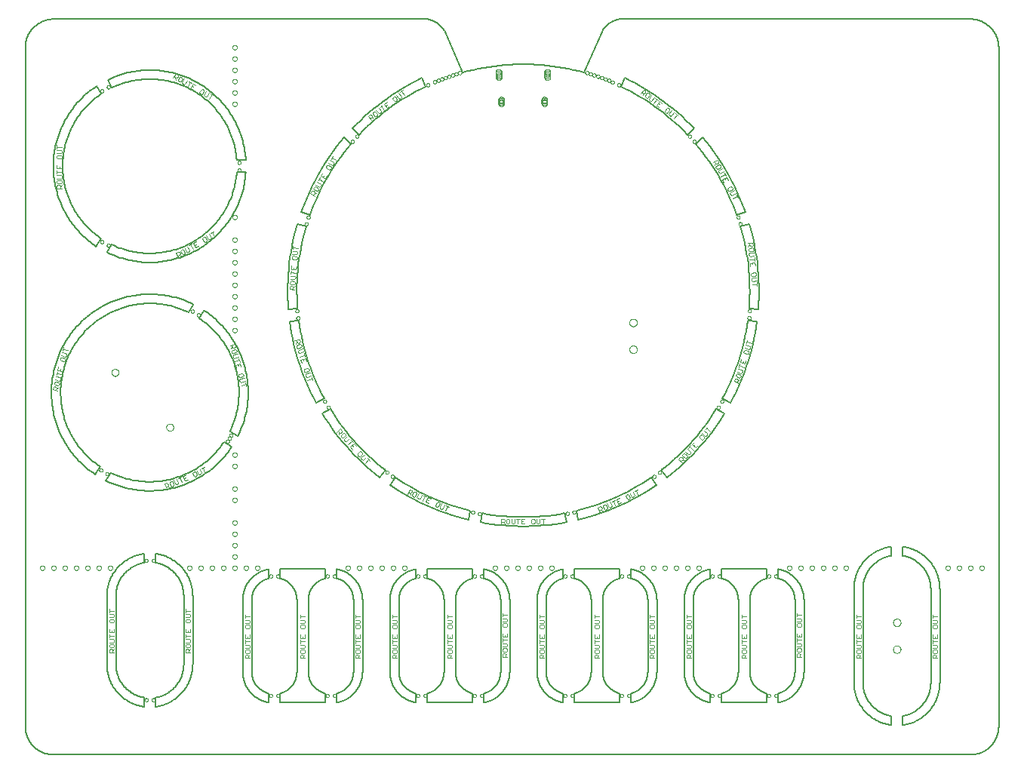
<source format=gko>
G75*
%MOIN*%
%OFA0B0*%
%FSLAX25Y25*%
%IPPOS*%
%LPD*%
%AMOC8*
5,1,8,0,0,1.08239X$1,22.5*
%
%ADD10C,0.00800*%
%ADD11C,0.00000*%
%ADD12C,0.00200*%
D10*
X0055095Y0271400D02*
X0460095Y0271400D01*
X0460397Y0271404D01*
X0460699Y0271415D01*
X0461000Y0271433D01*
X0461301Y0271458D01*
X0461602Y0271491D01*
X0461901Y0271531D01*
X0462199Y0271578D01*
X0462497Y0271633D01*
X0462792Y0271694D01*
X0463086Y0271763D01*
X0463379Y0271839D01*
X0463669Y0271922D01*
X0463958Y0272012D01*
X0464244Y0272109D01*
X0464528Y0272212D01*
X0464809Y0272323D01*
X0465087Y0272440D01*
X0465363Y0272564D01*
X0465635Y0272695D01*
X0465904Y0272832D01*
X0466170Y0272975D01*
X0466432Y0273125D01*
X0466691Y0273282D01*
X0466945Y0273444D01*
X0467196Y0273613D01*
X0467442Y0273787D01*
X0467685Y0273968D01*
X0467922Y0274154D01*
X0468156Y0274346D01*
X0468384Y0274544D01*
X0468608Y0274747D01*
X0468826Y0274955D01*
X0469040Y0275169D01*
X0469248Y0275387D01*
X0469451Y0275611D01*
X0469649Y0275839D01*
X0469841Y0276073D01*
X0470027Y0276310D01*
X0470208Y0276553D01*
X0470382Y0276799D01*
X0470551Y0277050D01*
X0470713Y0277304D01*
X0470870Y0277563D01*
X0471020Y0277825D01*
X0471163Y0278091D01*
X0471300Y0278360D01*
X0471431Y0278632D01*
X0471555Y0278908D01*
X0471672Y0279186D01*
X0471783Y0279467D01*
X0471886Y0279751D01*
X0471983Y0280037D01*
X0472073Y0280326D01*
X0472156Y0280616D01*
X0472232Y0280909D01*
X0472301Y0281203D01*
X0472362Y0281498D01*
X0472417Y0281796D01*
X0472464Y0282094D01*
X0472504Y0282393D01*
X0472537Y0282694D01*
X0472562Y0282995D01*
X0472580Y0283296D01*
X0472591Y0283598D01*
X0472595Y0283900D01*
X0472595Y0583900D01*
X0472591Y0584202D01*
X0472580Y0584504D01*
X0472562Y0584805D01*
X0472537Y0585106D01*
X0472504Y0585407D01*
X0472464Y0585706D01*
X0472417Y0586004D01*
X0472362Y0586302D01*
X0472301Y0586597D01*
X0472232Y0586891D01*
X0472156Y0587184D01*
X0472073Y0587474D01*
X0471983Y0587763D01*
X0471886Y0588049D01*
X0471783Y0588333D01*
X0471672Y0588614D01*
X0471555Y0588892D01*
X0471431Y0589168D01*
X0471300Y0589440D01*
X0471163Y0589709D01*
X0471020Y0589975D01*
X0470870Y0590237D01*
X0470713Y0590496D01*
X0470551Y0590750D01*
X0470382Y0591001D01*
X0470208Y0591247D01*
X0470027Y0591490D01*
X0469841Y0591727D01*
X0469649Y0591961D01*
X0469451Y0592189D01*
X0469248Y0592413D01*
X0469040Y0592631D01*
X0468826Y0592845D01*
X0468608Y0593053D01*
X0468384Y0593256D01*
X0468156Y0593454D01*
X0467922Y0593646D01*
X0467685Y0593832D01*
X0467442Y0594013D01*
X0467196Y0594187D01*
X0466945Y0594356D01*
X0466691Y0594518D01*
X0466432Y0594675D01*
X0466170Y0594825D01*
X0465904Y0594968D01*
X0465635Y0595105D01*
X0465363Y0595236D01*
X0465087Y0595360D01*
X0464809Y0595477D01*
X0464528Y0595588D01*
X0464244Y0595691D01*
X0463958Y0595788D01*
X0463669Y0595878D01*
X0463379Y0595961D01*
X0463086Y0596037D01*
X0462792Y0596106D01*
X0462497Y0596167D01*
X0462199Y0596222D01*
X0461901Y0596269D01*
X0461602Y0596309D01*
X0461301Y0596342D01*
X0461000Y0596367D01*
X0460699Y0596385D01*
X0460397Y0596396D01*
X0460095Y0596400D01*
X0305095Y0596400D01*
X0297595Y0591400D02*
X0289415Y0572770D01*
X0305725Y0566630D02*
X0307395Y0570370D01*
X0297595Y0591400D02*
X0297732Y0591619D01*
X0297874Y0591835D01*
X0298022Y0592047D01*
X0298174Y0592256D01*
X0298332Y0592461D01*
X0298494Y0592662D01*
X0298662Y0592859D01*
X0298834Y0593052D01*
X0299010Y0593240D01*
X0299192Y0593425D01*
X0299377Y0593605D01*
X0299567Y0593780D01*
X0299761Y0593951D01*
X0299959Y0594117D01*
X0300162Y0594278D01*
X0300368Y0594434D01*
X0300577Y0594585D01*
X0300791Y0594731D01*
X0301007Y0594872D01*
X0301228Y0595007D01*
X0301451Y0595137D01*
X0301677Y0595262D01*
X0301907Y0595381D01*
X0302139Y0595495D01*
X0302374Y0595602D01*
X0302611Y0595705D01*
X0302851Y0595801D01*
X0303093Y0595891D01*
X0303338Y0595976D01*
X0303584Y0596055D01*
X0303832Y0596127D01*
X0304082Y0596194D01*
X0304333Y0596255D01*
X0304586Y0596309D01*
X0304840Y0596357D01*
X0305095Y0596400D01*
X0338125Y0548040D02*
X0335075Y0545290D01*
X0338695Y0541280D02*
X0341735Y0544030D01*
X0356825Y0509860D02*
X0360725Y0511130D01*
X0362395Y0506000D02*
X0358505Y0504730D01*
X0362295Y0468640D02*
X0366375Y0468210D01*
X0365815Y0462840D02*
X0361725Y0463270D01*
X0350515Y0428770D02*
X0354065Y0426700D01*
X0351365Y0422030D02*
X0347825Y0424080D01*
X0323545Y0397130D02*
X0325945Y0393790D01*
X0321585Y0390630D02*
X0319165Y0393940D01*
X0310195Y0353406D02*
X0310195Y0349306D01*
X0304995Y0349306D02*
X0304995Y0353400D01*
X0285195Y0353406D01*
X0285195Y0349306D01*
X0279995Y0349306D02*
X0279995Y0353406D01*
X0285195Y0349306D02*
X0285428Y0349240D01*
X0285659Y0349169D01*
X0285889Y0349092D01*
X0286117Y0349009D01*
X0286342Y0348921D01*
X0286566Y0348828D01*
X0286787Y0348729D01*
X0287005Y0348625D01*
X0287222Y0348515D01*
X0287435Y0348401D01*
X0287645Y0348281D01*
X0287853Y0348156D01*
X0288057Y0348026D01*
X0288259Y0347892D01*
X0288456Y0347752D01*
X0288651Y0347608D01*
X0288842Y0347459D01*
X0289029Y0347305D01*
X0289213Y0347147D01*
X0289392Y0346985D01*
X0289568Y0346818D01*
X0289739Y0346647D01*
X0289907Y0346472D01*
X0290070Y0346293D01*
X0290228Y0346110D01*
X0290383Y0345923D01*
X0290532Y0345733D01*
X0290677Y0345539D01*
X0290817Y0345341D01*
X0290953Y0345141D01*
X0291083Y0344937D01*
X0291209Y0344729D01*
X0291329Y0344519D01*
X0291445Y0344306D01*
X0291555Y0344091D01*
X0291660Y0343872D01*
X0291759Y0343652D01*
X0291854Y0343429D01*
X0291942Y0343203D01*
X0292026Y0342976D01*
X0292103Y0342747D01*
X0292176Y0342515D01*
X0292242Y0342283D01*
X0292303Y0342048D01*
X0292358Y0341812D01*
X0292408Y0341575D01*
X0292452Y0341337D01*
X0292490Y0341098D01*
X0292522Y0340858D01*
X0292548Y0340617D01*
X0292569Y0340376D01*
X0292583Y0340134D01*
X0292592Y0339892D01*
X0292595Y0339650D01*
X0292595Y0308150D01*
X0297595Y0308150D02*
X0297595Y0339650D01*
X0310195Y0353406D02*
X0310528Y0353339D01*
X0310860Y0353264D01*
X0311189Y0353181D01*
X0311517Y0353090D01*
X0311842Y0352990D01*
X0312164Y0352883D01*
X0312484Y0352768D01*
X0312801Y0352646D01*
X0313115Y0352516D01*
X0313426Y0352378D01*
X0313733Y0352232D01*
X0314037Y0352080D01*
X0314337Y0351920D01*
X0314633Y0351752D01*
X0314925Y0351578D01*
X0315212Y0351396D01*
X0315495Y0351208D01*
X0315773Y0351013D01*
X0316047Y0350811D01*
X0316315Y0350603D01*
X0316579Y0350388D01*
X0316837Y0350166D01*
X0317089Y0349939D01*
X0317336Y0349705D01*
X0317577Y0349466D01*
X0317813Y0349221D01*
X0318042Y0348970D01*
X0318265Y0348713D01*
X0318482Y0348452D01*
X0318693Y0348185D01*
X0318897Y0347913D01*
X0319094Y0347636D01*
X0319284Y0347354D01*
X0319468Y0347068D01*
X0319645Y0346778D01*
X0319814Y0346483D01*
X0319976Y0346185D01*
X0320131Y0345882D01*
X0320279Y0345576D01*
X0320419Y0345266D01*
X0320552Y0344953D01*
X0320677Y0344637D01*
X0320794Y0344318D01*
X0320903Y0343996D01*
X0321005Y0343672D01*
X0321099Y0343345D01*
X0321184Y0343016D01*
X0321262Y0342685D01*
X0321332Y0342352D01*
X0321393Y0342018D01*
X0321447Y0341682D01*
X0321492Y0341345D01*
X0321529Y0341008D01*
X0321558Y0340669D01*
X0321578Y0340330D01*
X0321591Y0339990D01*
X0321595Y0339650D01*
X0321595Y0308150D01*
X0317595Y0308150D02*
X0317595Y0339650D01*
X0304995Y0349306D02*
X0304762Y0349240D01*
X0304531Y0349169D01*
X0304301Y0349092D01*
X0304073Y0349009D01*
X0303848Y0348921D01*
X0303624Y0348828D01*
X0303403Y0348729D01*
X0303185Y0348625D01*
X0302968Y0348515D01*
X0302755Y0348401D01*
X0302545Y0348281D01*
X0302337Y0348156D01*
X0302133Y0348026D01*
X0301931Y0347892D01*
X0301734Y0347752D01*
X0301539Y0347608D01*
X0301348Y0347459D01*
X0301161Y0347305D01*
X0300977Y0347147D01*
X0300798Y0346985D01*
X0300622Y0346818D01*
X0300451Y0346647D01*
X0300283Y0346472D01*
X0300120Y0346293D01*
X0299962Y0346110D01*
X0299807Y0345923D01*
X0299658Y0345733D01*
X0299513Y0345539D01*
X0299373Y0345341D01*
X0299237Y0345141D01*
X0299107Y0344937D01*
X0298981Y0344729D01*
X0298861Y0344519D01*
X0298745Y0344306D01*
X0298635Y0344091D01*
X0298530Y0343872D01*
X0298431Y0343652D01*
X0298336Y0343429D01*
X0298248Y0343203D01*
X0298164Y0342976D01*
X0298087Y0342747D01*
X0298014Y0342515D01*
X0297948Y0342283D01*
X0297887Y0342048D01*
X0297832Y0341812D01*
X0297782Y0341575D01*
X0297738Y0341337D01*
X0297700Y0341098D01*
X0297668Y0340858D01*
X0297642Y0340617D01*
X0297621Y0340376D01*
X0297607Y0340134D01*
X0297598Y0339892D01*
X0297595Y0339650D01*
X0310195Y0349306D02*
X0310428Y0349240D01*
X0310659Y0349169D01*
X0310889Y0349092D01*
X0311117Y0349009D01*
X0311342Y0348921D01*
X0311566Y0348828D01*
X0311787Y0348729D01*
X0312005Y0348625D01*
X0312222Y0348515D01*
X0312435Y0348401D01*
X0312645Y0348281D01*
X0312853Y0348156D01*
X0313057Y0348026D01*
X0313259Y0347892D01*
X0313456Y0347752D01*
X0313651Y0347608D01*
X0313842Y0347459D01*
X0314029Y0347305D01*
X0314213Y0347147D01*
X0314392Y0346985D01*
X0314568Y0346818D01*
X0314739Y0346647D01*
X0314907Y0346472D01*
X0315070Y0346293D01*
X0315228Y0346110D01*
X0315383Y0345923D01*
X0315532Y0345733D01*
X0315677Y0345539D01*
X0315817Y0345341D01*
X0315953Y0345141D01*
X0316083Y0344937D01*
X0316209Y0344729D01*
X0316329Y0344519D01*
X0316445Y0344306D01*
X0316555Y0344091D01*
X0316660Y0343872D01*
X0316759Y0343652D01*
X0316854Y0343429D01*
X0316942Y0343203D01*
X0317026Y0342976D01*
X0317103Y0342747D01*
X0317176Y0342515D01*
X0317242Y0342283D01*
X0317303Y0342048D01*
X0317358Y0341812D01*
X0317408Y0341575D01*
X0317452Y0341337D01*
X0317490Y0341098D01*
X0317522Y0340858D01*
X0317548Y0340617D01*
X0317569Y0340376D01*
X0317583Y0340134D01*
X0317592Y0339892D01*
X0317595Y0339650D01*
X0333595Y0339650D02*
X0333595Y0308150D01*
X0337595Y0308150D02*
X0337595Y0339650D01*
X0344995Y0349306D02*
X0344995Y0353406D01*
X0350195Y0353406D02*
X0350195Y0349306D01*
X0350195Y0353406D02*
X0369995Y0353400D01*
X0369995Y0349306D01*
X0375195Y0349306D02*
X0375195Y0353406D01*
X0369995Y0349306D02*
X0369762Y0349240D01*
X0369531Y0349169D01*
X0369301Y0349092D01*
X0369073Y0349009D01*
X0368848Y0348921D01*
X0368624Y0348828D01*
X0368403Y0348729D01*
X0368185Y0348625D01*
X0367968Y0348515D01*
X0367755Y0348401D01*
X0367545Y0348281D01*
X0367337Y0348156D01*
X0367133Y0348026D01*
X0366931Y0347892D01*
X0366734Y0347752D01*
X0366539Y0347608D01*
X0366348Y0347459D01*
X0366161Y0347305D01*
X0365977Y0347147D01*
X0365798Y0346985D01*
X0365622Y0346818D01*
X0365451Y0346647D01*
X0365283Y0346472D01*
X0365120Y0346293D01*
X0364962Y0346110D01*
X0364807Y0345923D01*
X0364658Y0345733D01*
X0364513Y0345539D01*
X0364373Y0345341D01*
X0364237Y0345141D01*
X0364107Y0344937D01*
X0363981Y0344729D01*
X0363861Y0344519D01*
X0363745Y0344306D01*
X0363635Y0344091D01*
X0363530Y0343872D01*
X0363431Y0343652D01*
X0363336Y0343429D01*
X0363248Y0343203D01*
X0363164Y0342976D01*
X0363087Y0342747D01*
X0363014Y0342515D01*
X0362948Y0342283D01*
X0362887Y0342048D01*
X0362832Y0341812D01*
X0362782Y0341575D01*
X0362738Y0341337D01*
X0362700Y0341098D01*
X0362668Y0340858D01*
X0362642Y0340617D01*
X0362621Y0340376D01*
X0362607Y0340134D01*
X0362598Y0339892D01*
X0362595Y0339650D01*
X0362595Y0308150D01*
X0357595Y0308150D02*
X0357595Y0339650D01*
X0344995Y0353406D02*
X0344662Y0353339D01*
X0344330Y0353264D01*
X0344001Y0353181D01*
X0343673Y0353090D01*
X0343348Y0352990D01*
X0343026Y0352883D01*
X0342706Y0352768D01*
X0342389Y0352646D01*
X0342075Y0352516D01*
X0341764Y0352378D01*
X0341457Y0352232D01*
X0341153Y0352080D01*
X0340853Y0351920D01*
X0340557Y0351752D01*
X0340265Y0351578D01*
X0339978Y0351396D01*
X0339695Y0351208D01*
X0339417Y0351013D01*
X0339143Y0350811D01*
X0338875Y0350603D01*
X0338611Y0350388D01*
X0338353Y0350166D01*
X0338101Y0349939D01*
X0337854Y0349705D01*
X0337613Y0349466D01*
X0337377Y0349221D01*
X0337148Y0348970D01*
X0336925Y0348713D01*
X0336708Y0348452D01*
X0336497Y0348185D01*
X0336293Y0347913D01*
X0336096Y0347636D01*
X0335906Y0347354D01*
X0335722Y0347068D01*
X0335545Y0346778D01*
X0335376Y0346483D01*
X0335214Y0346185D01*
X0335059Y0345882D01*
X0334911Y0345576D01*
X0334771Y0345266D01*
X0334638Y0344953D01*
X0334513Y0344637D01*
X0334396Y0344318D01*
X0334287Y0343996D01*
X0334185Y0343672D01*
X0334091Y0343345D01*
X0334006Y0343016D01*
X0333928Y0342685D01*
X0333858Y0342352D01*
X0333797Y0342018D01*
X0333743Y0341682D01*
X0333698Y0341345D01*
X0333661Y0341008D01*
X0333632Y0340669D01*
X0333612Y0340330D01*
X0333599Y0339990D01*
X0333595Y0339650D01*
X0350195Y0349306D02*
X0350428Y0349240D01*
X0350659Y0349169D01*
X0350889Y0349092D01*
X0351117Y0349009D01*
X0351342Y0348921D01*
X0351566Y0348828D01*
X0351787Y0348729D01*
X0352005Y0348625D01*
X0352222Y0348515D01*
X0352435Y0348401D01*
X0352645Y0348281D01*
X0352853Y0348156D01*
X0353057Y0348026D01*
X0353259Y0347892D01*
X0353456Y0347752D01*
X0353651Y0347608D01*
X0353842Y0347459D01*
X0354029Y0347305D01*
X0354213Y0347147D01*
X0354392Y0346985D01*
X0354568Y0346818D01*
X0354739Y0346647D01*
X0354907Y0346472D01*
X0355070Y0346293D01*
X0355228Y0346110D01*
X0355383Y0345923D01*
X0355532Y0345733D01*
X0355677Y0345539D01*
X0355817Y0345341D01*
X0355953Y0345141D01*
X0356083Y0344937D01*
X0356209Y0344729D01*
X0356329Y0344519D01*
X0356445Y0344306D01*
X0356555Y0344091D01*
X0356660Y0343872D01*
X0356759Y0343652D01*
X0356854Y0343429D01*
X0356942Y0343203D01*
X0357026Y0342976D01*
X0357103Y0342747D01*
X0357176Y0342515D01*
X0357242Y0342283D01*
X0357303Y0342048D01*
X0357358Y0341812D01*
X0357408Y0341575D01*
X0357452Y0341337D01*
X0357490Y0341098D01*
X0357522Y0340858D01*
X0357548Y0340617D01*
X0357569Y0340376D01*
X0357583Y0340134D01*
X0357592Y0339892D01*
X0357595Y0339650D01*
X0344995Y0349306D02*
X0344762Y0349240D01*
X0344531Y0349169D01*
X0344301Y0349092D01*
X0344073Y0349009D01*
X0343848Y0348921D01*
X0343624Y0348828D01*
X0343403Y0348729D01*
X0343185Y0348625D01*
X0342968Y0348515D01*
X0342755Y0348401D01*
X0342545Y0348281D01*
X0342337Y0348156D01*
X0342133Y0348026D01*
X0341931Y0347892D01*
X0341734Y0347752D01*
X0341539Y0347608D01*
X0341348Y0347459D01*
X0341161Y0347305D01*
X0340977Y0347147D01*
X0340798Y0346985D01*
X0340622Y0346818D01*
X0340451Y0346647D01*
X0340283Y0346472D01*
X0340120Y0346293D01*
X0339962Y0346110D01*
X0339807Y0345923D01*
X0339658Y0345733D01*
X0339513Y0345539D01*
X0339373Y0345341D01*
X0339237Y0345141D01*
X0339107Y0344937D01*
X0338981Y0344729D01*
X0338861Y0344519D01*
X0338745Y0344306D01*
X0338635Y0344091D01*
X0338530Y0343872D01*
X0338431Y0343652D01*
X0338336Y0343429D01*
X0338248Y0343203D01*
X0338164Y0342976D01*
X0338087Y0342747D01*
X0338014Y0342515D01*
X0337948Y0342283D01*
X0337887Y0342048D01*
X0337832Y0341812D01*
X0337782Y0341575D01*
X0337738Y0341337D01*
X0337700Y0341098D01*
X0337668Y0340858D01*
X0337642Y0340617D01*
X0337621Y0340376D01*
X0337607Y0340134D01*
X0337598Y0339892D01*
X0337595Y0339650D01*
X0357595Y0308150D02*
X0357592Y0307908D01*
X0357583Y0307666D01*
X0357569Y0307424D01*
X0357548Y0307183D01*
X0357522Y0306942D01*
X0357490Y0306702D01*
X0357452Y0306463D01*
X0357408Y0306225D01*
X0357358Y0305988D01*
X0357303Y0305752D01*
X0357242Y0305517D01*
X0357176Y0305285D01*
X0357103Y0305053D01*
X0357026Y0304824D01*
X0356942Y0304597D01*
X0356854Y0304371D01*
X0356759Y0304148D01*
X0356660Y0303928D01*
X0356555Y0303709D01*
X0356445Y0303494D01*
X0356329Y0303281D01*
X0356209Y0303071D01*
X0356083Y0302863D01*
X0355953Y0302659D01*
X0355817Y0302459D01*
X0355677Y0302261D01*
X0355532Y0302067D01*
X0355383Y0301877D01*
X0355228Y0301690D01*
X0355070Y0301507D01*
X0354907Y0301328D01*
X0354739Y0301153D01*
X0354568Y0300982D01*
X0354392Y0300815D01*
X0354213Y0300653D01*
X0354029Y0300495D01*
X0353842Y0300341D01*
X0353651Y0300192D01*
X0353456Y0300048D01*
X0353259Y0299908D01*
X0353057Y0299774D01*
X0352853Y0299644D01*
X0352645Y0299519D01*
X0352435Y0299399D01*
X0352222Y0299285D01*
X0352005Y0299175D01*
X0351787Y0299071D01*
X0351566Y0298972D01*
X0351342Y0298879D01*
X0351117Y0298791D01*
X0350889Y0298708D01*
X0350659Y0298631D01*
X0350428Y0298560D01*
X0350195Y0298494D01*
X0350195Y0294394D01*
X0369995Y0294390D01*
X0369995Y0298494D01*
X0375195Y0298494D02*
X0375195Y0294394D01*
X0369995Y0298494D02*
X0369762Y0298560D01*
X0369531Y0298631D01*
X0369301Y0298708D01*
X0369073Y0298791D01*
X0368848Y0298879D01*
X0368624Y0298972D01*
X0368403Y0299071D01*
X0368185Y0299175D01*
X0367968Y0299285D01*
X0367755Y0299399D01*
X0367545Y0299519D01*
X0367337Y0299644D01*
X0367133Y0299774D01*
X0366931Y0299908D01*
X0366734Y0300048D01*
X0366539Y0300192D01*
X0366348Y0300341D01*
X0366161Y0300495D01*
X0365977Y0300653D01*
X0365798Y0300815D01*
X0365622Y0300982D01*
X0365451Y0301153D01*
X0365283Y0301328D01*
X0365120Y0301507D01*
X0364962Y0301690D01*
X0364807Y0301877D01*
X0364658Y0302067D01*
X0364513Y0302261D01*
X0364373Y0302459D01*
X0364237Y0302659D01*
X0364107Y0302863D01*
X0363981Y0303071D01*
X0363861Y0303281D01*
X0363745Y0303494D01*
X0363635Y0303709D01*
X0363530Y0303928D01*
X0363431Y0304148D01*
X0363336Y0304371D01*
X0363248Y0304597D01*
X0363164Y0304824D01*
X0363087Y0305053D01*
X0363014Y0305285D01*
X0362948Y0305517D01*
X0362887Y0305752D01*
X0362832Y0305988D01*
X0362782Y0306225D01*
X0362738Y0306463D01*
X0362700Y0306702D01*
X0362668Y0306942D01*
X0362642Y0307183D01*
X0362621Y0307424D01*
X0362607Y0307666D01*
X0362598Y0307908D01*
X0362595Y0308150D01*
X0375195Y0294394D02*
X0375528Y0294461D01*
X0375860Y0294536D01*
X0376189Y0294619D01*
X0376517Y0294710D01*
X0376842Y0294810D01*
X0377164Y0294917D01*
X0377484Y0295032D01*
X0377801Y0295154D01*
X0378115Y0295284D01*
X0378426Y0295422D01*
X0378733Y0295568D01*
X0379037Y0295720D01*
X0379337Y0295880D01*
X0379633Y0296048D01*
X0379925Y0296222D01*
X0380212Y0296404D01*
X0380495Y0296592D01*
X0380773Y0296787D01*
X0381047Y0296989D01*
X0381315Y0297197D01*
X0381579Y0297412D01*
X0381837Y0297634D01*
X0382089Y0297861D01*
X0382336Y0298095D01*
X0382577Y0298334D01*
X0382813Y0298579D01*
X0383042Y0298830D01*
X0383265Y0299087D01*
X0383482Y0299348D01*
X0383693Y0299615D01*
X0383897Y0299887D01*
X0384094Y0300164D01*
X0384284Y0300446D01*
X0384468Y0300732D01*
X0384645Y0301022D01*
X0384814Y0301317D01*
X0384976Y0301615D01*
X0385131Y0301918D01*
X0385279Y0302224D01*
X0385419Y0302534D01*
X0385552Y0302847D01*
X0385677Y0303163D01*
X0385794Y0303482D01*
X0385903Y0303804D01*
X0386005Y0304128D01*
X0386099Y0304455D01*
X0386184Y0304784D01*
X0386262Y0305115D01*
X0386332Y0305448D01*
X0386393Y0305782D01*
X0386447Y0306118D01*
X0386492Y0306455D01*
X0386529Y0306792D01*
X0386558Y0307131D01*
X0386578Y0307470D01*
X0386591Y0307810D01*
X0386595Y0308150D01*
X0386595Y0339650D01*
X0382595Y0339650D02*
X0382595Y0308150D01*
X0382592Y0307908D01*
X0382583Y0307666D01*
X0382569Y0307424D01*
X0382548Y0307183D01*
X0382522Y0306942D01*
X0382490Y0306702D01*
X0382452Y0306463D01*
X0382408Y0306225D01*
X0382358Y0305988D01*
X0382303Y0305752D01*
X0382242Y0305517D01*
X0382176Y0305285D01*
X0382103Y0305053D01*
X0382026Y0304824D01*
X0381942Y0304597D01*
X0381854Y0304371D01*
X0381759Y0304148D01*
X0381660Y0303928D01*
X0381555Y0303709D01*
X0381445Y0303494D01*
X0381329Y0303281D01*
X0381209Y0303071D01*
X0381083Y0302863D01*
X0380953Y0302659D01*
X0380817Y0302459D01*
X0380677Y0302261D01*
X0380532Y0302067D01*
X0380383Y0301877D01*
X0380228Y0301690D01*
X0380070Y0301507D01*
X0379907Y0301328D01*
X0379739Y0301153D01*
X0379568Y0300982D01*
X0379392Y0300815D01*
X0379213Y0300653D01*
X0379029Y0300495D01*
X0378842Y0300341D01*
X0378651Y0300192D01*
X0378456Y0300048D01*
X0378259Y0299908D01*
X0378057Y0299774D01*
X0377853Y0299644D01*
X0377645Y0299519D01*
X0377435Y0299399D01*
X0377222Y0299285D01*
X0377005Y0299175D01*
X0376787Y0299071D01*
X0376566Y0298972D01*
X0376342Y0298879D01*
X0376117Y0298791D01*
X0375889Y0298708D01*
X0375659Y0298631D01*
X0375428Y0298560D01*
X0375195Y0298494D01*
X0344995Y0294394D02*
X0344662Y0294461D01*
X0344330Y0294536D01*
X0344001Y0294619D01*
X0343673Y0294710D01*
X0343348Y0294810D01*
X0343026Y0294917D01*
X0342706Y0295032D01*
X0342389Y0295154D01*
X0342075Y0295284D01*
X0341764Y0295422D01*
X0341457Y0295568D01*
X0341153Y0295720D01*
X0340853Y0295880D01*
X0340557Y0296048D01*
X0340265Y0296222D01*
X0339978Y0296404D01*
X0339695Y0296592D01*
X0339417Y0296787D01*
X0339143Y0296989D01*
X0338875Y0297197D01*
X0338611Y0297412D01*
X0338353Y0297634D01*
X0338101Y0297861D01*
X0337854Y0298095D01*
X0337613Y0298334D01*
X0337377Y0298579D01*
X0337148Y0298830D01*
X0336925Y0299087D01*
X0336708Y0299348D01*
X0336497Y0299615D01*
X0336293Y0299887D01*
X0336096Y0300164D01*
X0335906Y0300446D01*
X0335722Y0300732D01*
X0335545Y0301022D01*
X0335376Y0301317D01*
X0335214Y0301615D01*
X0335059Y0301918D01*
X0334911Y0302224D01*
X0334771Y0302534D01*
X0334638Y0302847D01*
X0334513Y0303163D01*
X0334396Y0303482D01*
X0334287Y0303804D01*
X0334185Y0304128D01*
X0334091Y0304455D01*
X0334006Y0304784D01*
X0333928Y0305115D01*
X0333858Y0305448D01*
X0333797Y0305782D01*
X0333743Y0306118D01*
X0333698Y0306455D01*
X0333661Y0306792D01*
X0333632Y0307131D01*
X0333612Y0307470D01*
X0333599Y0307810D01*
X0333595Y0308150D01*
X0344995Y0298494D02*
X0344995Y0294394D01*
X0344995Y0298494D02*
X0344762Y0298560D01*
X0344531Y0298631D01*
X0344301Y0298708D01*
X0344073Y0298791D01*
X0343848Y0298879D01*
X0343624Y0298972D01*
X0343403Y0299071D01*
X0343185Y0299175D01*
X0342968Y0299285D01*
X0342755Y0299399D01*
X0342545Y0299519D01*
X0342337Y0299644D01*
X0342133Y0299774D01*
X0341931Y0299908D01*
X0341734Y0300048D01*
X0341539Y0300192D01*
X0341348Y0300341D01*
X0341161Y0300495D01*
X0340977Y0300653D01*
X0340798Y0300815D01*
X0340622Y0300982D01*
X0340451Y0301153D01*
X0340283Y0301328D01*
X0340120Y0301507D01*
X0339962Y0301690D01*
X0339807Y0301877D01*
X0339658Y0302067D01*
X0339513Y0302261D01*
X0339373Y0302459D01*
X0339237Y0302659D01*
X0339107Y0302863D01*
X0338981Y0303071D01*
X0338861Y0303281D01*
X0338745Y0303494D01*
X0338635Y0303709D01*
X0338530Y0303928D01*
X0338431Y0304148D01*
X0338336Y0304371D01*
X0338248Y0304597D01*
X0338164Y0304824D01*
X0338087Y0305053D01*
X0338014Y0305285D01*
X0337948Y0305517D01*
X0337887Y0305752D01*
X0337832Y0305988D01*
X0337782Y0306225D01*
X0337738Y0306463D01*
X0337700Y0306702D01*
X0337668Y0306942D01*
X0337642Y0307183D01*
X0337621Y0307424D01*
X0337607Y0307666D01*
X0337598Y0307908D01*
X0337595Y0308150D01*
X0310195Y0298494D02*
X0310195Y0294394D01*
X0304995Y0294390D02*
X0285195Y0294394D01*
X0285195Y0298494D01*
X0279995Y0298494D02*
X0279995Y0294394D01*
X0285195Y0298494D02*
X0285428Y0298560D01*
X0285659Y0298631D01*
X0285889Y0298708D01*
X0286117Y0298791D01*
X0286342Y0298879D01*
X0286566Y0298972D01*
X0286787Y0299071D01*
X0287005Y0299175D01*
X0287222Y0299285D01*
X0287435Y0299399D01*
X0287645Y0299519D01*
X0287853Y0299644D01*
X0288057Y0299774D01*
X0288259Y0299908D01*
X0288456Y0300048D01*
X0288651Y0300192D01*
X0288842Y0300341D01*
X0289029Y0300495D01*
X0289213Y0300653D01*
X0289392Y0300815D01*
X0289568Y0300982D01*
X0289739Y0301153D01*
X0289907Y0301328D01*
X0290070Y0301507D01*
X0290228Y0301690D01*
X0290383Y0301877D01*
X0290532Y0302067D01*
X0290677Y0302261D01*
X0290817Y0302459D01*
X0290953Y0302659D01*
X0291083Y0302863D01*
X0291209Y0303071D01*
X0291329Y0303281D01*
X0291445Y0303494D01*
X0291555Y0303709D01*
X0291660Y0303928D01*
X0291759Y0304148D01*
X0291854Y0304371D01*
X0291942Y0304597D01*
X0292026Y0304824D01*
X0292103Y0305053D01*
X0292176Y0305285D01*
X0292242Y0305517D01*
X0292303Y0305752D01*
X0292358Y0305988D01*
X0292408Y0306225D01*
X0292452Y0306463D01*
X0292490Y0306702D01*
X0292522Y0306942D01*
X0292548Y0307183D01*
X0292569Y0307424D01*
X0292583Y0307666D01*
X0292592Y0307908D01*
X0292595Y0308150D01*
X0279995Y0294394D02*
X0279662Y0294461D01*
X0279330Y0294536D01*
X0279001Y0294619D01*
X0278673Y0294710D01*
X0278348Y0294810D01*
X0278026Y0294917D01*
X0277706Y0295032D01*
X0277389Y0295154D01*
X0277075Y0295284D01*
X0276764Y0295422D01*
X0276457Y0295568D01*
X0276153Y0295720D01*
X0275853Y0295880D01*
X0275557Y0296048D01*
X0275265Y0296222D01*
X0274978Y0296404D01*
X0274695Y0296592D01*
X0274417Y0296787D01*
X0274143Y0296989D01*
X0273875Y0297197D01*
X0273611Y0297412D01*
X0273353Y0297634D01*
X0273101Y0297861D01*
X0272854Y0298095D01*
X0272613Y0298334D01*
X0272377Y0298579D01*
X0272148Y0298830D01*
X0271925Y0299087D01*
X0271708Y0299348D01*
X0271497Y0299615D01*
X0271293Y0299887D01*
X0271096Y0300164D01*
X0270906Y0300446D01*
X0270722Y0300732D01*
X0270545Y0301022D01*
X0270376Y0301317D01*
X0270214Y0301615D01*
X0270059Y0301918D01*
X0269911Y0302224D01*
X0269771Y0302534D01*
X0269638Y0302847D01*
X0269513Y0303163D01*
X0269396Y0303482D01*
X0269287Y0303804D01*
X0269185Y0304128D01*
X0269091Y0304455D01*
X0269006Y0304784D01*
X0268928Y0305115D01*
X0268858Y0305448D01*
X0268797Y0305782D01*
X0268743Y0306118D01*
X0268698Y0306455D01*
X0268661Y0306792D01*
X0268632Y0307131D01*
X0268612Y0307470D01*
X0268599Y0307810D01*
X0268595Y0308150D01*
X0268595Y0339650D01*
X0272595Y0339650D02*
X0272595Y0308150D01*
X0272598Y0307908D01*
X0272607Y0307666D01*
X0272621Y0307424D01*
X0272642Y0307183D01*
X0272668Y0306942D01*
X0272700Y0306702D01*
X0272738Y0306463D01*
X0272782Y0306225D01*
X0272832Y0305988D01*
X0272887Y0305752D01*
X0272948Y0305517D01*
X0273014Y0305285D01*
X0273087Y0305053D01*
X0273164Y0304824D01*
X0273248Y0304597D01*
X0273336Y0304371D01*
X0273431Y0304148D01*
X0273530Y0303928D01*
X0273635Y0303709D01*
X0273745Y0303494D01*
X0273861Y0303281D01*
X0273981Y0303071D01*
X0274107Y0302863D01*
X0274237Y0302659D01*
X0274373Y0302459D01*
X0274513Y0302261D01*
X0274658Y0302067D01*
X0274807Y0301877D01*
X0274962Y0301690D01*
X0275120Y0301507D01*
X0275283Y0301328D01*
X0275451Y0301153D01*
X0275622Y0300982D01*
X0275798Y0300815D01*
X0275977Y0300653D01*
X0276161Y0300495D01*
X0276348Y0300341D01*
X0276539Y0300192D01*
X0276734Y0300048D01*
X0276931Y0299908D01*
X0277133Y0299774D01*
X0277337Y0299644D01*
X0277545Y0299519D01*
X0277755Y0299399D01*
X0277968Y0299285D01*
X0278185Y0299175D01*
X0278403Y0299071D01*
X0278624Y0298972D01*
X0278848Y0298879D01*
X0279073Y0298791D01*
X0279301Y0298708D01*
X0279531Y0298631D01*
X0279762Y0298560D01*
X0279995Y0298494D01*
X0304995Y0298494D02*
X0304995Y0294390D01*
X0304995Y0298494D02*
X0304762Y0298560D01*
X0304531Y0298631D01*
X0304301Y0298708D01*
X0304073Y0298791D01*
X0303848Y0298879D01*
X0303624Y0298972D01*
X0303403Y0299071D01*
X0303185Y0299175D01*
X0302968Y0299285D01*
X0302755Y0299399D01*
X0302545Y0299519D01*
X0302337Y0299644D01*
X0302133Y0299774D01*
X0301931Y0299908D01*
X0301734Y0300048D01*
X0301539Y0300192D01*
X0301348Y0300341D01*
X0301161Y0300495D01*
X0300977Y0300653D01*
X0300798Y0300815D01*
X0300622Y0300982D01*
X0300451Y0301153D01*
X0300283Y0301328D01*
X0300120Y0301507D01*
X0299962Y0301690D01*
X0299807Y0301877D01*
X0299658Y0302067D01*
X0299513Y0302261D01*
X0299373Y0302459D01*
X0299237Y0302659D01*
X0299107Y0302863D01*
X0298981Y0303071D01*
X0298861Y0303281D01*
X0298745Y0303494D01*
X0298635Y0303709D01*
X0298530Y0303928D01*
X0298431Y0304148D01*
X0298336Y0304371D01*
X0298248Y0304597D01*
X0298164Y0304824D01*
X0298087Y0305053D01*
X0298014Y0305285D01*
X0297948Y0305517D01*
X0297887Y0305752D01*
X0297832Y0305988D01*
X0297782Y0306225D01*
X0297738Y0306463D01*
X0297700Y0306702D01*
X0297668Y0306942D01*
X0297642Y0307183D01*
X0297621Y0307424D01*
X0297607Y0307666D01*
X0297598Y0307908D01*
X0297595Y0308150D01*
X0310195Y0294394D02*
X0310528Y0294461D01*
X0310860Y0294536D01*
X0311189Y0294619D01*
X0311517Y0294710D01*
X0311842Y0294810D01*
X0312164Y0294917D01*
X0312484Y0295032D01*
X0312801Y0295154D01*
X0313115Y0295284D01*
X0313426Y0295422D01*
X0313733Y0295568D01*
X0314037Y0295720D01*
X0314337Y0295880D01*
X0314633Y0296048D01*
X0314925Y0296222D01*
X0315212Y0296404D01*
X0315495Y0296592D01*
X0315773Y0296787D01*
X0316047Y0296989D01*
X0316315Y0297197D01*
X0316579Y0297412D01*
X0316837Y0297634D01*
X0317089Y0297861D01*
X0317336Y0298095D01*
X0317577Y0298334D01*
X0317813Y0298579D01*
X0318042Y0298830D01*
X0318265Y0299087D01*
X0318482Y0299348D01*
X0318693Y0299615D01*
X0318897Y0299887D01*
X0319094Y0300164D01*
X0319284Y0300446D01*
X0319468Y0300732D01*
X0319645Y0301022D01*
X0319814Y0301317D01*
X0319976Y0301615D01*
X0320131Y0301918D01*
X0320279Y0302224D01*
X0320419Y0302534D01*
X0320552Y0302847D01*
X0320677Y0303163D01*
X0320794Y0303482D01*
X0320903Y0303804D01*
X0321005Y0304128D01*
X0321099Y0304455D01*
X0321184Y0304784D01*
X0321262Y0305115D01*
X0321332Y0305448D01*
X0321393Y0305782D01*
X0321447Y0306118D01*
X0321492Y0306455D01*
X0321529Y0306792D01*
X0321558Y0307131D01*
X0321578Y0307470D01*
X0321591Y0307810D01*
X0321595Y0308150D01*
X0317595Y0308150D02*
X0317592Y0307908D01*
X0317583Y0307666D01*
X0317569Y0307424D01*
X0317548Y0307183D01*
X0317522Y0306942D01*
X0317490Y0306702D01*
X0317452Y0306463D01*
X0317408Y0306225D01*
X0317358Y0305988D01*
X0317303Y0305752D01*
X0317242Y0305517D01*
X0317176Y0305285D01*
X0317103Y0305053D01*
X0317026Y0304824D01*
X0316942Y0304597D01*
X0316854Y0304371D01*
X0316759Y0304148D01*
X0316660Y0303928D01*
X0316555Y0303709D01*
X0316445Y0303494D01*
X0316329Y0303281D01*
X0316209Y0303071D01*
X0316083Y0302863D01*
X0315953Y0302659D01*
X0315817Y0302459D01*
X0315677Y0302261D01*
X0315532Y0302067D01*
X0315383Y0301877D01*
X0315228Y0301690D01*
X0315070Y0301507D01*
X0314907Y0301328D01*
X0314739Y0301153D01*
X0314568Y0300982D01*
X0314392Y0300815D01*
X0314213Y0300653D01*
X0314029Y0300495D01*
X0313842Y0300341D01*
X0313651Y0300192D01*
X0313456Y0300048D01*
X0313259Y0299908D01*
X0313057Y0299774D01*
X0312853Y0299644D01*
X0312645Y0299519D01*
X0312435Y0299399D01*
X0312222Y0299285D01*
X0312005Y0299175D01*
X0311787Y0299071D01*
X0311566Y0298972D01*
X0311342Y0298879D01*
X0311117Y0298791D01*
X0310889Y0298708D01*
X0310659Y0298631D01*
X0310428Y0298560D01*
X0310195Y0298494D01*
X0268595Y0339650D02*
X0268599Y0339990D01*
X0268612Y0340330D01*
X0268632Y0340669D01*
X0268661Y0341008D01*
X0268698Y0341345D01*
X0268743Y0341682D01*
X0268797Y0342018D01*
X0268858Y0342352D01*
X0268928Y0342685D01*
X0269006Y0343016D01*
X0269091Y0343345D01*
X0269185Y0343672D01*
X0269287Y0343996D01*
X0269396Y0344318D01*
X0269513Y0344637D01*
X0269638Y0344953D01*
X0269771Y0345266D01*
X0269911Y0345576D01*
X0270059Y0345882D01*
X0270214Y0346185D01*
X0270376Y0346483D01*
X0270545Y0346778D01*
X0270722Y0347068D01*
X0270906Y0347354D01*
X0271096Y0347636D01*
X0271293Y0347913D01*
X0271497Y0348185D01*
X0271708Y0348452D01*
X0271925Y0348713D01*
X0272148Y0348970D01*
X0272377Y0349221D01*
X0272613Y0349466D01*
X0272854Y0349705D01*
X0273101Y0349939D01*
X0273353Y0350166D01*
X0273611Y0350388D01*
X0273875Y0350603D01*
X0274143Y0350811D01*
X0274417Y0351013D01*
X0274695Y0351208D01*
X0274978Y0351396D01*
X0275265Y0351578D01*
X0275557Y0351752D01*
X0275853Y0351920D01*
X0276153Y0352080D01*
X0276457Y0352232D01*
X0276764Y0352378D01*
X0277075Y0352516D01*
X0277389Y0352646D01*
X0277706Y0352768D01*
X0278026Y0352883D01*
X0278348Y0352990D01*
X0278673Y0353090D01*
X0279001Y0353181D01*
X0279330Y0353264D01*
X0279662Y0353339D01*
X0279995Y0353406D01*
X0279995Y0349306D02*
X0279762Y0349240D01*
X0279531Y0349169D01*
X0279301Y0349092D01*
X0279073Y0349009D01*
X0278848Y0348921D01*
X0278624Y0348828D01*
X0278403Y0348729D01*
X0278185Y0348625D01*
X0277968Y0348515D01*
X0277755Y0348401D01*
X0277545Y0348281D01*
X0277337Y0348156D01*
X0277133Y0348026D01*
X0276931Y0347892D01*
X0276734Y0347752D01*
X0276539Y0347608D01*
X0276348Y0347459D01*
X0276161Y0347305D01*
X0275977Y0347147D01*
X0275798Y0346985D01*
X0275622Y0346818D01*
X0275451Y0346647D01*
X0275283Y0346472D01*
X0275120Y0346293D01*
X0274962Y0346110D01*
X0274807Y0345923D01*
X0274658Y0345733D01*
X0274513Y0345539D01*
X0274373Y0345341D01*
X0274237Y0345141D01*
X0274107Y0344937D01*
X0273981Y0344729D01*
X0273861Y0344519D01*
X0273745Y0344306D01*
X0273635Y0344091D01*
X0273530Y0343872D01*
X0273431Y0343652D01*
X0273336Y0343429D01*
X0273248Y0343203D01*
X0273164Y0342976D01*
X0273087Y0342747D01*
X0273014Y0342515D01*
X0272948Y0342283D01*
X0272887Y0342048D01*
X0272832Y0341812D01*
X0272782Y0341575D01*
X0272738Y0341337D01*
X0272700Y0341098D01*
X0272668Y0340858D01*
X0272642Y0340617D01*
X0272621Y0340376D01*
X0272607Y0340134D01*
X0272598Y0339892D01*
X0272595Y0339650D01*
X0256595Y0339650D02*
X0256595Y0308150D01*
X0252595Y0308150D02*
X0252595Y0339650D01*
X0239995Y0349306D02*
X0239762Y0349240D01*
X0239531Y0349169D01*
X0239301Y0349092D01*
X0239073Y0349009D01*
X0238848Y0348921D01*
X0238624Y0348828D01*
X0238403Y0348729D01*
X0238185Y0348625D01*
X0237968Y0348515D01*
X0237755Y0348401D01*
X0237545Y0348281D01*
X0237337Y0348156D01*
X0237133Y0348026D01*
X0236931Y0347892D01*
X0236734Y0347752D01*
X0236539Y0347608D01*
X0236348Y0347459D01*
X0236161Y0347305D01*
X0235977Y0347147D01*
X0235798Y0346985D01*
X0235622Y0346818D01*
X0235451Y0346647D01*
X0235283Y0346472D01*
X0235120Y0346293D01*
X0234962Y0346110D01*
X0234807Y0345923D01*
X0234658Y0345733D01*
X0234513Y0345539D01*
X0234373Y0345341D01*
X0234237Y0345141D01*
X0234107Y0344937D01*
X0233981Y0344729D01*
X0233861Y0344519D01*
X0233745Y0344306D01*
X0233635Y0344091D01*
X0233530Y0343872D01*
X0233431Y0343652D01*
X0233336Y0343429D01*
X0233248Y0343203D01*
X0233164Y0342976D01*
X0233087Y0342747D01*
X0233014Y0342515D01*
X0232948Y0342283D01*
X0232887Y0342048D01*
X0232832Y0341812D01*
X0232782Y0341575D01*
X0232738Y0341337D01*
X0232700Y0341098D01*
X0232668Y0340858D01*
X0232642Y0340617D01*
X0232621Y0340376D01*
X0232607Y0340134D01*
X0232598Y0339892D01*
X0232595Y0339650D01*
X0232595Y0308150D01*
X0227595Y0308150D02*
X0227595Y0339650D01*
X0220195Y0349306D02*
X0220195Y0353406D01*
X0239995Y0353400D01*
X0239995Y0349306D01*
X0245195Y0349306D02*
X0245195Y0353406D01*
X0245528Y0353339D01*
X0245860Y0353264D01*
X0246189Y0353181D01*
X0246517Y0353090D01*
X0246842Y0352990D01*
X0247164Y0352883D01*
X0247484Y0352768D01*
X0247801Y0352646D01*
X0248115Y0352516D01*
X0248426Y0352378D01*
X0248733Y0352232D01*
X0249037Y0352080D01*
X0249337Y0351920D01*
X0249633Y0351752D01*
X0249925Y0351578D01*
X0250212Y0351396D01*
X0250495Y0351208D01*
X0250773Y0351013D01*
X0251047Y0350811D01*
X0251315Y0350603D01*
X0251579Y0350388D01*
X0251837Y0350166D01*
X0252089Y0349939D01*
X0252336Y0349705D01*
X0252577Y0349466D01*
X0252813Y0349221D01*
X0253042Y0348970D01*
X0253265Y0348713D01*
X0253482Y0348452D01*
X0253693Y0348185D01*
X0253897Y0347913D01*
X0254094Y0347636D01*
X0254284Y0347354D01*
X0254468Y0347068D01*
X0254645Y0346778D01*
X0254814Y0346483D01*
X0254976Y0346185D01*
X0255131Y0345882D01*
X0255279Y0345576D01*
X0255419Y0345266D01*
X0255552Y0344953D01*
X0255677Y0344637D01*
X0255794Y0344318D01*
X0255903Y0343996D01*
X0256005Y0343672D01*
X0256099Y0343345D01*
X0256184Y0343016D01*
X0256262Y0342685D01*
X0256332Y0342352D01*
X0256393Y0342018D01*
X0256447Y0341682D01*
X0256492Y0341345D01*
X0256529Y0341008D01*
X0256558Y0340669D01*
X0256578Y0340330D01*
X0256591Y0339990D01*
X0256595Y0339650D01*
X0252595Y0339650D02*
X0252592Y0339892D01*
X0252583Y0340134D01*
X0252569Y0340376D01*
X0252548Y0340617D01*
X0252522Y0340858D01*
X0252490Y0341098D01*
X0252452Y0341337D01*
X0252408Y0341575D01*
X0252358Y0341812D01*
X0252303Y0342048D01*
X0252242Y0342283D01*
X0252176Y0342515D01*
X0252103Y0342747D01*
X0252026Y0342976D01*
X0251942Y0343203D01*
X0251854Y0343429D01*
X0251759Y0343652D01*
X0251660Y0343872D01*
X0251555Y0344091D01*
X0251445Y0344306D01*
X0251329Y0344519D01*
X0251209Y0344729D01*
X0251083Y0344937D01*
X0250953Y0345141D01*
X0250817Y0345341D01*
X0250677Y0345539D01*
X0250532Y0345733D01*
X0250383Y0345923D01*
X0250228Y0346110D01*
X0250070Y0346293D01*
X0249907Y0346472D01*
X0249739Y0346647D01*
X0249568Y0346818D01*
X0249392Y0346985D01*
X0249213Y0347147D01*
X0249029Y0347305D01*
X0248842Y0347459D01*
X0248651Y0347608D01*
X0248456Y0347752D01*
X0248259Y0347892D01*
X0248057Y0348026D01*
X0247853Y0348156D01*
X0247645Y0348281D01*
X0247435Y0348401D01*
X0247222Y0348515D01*
X0247005Y0348625D01*
X0246787Y0348729D01*
X0246566Y0348828D01*
X0246342Y0348921D01*
X0246117Y0349009D01*
X0245889Y0349092D01*
X0245659Y0349169D01*
X0245428Y0349240D01*
X0245195Y0349306D01*
X0243595Y0374040D02*
X0244435Y0378030D01*
X0239175Y0379160D02*
X0238315Y0375180D01*
X0214995Y0353406D02*
X0214995Y0349306D01*
X0220195Y0349306D02*
X0220428Y0349240D01*
X0220659Y0349169D01*
X0220889Y0349092D01*
X0221117Y0349009D01*
X0221342Y0348921D01*
X0221566Y0348828D01*
X0221787Y0348729D01*
X0222005Y0348625D01*
X0222222Y0348515D01*
X0222435Y0348401D01*
X0222645Y0348281D01*
X0222853Y0348156D01*
X0223057Y0348026D01*
X0223259Y0347892D01*
X0223456Y0347752D01*
X0223651Y0347608D01*
X0223842Y0347459D01*
X0224029Y0347305D01*
X0224213Y0347147D01*
X0224392Y0346985D01*
X0224568Y0346818D01*
X0224739Y0346647D01*
X0224907Y0346472D01*
X0225070Y0346293D01*
X0225228Y0346110D01*
X0225383Y0345923D01*
X0225532Y0345733D01*
X0225677Y0345539D01*
X0225817Y0345341D01*
X0225953Y0345141D01*
X0226083Y0344937D01*
X0226209Y0344729D01*
X0226329Y0344519D01*
X0226445Y0344306D01*
X0226555Y0344091D01*
X0226660Y0343872D01*
X0226759Y0343652D01*
X0226854Y0343429D01*
X0226942Y0343203D01*
X0227026Y0342976D01*
X0227103Y0342747D01*
X0227176Y0342515D01*
X0227242Y0342283D01*
X0227303Y0342048D01*
X0227358Y0341812D01*
X0227408Y0341575D01*
X0227452Y0341337D01*
X0227490Y0341098D01*
X0227522Y0340858D01*
X0227548Y0340617D01*
X0227569Y0340376D01*
X0227583Y0340134D01*
X0227592Y0339892D01*
X0227595Y0339650D01*
X0214995Y0353406D02*
X0214662Y0353339D01*
X0214330Y0353264D01*
X0214001Y0353181D01*
X0213673Y0353090D01*
X0213348Y0352990D01*
X0213026Y0352883D01*
X0212706Y0352768D01*
X0212389Y0352646D01*
X0212075Y0352516D01*
X0211764Y0352378D01*
X0211457Y0352232D01*
X0211153Y0352080D01*
X0210853Y0351920D01*
X0210557Y0351752D01*
X0210265Y0351578D01*
X0209978Y0351396D01*
X0209695Y0351208D01*
X0209417Y0351013D01*
X0209143Y0350811D01*
X0208875Y0350603D01*
X0208611Y0350388D01*
X0208353Y0350166D01*
X0208101Y0349939D01*
X0207854Y0349705D01*
X0207613Y0349466D01*
X0207377Y0349221D01*
X0207148Y0348970D01*
X0206925Y0348713D01*
X0206708Y0348452D01*
X0206497Y0348185D01*
X0206293Y0347913D01*
X0206096Y0347636D01*
X0205906Y0347354D01*
X0205722Y0347068D01*
X0205545Y0346778D01*
X0205376Y0346483D01*
X0205214Y0346185D01*
X0205059Y0345882D01*
X0204911Y0345576D01*
X0204771Y0345266D01*
X0204638Y0344953D01*
X0204513Y0344637D01*
X0204396Y0344318D01*
X0204287Y0343996D01*
X0204185Y0343672D01*
X0204091Y0343345D01*
X0204006Y0343016D01*
X0203928Y0342685D01*
X0203858Y0342352D01*
X0203797Y0342018D01*
X0203743Y0341682D01*
X0203698Y0341345D01*
X0203661Y0341008D01*
X0203632Y0340669D01*
X0203612Y0340330D01*
X0203599Y0339990D01*
X0203595Y0339650D01*
X0203595Y0308150D01*
X0207595Y0308150D02*
X0207595Y0339650D01*
X0207598Y0339892D01*
X0207607Y0340134D01*
X0207621Y0340376D01*
X0207642Y0340617D01*
X0207668Y0340858D01*
X0207700Y0341098D01*
X0207738Y0341337D01*
X0207782Y0341575D01*
X0207832Y0341812D01*
X0207887Y0342048D01*
X0207948Y0342283D01*
X0208014Y0342515D01*
X0208087Y0342747D01*
X0208164Y0342976D01*
X0208248Y0343203D01*
X0208336Y0343429D01*
X0208431Y0343652D01*
X0208530Y0343872D01*
X0208635Y0344091D01*
X0208745Y0344306D01*
X0208861Y0344519D01*
X0208981Y0344729D01*
X0209107Y0344937D01*
X0209237Y0345141D01*
X0209373Y0345341D01*
X0209513Y0345539D01*
X0209658Y0345733D01*
X0209807Y0345923D01*
X0209962Y0346110D01*
X0210120Y0346293D01*
X0210283Y0346472D01*
X0210451Y0346647D01*
X0210622Y0346818D01*
X0210798Y0346985D01*
X0210977Y0347147D01*
X0211161Y0347305D01*
X0211348Y0347459D01*
X0211539Y0347608D01*
X0211734Y0347752D01*
X0211931Y0347892D01*
X0212133Y0348026D01*
X0212337Y0348156D01*
X0212545Y0348281D01*
X0212755Y0348401D01*
X0212968Y0348515D01*
X0213185Y0348625D01*
X0213403Y0348729D01*
X0213624Y0348828D01*
X0213848Y0348921D01*
X0214073Y0349009D01*
X0214301Y0349092D01*
X0214531Y0349169D01*
X0214762Y0349240D01*
X0214995Y0349306D01*
X0191595Y0339650D02*
X0191595Y0308150D01*
X0187595Y0308150D02*
X0187595Y0339650D01*
X0180195Y0349306D02*
X0180195Y0353406D01*
X0174995Y0353400D02*
X0174995Y0349306D01*
X0174995Y0353400D02*
X0155195Y0353406D01*
X0155195Y0349306D01*
X0149995Y0349306D02*
X0149995Y0353406D01*
X0155195Y0349306D02*
X0155428Y0349240D01*
X0155659Y0349169D01*
X0155889Y0349092D01*
X0156117Y0349009D01*
X0156342Y0348921D01*
X0156566Y0348828D01*
X0156787Y0348729D01*
X0157005Y0348625D01*
X0157222Y0348515D01*
X0157435Y0348401D01*
X0157645Y0348281D01*
X0157853Y0348156D01*
X0158057Y0348026D01*
X0158259Y0347892D01*
X0158456Y0347752D01*
X0158651Y0347608D01*
X0158842Y0347459D01*
X0159029Y0347305D01*
X0159213Y0347147D01*
X0159392Y0346985D01*
X0159568Y0346818D01*
X0159739Y0346647D01*
X0159907Y0346472D01*
X0160070Y0346293D01*
X0160228Y0346110D01*
X0160383Y0345923D01*
X0160532Y0345733D01*
X0160677Y0345539D01*
X0160817Y0345341D01*
X0160953Y0345141D01*
X0161083Y0344937D01*
X0161209Y0344729D01*
X0161329Y0344519D01*
X0161445Y0344306D01*
X0161555Y0344091D01*
X0161660Y0343872D01*
X0161759Y0343652D01*
X0161854Y0343429D01*
X0161942Y0343203D01*
X0162026Y0342976D01*
X0162103Y0342747D01*
X0162176Y0342515D01*
X0162242Y0342283D01*
X0162303Y0342048D01*
X0162358Y0341812D01*
X0162408Y0341575D01*
X0162452Y0341337D01*
X0162490Y0341098D01*
X0162522Y0340858D01*
X0162548Y0340617D01*
X0162569Y0340376D01*
X0162583Y0340134D01*
X0162592Y0339892D01*
X0162595Y0339650D01*
X0162595Y0308150D01*
X0167595Y0308150D02*
X0167595Y0339650D01*
X0180195Y0353406D02*
X0180528Y0353339D01*
X0180860Y0353264D01*
X0181189Y0353181D01*
X0181517Y0353090D01*
X0181842Y0352990D01*
X0182164Y0352883D01*
X0182484Y0352768D01*
X0182801Y0352646D01*
X0183115Y0352516D01*
X0183426Y0352378D01*
X0183733Y0352232D01*
X0184037Y0352080D01*
X0184337Y0351920D01*
X0184633Y0351752D01*
X0184925Y0351578D01*
X0185212Y0351396D01*
X0185495Y0351208D01*
X0185773Y0351013D01*
X0186047Y0350811D01*
X0186315Y0350603D01*
X0186579Y0350388D01*
X0186837Y0350166D01*
X0187089Y0349939D01*
X0187336Y0349705D01*
X0187577Y0349466D01*
X0187813Y0349221D01*
X0188042Y0348970D01*
X0188265Y0348713D01*
X0188482Y0348452D01*
X0188693Y0348185D01*
X0188897Y0347913D01*
X0189094Y0347636D01*
X0189284Y0347354D01*
X0189468Y0347068D01*
X0189645Y0346778D01*
X0189814Y0346483D01*
X0189976Y0346185D01*
X0190131Y0345882D01*
X0190279Y0345576D01*
X0190419Y0345266D01*
X0190552Y0344953D01*
X0190677Y0344637D01*
X0190794Y0344318D01*
X0190903Y0343996D01*
X0191005Y0343672D01*
X0191099Y0343345D01*
X0191184Y0343016D01*
X0191262Y0342685D01*
X0191332Y0342352D01*
X0191393Y0342018D01*
X0191447Y0341682D01*
X0191492Y0341345D01*
X0191529Y0341008D01*
X0191558Y0340669D01*
X0191578Y0340330D01*
X0191591Y0339990D01*
X0191595Y0339650D01*
X0174995Y0349306D02*
X0174762Y0349240D01*
X0174531Y0349169D01*
X0174301Y0349092D01*
X0174073Y0349009D01*
X0173848Y0348921D01*
X0173624Y0348828D01*
X0173403Y0348729D01*
X0173185Y0348625D01*
X0172968Y0348515D01*
X0172755Y0348401D01*
X0172545Y0348281D01*
X0172337Y0348156D01*
X0172133Y0348026D01*
X0171931Y0347892D01*
X0171734Y0347752D01*
X0171539Y0347608D01*
X0171348Y0347459D01*
X0171161Y0347305D01*
X0170977Y0347147D01*
X0170798Y0346985D01*
X0170622Y0346818D01*
X0170451Y0346647D01*
X0170283Y0346472D01*
X0170120Y0346293D01*
X0169962Y0346110D01*
X0169807Y0345923D01*
X0169658Y0345733D01*
X0169513Y0345539D01*
X0169373Y0345341D01*
X0169237Y0345141D01*
X0169107Y0344937D01*
X0168981Y0344729D01*
X0168861Y0344519D01*
X0168745Y0344306D01*
X0168635Y0344091D01*
X0168530Y0343872D01*
X0168431Y0343652D01*
X0168336Y0343429D01*
X0168248Y0343203D01*
X0168164Y0342976D01*
X0168087Y0342747D01*
X0168014Y0342515D01*
X0167948Y0342283D01*
X0167887Y0342048D01*
X0167832Y0341812D01*
X0167782Y0341575D01*
X0167738Y0341337D01*
X0167700Y0341098D01*
X0167668Y0340858D01*
X0167642Y0340617D01*
X0167621Y0340376D01*
X0167607Y0340134D01*
X0167598Y0339892D01*
X0167595Y0339650D01*
X0180195Y0349306D02*
X0180428Y0349240D01*
X0180659Y0349169D01*
X0180889Y0349092D01*
X0181117Y0349009D01*
X0181342Y0348921D01*
X0181566Y0348828D01*
X0181787Y0348729D01*
X0182005Y0348625D01*
X0182222Y0348515D01*
X0182435Y0348401D01*
X0182645Y0348281D01*
X0182853Y0348156D01*
X0183057Y0348026D01*
X0183259Y0347892D01*
X0183456Y0347752D01*
X0183651Y0347608D01*
X0183842Y0347459D01*
X0184029Y0347305D01*
X0184213Y0347147D01*
X0184392Y0346985D01*
X0184568Y0346818D01*
X0184739Y0346647D01*
X0184907Y0346472D01*
X0185070Y0346293D01*
X0185228Y0346110D01*
X0185383Y0345923D01*
X0185532Y0345733D01*
X0185677Y0345539D01*
X0185817Y0345341D01*
X0185953Y0345141D01*
X0186083Y0344937D01*
X0186209Y0344729D01*
X0186329Y0344519D01*
X0186445Y0344306D01*
X0186555Y0344091D01*
X0186660Y0343872D01*
X0186759Y0343652D01*
X0186854Y0343429D01*
X0186942Y0343203D01*
X0187026Y0342976D01*
X0187103Y0342747D01*
X0187176Y0342515D01*
X0187242Y0342283D01*
X0187303Y0342048D01*
X0187358Y0341812D01*
X0187408Y0341575D01*
X0187452Y0341337D01*
X0187490Y0341098D01*
X0187522Y0340858D01*
X0187548Y0340617D01*
X0187569Y0340376D01*
X0187583Y0340134D01*
X0187592Y0339892D01*
X0187595Y0339650D01*
X0191595Y0308150D02*
X0191591Y0307810D01*
X0191578Y0307470D01*
X0191558Y0307131D01*
X0191529Y0306792D01*
X0191492Y0306455D01*
X0191447Y0306118D01*
X0191393Y0305782D01*
X0191332Y0305448D01*
X0191262Y0305115D01*
X0191184Y0304784D01*
X0191099Y0304455D01*
X0191005Y0304128D01*
X0190903Y0303804D01*
X0190794Y0303482D01*
X0190677Y0303163D01*
X0190552Y0302847D01*
X0190419Y0302534D01*
X0190279Y0302224D01*
X0190131Y0301918D01*
X0189976Y0301615D01*
X0189814Y0301317D01*
X0189645Y0301022D01*
X0189468Y0300732D01*
X0189284Y0300446D01*
X0189094Y0300164D01*
X0188897Y0299887D01*
X0188693Y0299615D01*
X0188482Y0299348D01*
X0188265Y0299087D01*
X0188042Y0298830D01*
X0187813Y0298579D01*
X0187577Y0298334D01*
X0187336Y0298095D01*
X0187089Y0297861D01*
X0186837Y0297634D01*
X0186579Y0297412D01*
X0186315Y0297197D01*
X0186047Y0296989D01*
X0185773Y0296787D01*
X0185495Y0296592D01*
X0185212Y0296404D01*
X0184925Y0296222D01*
X0184633Y0296048D01*
X0184337Y0295880D01*
X0184037Y0295720D01*
X0183733Y0295568D01*
X0183426Y0295422D01*
X0183115Y0295284D01*
X0182801Y0295154D01*
X0182484Y0295032D01*
X0182164Y0294917D01*
X0181842Y0294810D01*
X0181517Y0294710D01*
X0181189Y0294619D01*
X0180860Y0294536D01*
X0180528Y0294461D01*
X0180195Y0294394D01*
X0180195Y0298494D01*
X0174995Y0298494D02*
X0174995Y0294390D01*
X0155195Y0294394D01*
X0155195Y0298494D01*
X0149995Y0298494D02*
X0149995Y0294394D01*
X0155195Y0298494D02*
X0155428Y0298560D01*
X0155659Y0298631D01*
X0155889Y0298708D01*
X0156117Y0298791D01*
X0156342Y0298879D01*
X0156566Y0298972D01*
X0156787Y0299071D01*
X0157005Y0299175D01*
X0157222Y0299285D01*
X0157435Y0299399D01*
X0157645Y0299519D01*
X0157853Y0299644D01*
X0158057Y0299774D01*
X0158259Y0299908D01*
X0158456Y0300048D01*
X0158651Y0300192D01*
X0158842Y0300341D01*
X0159029Y0300495D01*
X0159213Y0300653D01*
X0159392Y0300815D01*
X0159568Y0300982D01*
X0159739Y0301153D01*
X0159907Y0301328D01*
X0160070Y0301507D01*
X0160228Y0301690D01*
X0160383Y0301877D01*
X0160532Y0302067D01*
X0160677Y0302261D01*
X0160817Y0302459D01*
X0160953Y0302659D01*
X0161083Y0302863D01*
X0161209Y0303071D01*
X0161329Y0303281D01*
X0161445Y0303494D01*
X0161555Y0303709D01*
X0161660Y0303928D01*
X0161759Y0304148D01*
X0161854Y0304371D01*
X0161942Y0304597D01*
X0162026Y0304824D01*
X0162103Y0305053D01*
X0162176Y0305285D01*
X0162242Y0305517D01*
X0162303Y0305752D01*
X0162358Y0305988D01*
X0162408Y0306225D01*
X0162452Y0306463D01*
X0162490Y0306702D01*
X0162522Y0306942D01*
X0162548Y0307183D01*
X0162569Y0307424D01*
X0162583Y0307666D01*
X0162592Y0307908D01*
X0162595Y0308150D01*
X0149995Y0294394D02*
X0149662Y0294461D01*
X0149330Y0294536D01*
X0149001Y0294619D01*
X0148673Y0294710D01*
X0148348Y0294810D01*
X0148026Y0294917D01*
X0147706Y0295032D01*
X0147389Y0295154D01*
X0147075Y0295284D01*
X0146764Y0295422D01*
X0146457Y0295568D01*
X0146153Y0295720D01*
X0145853Y0295880D01*
X0145557Y0296048D01*
X0145265Y0296222D01*
X0144978Y0296404D01*
X0144695Y0296592D01*
X0144417Y0296787D01*
X0144143Y0296989D01*
X0143875Y0297197D01*
X0143611Y0297412D01*
X0143353Y0297634D01*
X0143101Y0297861D01*
X0142854Y0298095D01*
X0142613Y0298334D01*
X0142377Y0298579D01*
X0142148Y0298830D01*
X0141925Y0299087D01*
X0141708Y0299348D01*
X0141497Y0299615D01*
X0141293Y0299887D01*
X0141096Y0300164D01*
X0140906Y0300446D01*
X0140722Y0300732D01*
X0140545Y0301022D01*
X0140376Y0301317D01*
X0140214Y0301615D01*
X0140059Y0301918D01*
X0139911Y0302224D01*
X0139771Y0302534D01*
X0139638Y0302847D01*
X0139513Y0303163D01*
X0139396Y0303482D01*
X0139287Y0303804D01*
X0139185Y0304128D01*
X0139091Y0304455D01*
X0139006Y0304784D01*
X0138928Y0305115D01*
X0138858Y0305448D01*
X0138797Y0305782D01*
X0138743Y0306118D01*
X0138698Y0306455D01*
X0138661Y0306792D01*
X0138632Y0307131D01*
X0138612Y0307470D01*
X0138599Y0307810D01*
X0138595Y0308150D01*
X0138595Y0339650D01*
X0142595Y0339650D02*
X0142595Y0308150D01*
X0142598Y0307908D01*
X0142607Y0307666D01*
X0142621Y0307424D01*
X0142642Y0307183D01*
X0142668Y0306942D01*
X0142700Y0306702D01*
X0142738Y0306463D01*
X0142782Y0306225D01*
X0142832Y0305988D01*
X0142887Y0305752D01*
X0142948Y0305517D01*
X0143014Y0305285D01*
X0143087Y0305053D01*
X0143164Y0304824D01*
X0143248Y0304597D01*
X0143336Y0304371D01*
X0143431Y0304148D01*
X0143530Y0303928D01*
X0143635Y0303709D01*
X0143745Y0303494D01*
X0143861Y0303281D01*
X0143981Y0303071D01*
X0144107Y0302863D01*
X0144237Y0302659D01*
X0144373Y0302459D01*
X0144513Y0302261D01*
X0144658Y0302067D01*
X0144807Y0301877D01*
X0144962Y0301690D01*
X0145120Y0301507D01*
X0145283Y0301328D01*
X0145451Y0301153D01*
X0145622Y0300982D01*
X0145798Y0300815D01*
X0145977Y0300653D01*
X0146161Y0300495D01*
X0146348Y0300341D01*
X0146539Y0300192D01*
X0146734Y0300048D01*
X0146931Y0299908D01*
X0147133Y0299774D01*
X0147337Y0299644D01*
X0147545Y0299519D01*
X0147755Y0299399D01*
X0147968Y0299285D01*
X0148185Y0299175D01*
X0148403Y0299071D01*
X0148624Y0298972D01*
X0148848Y0298879D01*
X0149073Y0298791D01*
X0149301Y0298708D01*
X0149531Y0298631D01*
X0149762Y0298560D01*
X0149995Y0298494D01*
X0180195Y0298494D02*
X0180428Y0298560D01*
X0180659Y0298631D01*
X0180889Y0298708D01*
X0181117Y0298791D01*
X0181342Y0298879D01*
X0181566Y0298972D01*
X0181787Y0299071D01*
X0182005Y0299175D01*
X0182222Y0299285D01*
X0182435Y0299399D01*
X0182645Y0299519D01*
X0182853Y0299644D01*
X0183057Y0299774D01*
X0183259Y0299908D01*
X0183456Y0300048D01*
X0183651Y0300192D01*
X0183842Y0300341D01*
X0184029Y0300495D01*
X0184213Y0300653D01*
X0184392Y0300815D01*
X0184568Y0300982D01*
X0184739Y0301153D01*
X0184907Y0301328D01*
X0185070Y0301507D01*
X0185228Y0301690D01*
X0185383Y0301877D01*
X0185532Y0302067D01*
X0185677Y0302261D01*
X0185817Y0302459D01*
X0185953Y0302659D01*
X0186083Y0302863D01*
X0186209Y0303071D01*
X0186329Y0303281D01*
X0186445Y0303494D01*
X0186555Y0303709D01*
X0186660Y0303928D01*
X0186759Y0304148D01*
X0186854Y0304371D01*
X0186942Y0304597D01*
X0187026Y0304824D01*
X0187103Y0305053D01*
X0187176Y0305285D01*
X0187242Y0305517D01*
X0187303Y0305752D01*
X0187358Y0305988D01*
X0187408Y0306225D01*
X0187452Y0306463D01*
X0187490Y0306702D01*
X0187522Y0306942D01*
X0187548Y0307183D01*
X0187569Y0307424D01*
X0187583Y0307666D01*
X0187592Y0307908D01*
X0187595Y0308150D01*
X0174995Y0298494D02*
X0174762Y0298560D01*
X0174531Y0298631D01*
X0174301Y0298708D01*
X0174073Y0298791D01*
X0173848Y0298879D01*
X0173624Y0298972D01*
X0173403Y0299071D01*
X0173185Y0299175D01*
X0172968Y0299285D01*
X0172755Y0299399D01*
X0172545Y0299519D01*
X0172337Y0299644D01*
X0172133Y0299774D01*
X0171931Y0299908D01*
X0171734Y0300048D01*
X0171539Y0300192D01*
X0171348Y0300341D01*
X0171161Y0300495D01*
X0170977Y0300653D01*
X0170798Y0300815D01*
X0170622Y0300982D01*
X0170451Y0301153D01*
X0170283Y0301328D01*
X0170120Y0301507D01*
X0169962Y0301690D01*
X0169807Y0301877D01*
X0169658Y0302067D01*
X0169513Y0302261D01*
X0169373Y0302459D01*
X0169237Y0302659D01*
X0169107Y0302863D01*
X0168981Y0303071D01*
X0168861Y0303281D01*
X0168745Y0303494D01*
X0168635Y0303709D01*
X0168530Y0303928D01*
X0168431Y0304148D01*
X0168336Y0304371D01*
X0168248Y0304597D01*
X0168164Y0304824D01*
X0168087Y0305053D01*
X0168014Y0305285D01*
X0167948Y0305517D01*
X0167887Y0305752D01*
X0167832Y0305988D01*
X0167782Y0306225D01*
X0167738Y0306463D01*
X0167700Y0306702D01*
X0167668Y0306942D01*
X0167642Y0307183D01*
X0167621Y0307424D01*
X0167607Y0307666D01*
X0167598Y0307908D01*
X0167595Y0308150D01*
X0138595Y0339650D02*
X0138599Y0339990D01*
X0138612Y0340330D01*
X0138632Y0340669D01*
X0138661Y0341008D01*
X0138698Y0341345D01*
X0138743Y0341682D01*
X0138797Y0342018D01*
X0138858Y0342352D01*
X0138928Y0342685D01*
X0139006Y0343016D01*
X0139091Y0343345D01*
X0139185Y0343672D01*
X0139287Y0343996D01*
X0139396Y0344318D01*
X0139513Y0344637D01*
X0139638Y0344953D01*
X0139771Y0345266D01*
X0139911Y0345576D01*
X0140059Y0345882D01*
X0140214Y0346185D01*
X0140376Y0346483D01*
X0140545Y0346778D01*
X0140722Y0347068D01*
X0140906Y0347354D01*
X0141096Y0347636D01*
X0141293Y0347913D01*
X0141497Y0348185D01*
X0141708Y0348452D01*
X0141925Y0348713D01*
X0142148Y0348970D01*
X0142377Y0349221D01*
X0142613Y0349466D01*
X0142854Y0349705D01*
X0143101Y0349939D01*
X0143353Y0350166D01*
X0143611Y0350388D01*
X0143875Y0350603D01*
X0144143Y0350811D01*
X0144417Y0351013D01*
X0144695Y0351208D01*
X0144978Y0351396D01*
X0145265Y0351578D01*
X0145557Y0351752D01*
X0145853Y0351920D01*
X0146153Y0352080D01*
X0146457Y0352232D01*
X0146764Y0352378D01*
X0147075Y0352516D01*
X0147389Y0352646D01*
X0147706Y0352768D01*
X0148026Y0352883D01*
X0148348Y0352990D01*
X0148673Y0353090D01*
X0149001Y0353181D01*
X0149330Y0353264D01*
X0149662Y0353339D01*
X0149995Y0353406D01*
X0149995Y0349306D02*
X0149762Y0349240D01*
X0149531Y0349169D01*
X0149301Y0349092D01*
X0149073Y0349009D01*
X0148848Y0348921D01*
X0148624Y0348828D01*
X0148403Y0348729D01*
X0148185Y0348625D01*
X0147968Y0348515D01*
X0147755Y0348401D01*
X0147545Y0348281D01*
X0147337Y0348156D01*
X0147133Y0348026D01*
X0146931Y0347892D01*
X0146734Y0347752D01*
X0146539Y0347608D01*
X0146348Y0347459D01*
X0146161Y0347305D01*
X0145977Y0347147D01*
X0145798Y0346985D01*
X0145622Y0346818D01*
X0145451Y0346647D01*
X0145283Y0346472D01*
X0145120Y0346293D01*
X0144962Y0346110D01*
X0144807Y0345923D01*
X0144658Y0345733D01*
X0144513Y0345539D01*
X0144373Y0345341D01*
X0144237Y0345141D01*
X0144107Y0344937D01*
X0143981Y0344729D01*
X0143861Y0344519D01*
X0143745Y0344306D01*
X0143635Y0344091D01*
X0143530Y0343872D01*
X0143431Y0343652D01*
X0143336Y0343429D01*
X0143248Y0343203D01*
X0143164Y0342976D01*
X0143087Y0342747D01*
X0143014Y0342515D01*
X0142948Y0342283D01*
X0142887Y0342048D01*
X0142832Y0341812D01*
X0142782Y0341575D01*
X0142738Y0341337D01*
X0142700Y0341098D01*
X0142668Y0340858D01*
X0142642Y0340617D01*
X0142621Y0340376D01*
X0142607Y0340134D01*
X0142598Y0339892D01*
X0142595Y0339650D01*
X0116595Y0341400D02*
X0116595Y0311400D01*
X0112595Y0311400D02*
X0112595Y0341400D01*
X0100195Y0356173D02*
X0100195Y0360221D01*
X0094995Y0360221D02*
X0094995Y0356173D01*
X0100195Y0360221D02*
X0100651Y0360153D01*
X0101106Y0360073D01*
X0101559Y0359982D01*
X0102009Y0359880D01*
X0102457Y0359767D01*
X0102902Y0359644D01*
X0103343Y0359510D01*
X0103781Y0359365D01*
X0104216Y0359209D01*
X0104647Y0359043D01*
X0105073Y0358866D01*
X0105495Y0358680D01*
X0105913Y0358483D01*
X0106325Y0358275D01*
X0106733Y0358058D01*
X0107135Y0357831D01*
X0107531Y0357595D01*
X0107922Y0357349D01*
X0108306Y0357093D01*
X0108684Y0356828D01*
X0109056Y0356554D01*
X0109421Y0356271D01*
X0109778Y0355980D01*
X0110129Y0355679D01*
X0110472Y0355371D01*
X0110808Y0355054D01*
X0111136Y0354729D01*
X0111455Y0354396D01*
X0111767Y0354055D01*
X0112070Y0353707D01*
X0112365Y0353352D01*
X0112651Y0352989D01*
X0112928Y0352620D01*
X0113196Y0352244D01*
X0113455Y0351862D01*
X0113705Y0351474D01*
X0113945Y0351079D01*
X0114175Y0350679D01*
X0114395Y0350274D01*
X0114606Y0349863D01*
X0114807Y0349447D01*
X0114997Y0349027D01*
X0115177Y0348602D01*
X0115347Y0348172D01*
X0115506Y0347739D01*
X0115655Y0347302D01*
X0115793Y0346862D01*
X0115920Y0346418D01*
X0116037Y0345971D01*
X0116143Y0345522D01*
X0116237Y0345070D01*
X0116321Y0344616D01*
X0116393Y0344160D01*
X0116455Y0343703D01*
X0116505Y0343244D01*
X0116545Y0342784D01*
X0116573Y0342323D01*
X0116589Y0341862D01*
X0116595Y0341400D01*
X0112595Y0341400D02*
X0112590Y0341767D01*
X0112577Y0342135D01*
X0112554Y0342502D01*
X0112523Y0342868D01*
X0112483Y0343233D01*
X0112433Y0343597D01*
X0112375Y0343960D01*
X0112308Y0344321D01*
X0112232Y0344681D01*
X0112147Y0345039D01*
X0112053Y0345394D01*
X0111951Y0345747D01*
X0111841Y0346097D01*
X0111721Y0346445D01*
X0111593Y0346790D01*
X0111457Y0347131D01*
X0111313Y0347469D01*
X0111160Y0347803D01*
X0110999Y0348133D01*
X0110830Y0348460D01*
X0110653Y0348782D01*
X0110468Y0349100D01*
X0110276Y0349413D01*
X0110075Y0349721D01*
X0109868Y0350024D01*
X0109653Y0350322D01*
X0109431Y0350615D01*
X0109201Y0350902D01*
X0108965Y0351184D01*
X0108722Y0351459D01*
X0108472Y0351729D01*
X0108216Y0351992D01*
X0107953Y0352249D01*
X0107684Y0352500D01*
X0107409Y0352744D01*
X0107129Y0352981D01*
X0106842Y0353211D01*
X0106550Y0353434D01*
X0106252Y0353650D01*
X0105950Y0353858D01*
X0105642Y0354059D01*
X0105329Y0354252D01*
X0105012Y0354438D01*
X0104691Y0354616D01*
X0104365Y0354786D01*
X0104035Y0354947D01*
X0103701Y0355101D01*
X0103363Y0355247D01*
X0103022Y0355384D01*
X0102678Y0355512D01*
X0102331Y0355633D01*
X0101981Y0355745D01*
X0101628Y0355848D01*
X0101273Y0355942D01*
X0100916Y0356028D01*
X0100556Y0356105D01*
X0100195Y0356173D01*
X0094995Y0360221D02*
X0094539Y0360153D01*
X0094084Y0360073D01*
X0093631Y0359982D01*
X0093181Y0359880D01*
X0092733Y0359767D01*
X0092288Y0359644D01*
X0091847Y0359510D01*
X0091409Y0359365D01*
X0090974Y0359209D01*
X0090543Y0359043D01*
X0090117Y0358866D01*
X0089695Y0358680D01*
X0089277Y0358483D01*
X0088865Y0358275D01*
X0088457Y0358058D01*
X0088055Y0357831D01*
X0087659Y0357595D01*
X0087268Y0357349D01*
X0086884Y0357093D01*
X0086506Y0356828D01*
X0086134Y0356554D01*
X0085769Y0356271D01*
X0085412Y0355980D01*
X0085061Y0355679D01*
X0084718Y0355371D01*
X0084382Y0355054D01*
X0084054Y0354729D01*
X0083735Y0354396D01*
X0083423Y0354055D01*
X0083120Y0353707D01*
X0082825Y0353352D01*
X0082539Y0352989D01*
X0082262Y0352620D01*
X0081994Y0352244D01*
X0081735Y0351862D01*
X0081485Y0351474D01*
X0081245Y0351079D01*
X0081015Y0350679D01*
X0080795Y0350274D01*
X0080584Y0349863D01*
X0080383Y0349447D01*
X0080193Y0349027D01*
X0080013Y0348602D01*
X0079843Y0348172D01*
X0079684Y0347739D01*
X0079535Y0347302D01*
X0079397Y0346862D01*
X0079270Y0346418D01*
X0079153Y0345971D01*
X0079047Y0345522D01*
X0078953Y0345070D01*
X0078869Y0344616D01*
X0078797Y0344160D01*
X0078735Y0343703D01*
X0078685Y0343244D01*
X0078645Y0342784D01*
X0078617Y0342323D01*
X0078601Y0341862D01*
X0078595Y0341400D01*
X0078595Y0311400D01*
X0082595Y0311400D02*
X0082595Y0341400D01*
X0082600Y0341767D01*
X0082613Y0342135D01*
X0082636Y0342502D01*
X0082667Y0342868D01*
X0082707Y0343233D01*
X0082757Y0343597D01*
X0082815Y0343960D01*
X0082882Y0344321D01*
X0082958Y0344681D01*
X0083043Y0345039D01*
X0083137Y0345394D01*
X0083239Y0345747D01*
X0083349Y0346097D01*
X0083469Y0346445D01*
X0083597Y0346790D01*
X0083733Y0347131D01*
X0083877Y0347469D01*
X0084030Y0347803D01*
X0084191Y0348133D01*
X0084360Y0348460D01*
X0084537Y0348782D01*
X0084722Y0349100D01*
X0084914Y0349413D01*
X0085115Y0349721D01*
X0085322Y0350024D01*
X0085537Y0350322D01*
X0085759Y0350615D01*
X0085989Y0350902D01*
X0086225Y0351184D01*
X0086468Y0351459D01*
X0086718Y0351729D01*
X0086974Y0351992D01*
X0087237Y0352249D01*
X0087506Y0352500D01*
X0087781Y0352744D01*
X0088061Y0352981D01*
X0088348Y0353211D01*
X0088640Y0353434D01*
X0088938Y0353650D01*
X0089240Y0353858D01*
X0089548Y0354059D01*
X0089861Y0354252D01*
X0090178Y0354438D01*
X0090499Y0354616D01*
X0090825Y0354786D01*
X0091155Y0354947D01*
X0091489Y0355101D01*
X0091827Y0355247D01*
X0092168Y0355384D01*
X0092512Y0355512D01*
X0092859Y0355633D01*
X0093209Y0355745D01*
X0093562Y0355848D01*
X0093917Y0355942D01*
X0094274Y0356028D01*
X0094634Y0356105D01*
X0094995Y0356173D01*
X0078215Y0392440D02*
X0080265Y0395990D01*
X0075595Y0398690D02*
X0073545Y0395130D01*
X0136566Y0412140D02*
X0137023Y0413100D01*
X0137457Y0414072D01*
X0137867Y0415054D01*
X0138252Y0416046D01*
X0138614Y0417046D01*
X0138951Y0418056D01*
X0139263Y0419073D01*
X0139550Y0420098D01*
X0139812Y0421129D01*
X0140049Y0422166D01*
X0140260Y0423209D01*
X0140446Y0424257D01*
X0140607Y0425309D01*
X0140742Y0426364D01*
X0140850Y0427423D01*
X0140933Y0428483D01*
X0140990Y0429546D01*
X0141022Y0430610D01*
X0141027Y0431674D01*
X0141006Y0432737D01*
X0140959Y0433800D01*
X0140887Y0434862D01*
X0140788Y0435922D01*
X0140664Y0436978D01*
X0140514Y0438032D01*
X0140338Y0439081D01*
X0140136Y0440126D01*
X0139910Y0441166D01*
X0139658Y0442199D01*
X0139380Y0443227D01*
X0139078Y0444247D01*
X0138751Y0445259D01*
X0138400Y0446264D01*
X0138023Y0447259D01*
X0137623Y0448245D01*
X0137199Y0449221D01*
X0136751Y0450186D01*
X0136280Y0451140D01*
X0135786Y0452082D01*
X0135268Y0453012D01*
X0134729Y0453929D01*
X0134167Y0454833D01*
X0133583Y0455722D01*
X0132977Y0456597D01*
X0132351Y0457457D01*
X0131703Y0458302D01*
X0131035Y0459130D01*
X0130348Y0459942D01*
X0129640Y0460737D01*
X0128914Y0461514D01*
X0128168Y0462274D01*
X0127405Y0463015D01*
X0126623Y0463737D01*
X0125824Y0464439D01*
X0125008Y0465123D01*
X0124176Y0465786D01*
X0123328Y0466428D01*
X0122464Y0467050D01*
X0121586Y0467650D01*
X0121585Y0467650D02*
X0119525Y0464070D01*
X0114855Y0466790D02*
X0116915Y0470350D01*
X0133856Y0407470D02*
X0133254Y0406589D01*
X0132631Y0405724D01*
X0131987Y0404873D01*
X0131323Y0404039D01*
X0130638Y0403221D01*
X0129934Y0402420D01*
X0129210Y0401636D01*
X0128468Y0400870D01*
X0127707Y0400123D01*
X0126928Y0399395D01*
X0126131Y0398685D01*
X0125318Y0397996D01*
X0124487Y0397326D01*
X0123641Y0396677D01*
X0122779Y0396048D01*
X0121902Y0395441D01*
X0121010Y0394856D01*
X0120105Y0394292D01*
X0119186Y0393751D01*
X0118254Y0393232D01*
X0117310Y0392736D01*
X0116353Y0392264D01*
X0115386Y0391815D01*
X0114408Y0391389D01*
X0113420Y0390988D01*
X0112422Y0390611D01*
X0111415Y0390258D01*
X0110400Y0389930D01*
X0109378Y0389627D01*
X0108348Y0389348D01*
X0107312Y0389095D01*
X0106270Y0388868D01*
X0105222Y0388666D01*
X0104171Y0388489D01*
X0103115Y0388339D01*
X0102055Y0388214D01*
X0100993Y0388115D01*
X0099929Y0388041D01*
X0098864Y0387994D01*
X0097797Y0387973D01*
X0096731Y0387978D01*
X0095664Y0388009D01*
X0094599Y0388066D01*
X0093536Y0388149D01*
X0092475Y0388258D01*
X0091417Y0388393D01*
X0090362Y0388553D01*
X0089312Y0388739D01*
X0088267Y0388951D01*
X0087227Y0389188D01*
X0086193Y0389451D01*
X0085166Y0389738D01*
X0084146Y0390051D01*
X0083134Y0390389D01*
X0082131Y0390751D01*
X0081137Y0391137D01*
X0080152Y0391548D01*
X0079178Y0391982D01*
X0078215Y0392440D01*
X0080265Y0395990D02*
X0081132Y0395579D01*
X0082008Y0395188D01*
X0082893Y0394819D01*
X0083788Y0394472D01*
X0084690Y0394146D01*
X0085600Y0393843D01*
X0086517Y0393562D01*
X0087441Y0393304D01*
X0088371Y0393068D01*
X0089306Y0392855D01*
X0090247Y0392664D01*
X0091191Y0392497D01*
X0092140Y0392353D01*
X0093091Y0392232D01*
X0094046Y0392134D01*
X0095002Y0392060D01*
X0095960Y0392009D01*
X0096919Y0391981D01*
X0097878Y0391977D01*
X0098837Y0391996D01*
X0099796Y0392039D01*
X0100753Y0392105D01*
X0101708Y0392194D01*
X0102661Y0392307D01*
X0103610Y0392443D01*
X0104556Y0392602D01*
X0105498Y0392784D01*
X0106435Y0392989D01*
X0107367Y0393216D01*
X0108293Y0393467D01*
X0109213Y0393740D01*
X0110126Y0394035D01*
X0111031Y0394352D01*
X0111928Y0394692D01*
X0112817Y0395053D01*
X0113697Y0395436D01*
X0114567Y0395840D01*
X0115426Y0396265D01*
X0116276Y0396711D01*
X0117114Y0397178D01*
X0117940Y0397665D01*
X0118755Y0398172D01*
X0119556Y0398699D01*
X0120345Y0399245D01*
X0121120Y0399811D01*
X0121881Y0400395D01*
X0122628Y0400997D01*
X0123359Y0401618D01*
X0124076Y0402256D01*
X0124776Y0402911D01*
X0125460Y0403583D01*
X0126128Y0404272D01*
X0126779Y0404977D01*
X0127412Y0405698D01*
X0128028Y0406434D01*
X0128625Y0407184D01*
X0129204Y0407949D01*
X0129764Y0408728D01*
X0130305Y0409520D01*
X0133855Y0407470D01*
X0136565Y0412140D02*
X0132995Y0414210D01*
X0133406Y0415073D01*
X0133795Y0415946D01*
X0134163Y0416828D01*
X0134509Y0417719D01*
X0134834Y0418618D01*
X0135136Y0419525D01*
X0135416Y0420439D01*
X0135674Y0421359D01*
X0135909Y0422285D01*
X0136122Y0423217D01*
X0136312Y0424154D01*
X0136478Y0425095D01*
X0136622Y0426040D01*
X0136743Y0426988D01*
X0136840Y0427939D01*
X0136915Y0428892D01*
X0136966Y0429847D01*
X0136993Y0430802D01*
X0136998Y0431758D01*
X0136979Y0432713D01*
X0136937Y0433668D01*
X0136871Y0434622D01*
X0136782Y0435574D01*
X0136670Y0436523D01*
X0136535Y0437469D01*
X0136377Y0438412D01*
X0136196Y0439350D01*
X0135992Y0440284D01*
X0135765Y0441213D01*
X0135516Y0442135D01*
X0135244Y0443052D01*
X0134950Y0443961D01*
X0134634Y0444863D01*
X0134296Y0445757D01*
X0133936Y0446643D01*
X0133555Y0447519D01*
X0133153Y0448386D01*
X0132729Y0449243D01*
X0132285Y0450089D01*
X0131820Y0450925D01*
X0131335Y0451748D01*
X0130830Y0452560D01*
X0130305Y0453359D01*
X0129761Y0454144D01*
X0129198Y0454917D01*
X0128616Y0455675D01*
X0128016Y0456419D01*
X0127398Y0457148D01*
X0126762Y0457862D01*
X0126109Y0458560D01*
X0125440Y0459242D01*
X0124754Y0459908D01*
X0124051Y0460556D01*
X0123333Y0461187D01*
X0122600Y0461801D01*
X0121853Y0462396D01*
X0121091Y0462973D01*
X0120315Y0463531D01*
X0119525Y0464070D01*
X0116915Y0470350D02*
X0115954Y0470811D01*
X0114981Y0471248D01*
X0113999Y0471662D01*
X0113006Y0472051D01*
X0112004Y0472415D01*
X0110994Y0472755D01*
X0109976Y0473070D01*
X0108950Y0473360D01*
X0107917Y0473625D01*
X0106878Y0473864D01*
X0105834Y0474078D01*
X0104785Y0474266D01*
X0103731Y0474429D01*
X0102674Y0474565D01*
X0101614Y0474676D01*
X0100551Y0474761D01*
X0099487Y0474819D01*
X0098421Y0474852D01*
X0097355Y0474858D01*
X0096289Y0474838D01*
X0095224Y0474792D01*
X0094161Y0474721D01*
X0093099Y0474623D01*
X0092041Y0474499D01*
X0090985Y0474349D01*
X0089934Y0474173D01*
X0088887Y0473972D01*
X0087845Y0473745D01*
X0086810Y0473492D01*
X0085780Y0473214D01*
X0084758Y0472911D01*
X0083744Y0472584D01*
X0082738Y0472231D01*
X0081741Y0471854D01*
X0080753Y0471452D01*
X0079776Y0471027D01*
X0078809Y0470577D01*
X0077854Y0470105D01*
X0076910Y0469608D01*
X0075979Y0469089D01*
X0075061Y0468547D01*
X0074157Y0467983D01*
X0073266Y0467397D01*
X0072391Y0466789D01*
X0071530Y0466160D01*
X0070685Y0465510D01*
X0069856Y0464840D01*
X0069044Y0464149D01*
X0068249Y0463439D01*
X0067472Y0462709D01*
X0066713Y0461961D01*
X0065972Y0461194D01*
X0065251Y0460410D01*
X0064548Y0459608D01*
X0063866Y0458789D01*
X0063204Y0457953D01*
X0062563Y0457102D01*
X0061942Y0456235D01*
X0061344Y0455353D01*
X0060767Y0454456D01*
X0060212Y0453546D01*
X0059679Y0452623D01*
X0059169Y0451686D01*
X0058683Y0450738D01*
X0058220Y0449778D01*
X0057780Y0448807D01*
X0057365Y0447825D01*
X0056973Y0446833D01*
X0056606Y0445833D01*
X0056264Y0444823D01*
X0055946Y0443805D01*
X0055654Y0442780D01*
X0055386Y0441748D01*
X0055144Y0440710D01*
X0054928Y0439666D01*
X0054737Y0438618D01*
X0054572Y0437564D01*
X0054433Y0436508D01*
X0054320Y0435448D01*
X0054233Y0434385D01*
X0054171Y0433321D01*
X0054136Y0432255D01*
X0054127Y0431189D01*
X0054144Y0430124D01*
X0054188Y0429058D01*
X0054257Y0427995D01*
X0054353Y0426933D01*
X0054474Y0425874D01*
X0054621Y0424818D01*
X0054794Y0423766D01*
X0054993Y0422719D01*
X0055218Y0421677D01*
X0055468Y0420640D01*
X0055743Y0419611D01*
X0056043Y0418588D01*
X0056369Y0417573D01*
X0056719Y0416566D01*
X0057094Y0415568D01*
X0057493Y0414579D01*
X0057916Y0413601D01*
X0058363Y0412633D01*
X0058833Y0411677D01*
X0059327Y0410732D01*
X0059844Y0409800D01*
X0060384Y0408880D01*
X0060946Y0407974D01*
X0061530Y0407082D01*
X0062135Y0406205D01*
X0062762Y0405343D01*
X0063410Y0404497D01*
X0064078Y0403666D01*
X0064767Y0402852D01*
X0065475Y0402056D01*
X0066203Y0401277D01*
X0066949Y0400516D01*
X0067714Y0399773D01*
X0068497Y0399050D01*
X0069298Y0398345D01*
X0070115Y0397661D01*
X0070949Y0396997D01*
X0071799Y0396354D01*
X0072664Y0395731D01*
X0073545Y0395130D01*
X0075595Y0398690D02*
X0074804Y0399237D01*
X0074027Y0399803D01*
X0073264Y0400388D01*
X0072515Y0400991D01*
X0071781Y0401612D01*
X0071063Y0402251D01*
X0070360Y0402908D01*
X0069674Y0403581D01*
X0069004Y0404271D01*
X0068351Y0404977D01*
X0067716Y0405699D01*
X0067098Y0406436D01*
X0066499Y0407188D01*
X0065918Y0407954D01*
X0065356Y0408734D01*
X0064813Y0409528D01*
X0064290Y0410335D01*
X0063787Y0411154D01*
X0063304Y0411986D01*
X0062841Y0412828D01*
X0062399Y0413682D01*
X0061978Y0414547D01*
X0061578Y0415421D01*
X0061200Y0416305D01*
X0060843Y0417198D01*
X0060508Y0418100D01*
X0060195Y0419009D01*
X0059905Y0419926D01*
X0059637Y0420849D01*
X0059392Y0421779D01*
X0059169Y0422714D01*
X0058969Y0423655D01*
X0058792Y0424600D01*
X0058639Y0425549D01*
X0058509Y0426502D01*
X0058401Y0427457D01*
X0058318Y0428415D01*
X0058257Y0429375D01*
X0058220Y0430336D01*
X0058207Y0431297D01*
X0058217Y0432259D01*
X0058251Y0433220D01*
X0058308Y0434180D01*
X0058388Y0435138D01*
X0058492Y0436094D01*
X0058619Y0437047D01*
X0058769Y0437997D01*
X0058942Y0438942D01*
X0059139Y0439884D01*
X0059358Y0440820D01*
X0059600Y0441751D01*
X0059865Y0442675D01*
X0060152Y0443593D01*
X0060461Y0444503D01*
X0060793Y0445406D01*
X0061147Y0446300D01*
X0061522Y0447185D01*
X0061919Y0448061D01*
X0062337Y0448927D01*
X0062776Y0449782D01*
X0063235Y0450627D01*
X0063716Y0451460D01*
X0064216Y0452281D01*
X0064736Y0453090D01*
X0065276Y0453885D01*
X0065835Y0454668D01*
X0066414Y0455436D01*
X0067010Y0456190D01*
X0067625Y0456929D01*
X0068258Y0457653D01*
X0068908Y0458362D01*
X0069575Y0459054D01*
X0070259Y0459730D01*
X0070960Y0460389D01*
X0071676Y0461030D01*
X0072408Y0461654D01*
X0073154Y0462260D01*
X0073915Y0462848D01*
X0074691Y0463416D01*
X0075480Y0463966D01*
X0076282Y0464496D01*
X0077097Y0465007D01*
X0077924Y0465497D01*
X0078762Y0465968D01*
X0079612Y0466417D01*
X0080473Y0466846D01*
X0081344Y0467253D01*
X0082225Y0467639D01*
X0083114Y0468004D01*
X0084013Y0468347D01*
X0084919Y0468668D01*
X0085833Y0468966D01*
X0086754Y0469242D01*
X0087682Y0469496D01*
X0088615Y0469726D01*
X0089554Y0469934D01*
X0090498Y0470119D01*
X0091446Y0470281D01*
X0092397Y0470420D01*
X0093352Y0470536D01*
X0094309Y0470628D01*
X0095268Y0470697D01*
X0096228Y0470742D01*
X0097190Y0470764D01*
X0098151Y0470762D01*
X0099112Y0470737D01*
X0100073Y0470689D01*
X0101032Y0470617D01*
X0101988Y0470522D01*
X0102943Y0470403D01*
X0103894Y0470261D01*
X0104841Y0470096D01*
X0105784Y0469908D01*
X0106722Y0469697D01*
X0107655Y0469463D01*
X0108581Y0469206D01*
X0109502Y0468927D01*
X0110415Y0468626D01*
X0111320Y0468302D01*
X0112217Y0467956D01*
X0113106Y0467589D01*
X0113985Y0467200D01*
X0114855Y0466790D01*
X0078637Y0493363D02*
X0080641Y0496834D01*
X0076137Y0499434D02*
X0073908Y0495963D01*
X0073909Y0495963D02*
X0073055Y0496547D01*
X0072215Y0497152D01*
X0071391Y0497777D01*
X0070582Y0498422D01*
X0069789Y0499087D01*
X0069013Y0499771D01*
X0068253Y0500473D01*
X0067511Y0501194D01*
X0066786Y0501932D01*
X0066080Y0502688D01*
X0065392Y0503461D01*
X0064723Y0504250D01*
X0064074Y0505056D01*
X0063444Y0505877D01*
X0062835Y0506713D01*
X0062246Y0507564D01*
X0061678Y0508429D01*
X0061131Y0509307D01*
X0060606Y0510199D01*
X0060103Y0511103D01*
X0059621Y0512018D01*
X0059163Y0512946D01*
X0058727Y0513884D01*
X0058313Y0514833D01*
X0057924Y0515791D01*
X0057557Y0516759D01*
X0057214Y0517735D01*
X0056896Y0518719D01*
X0056601Y0519711D01*
X0056330Y0520710D01*
X0056084Y0521715D01*
X0055862Y0522725D01*
X0055665Y0523741D01*
X0055493Y0524761D01*
X0055346Y0525785D01*
X0055223Y0526813D01*
X0055126Y0527843D01*
X0055054Y0528875D01*
X0055007Y0529908D01*
X0054985Y0530943D01*
X0054988Y0531977D01*
X0055016Y0533012D01*
X0055070Y0534045D01*
X0055149Y0535077D01*
X0055253Y0536106D01*
X0055382Y0537133D01*
X0055536Y0538156D01*
X0055714Y0539175D01*
X0055918Y0540189D01*
X0056146Y0541198D01*
X0056398Y0542202D01*
X0056675Y0543199D01*
X0056976Y0544189D01*
X0057302Y0545171D01*
X0057651Y0546145D01*
X0058023Y0547110D01*
X0058419Y0548066D01*
X0058838Y0549012D01*
X0059280Y0549947D01*
X0059745Y0550872D01*
X0060232Y0551785D01*
X0060741Y0552685D01*
X0061272Y0553573D01*
X0061824Y0554448D01*
X0062398Y0555310D01*
X0062992Y0556157D01*
X0063606Y0556989D01*
X0064241Y0557806D01*
X0064896Y0558607D01*
X0065569Y0559392D01*
X0066262Y0560161D01*
X0066973Y0560912D01*
X0067703Y0561646D01*
X0068450Y0562362D01*
X0069214Y0563060D01*
X0069995Y0563739D01*
X0070792Y0564398D01*
X0071605Y0565038D01*
X0072433Y0565658D01*
X0073276Y0566258D01*
X0074134Y0566837D01*
X0074133Y0566837D02*
X0076137Y0563366D01*
X0080821Y0566054D02*
X0079078Y0569526D01*
X0055095Y0596400D02*
X0054793Y0596396D01*
X0054491Y0596385D01*
X0054190Y0596367D01*
X0053889Y0596342D01*
X0053588Y0596309D01*
X0053289Y0596269D01*
X0052991Y0596222D01*
X0052693Y0596167D01*
X0052398Y0596106D01*
X0052104Y0596037D01*
X0051811Y0595961D01*
X0051521Y0595878D01*
X0051232Y0595788D01*
X0050946Y0595691D01*
X0050662Y0595588D01*
X0050381Y0595477D01*
X0050103Y0595360D01*
X0049827Y0595236D01*
X0049555Y0595105D01*
X0049286Y0594968D01*
X0049020Y0594825D01*
X0048758Y0594675D01*
X0048499Y0594518D01*
X0048245Y0594356D01*
X0047994Y0594187D01*
X0047748Y0594013D01*
X0047505Y0593832D01*
X0047268Y0593646D01*
X0047034Y0593454D01*
X0046806Y0593256D01*
X0046582Y0593053D01*
X0046364Y0592845D01*
X0046150Y0592631D01*
X0045942Y0592413D01*
X0045739Y0592189D01*
X0045541Y0591961D01*
X0045349Y0591727D01*
X0045163Y0591490D01*
X0044982Y0591247D01*
X0044808Y0591001D01*
X0044639Y0590750D01*
X0044477Y0590496D01*
X0044320Y0590237D01*
X0044170Y0589975D01*
X0044027Y0589709D01*
X0043890Y0589440D01*
X0043759Y0589168D01*
X0043635Y0588892D01*
X0043518Y0588614D01*
X0043407Y0588333D01*
X0043304Y0588049D01*
X0043207Y0587763D01*
X0043117Y0587474D01*
X0043034Y0587184D01*
X0042958Y0586891D01*
X0042889Y0586597D01*
X0042828Y0586302D01*
X0042773Y0586004D01*
X0042726Y0585706D01*
X0042686Y0585407D01*
X0042653Y0585106D01*
X0042628Y0584805D01*
X0042610Y0584504D01*
X0042599Y0584202D01*
X0042595Y0583900D01*
X0042595Y0283900D01*
X0042599Y0283598D01*
X0042610Y0283296D01*
X0042628Y0282995D01*
X0042653Y0282694D01*
X0042686Y0282393D01*
X0042726Y0282094D01*
X0042773Y0281796D01*
X0042828Y0281498D01*
X0042889Y0281203D01*
X0042958Y0280909D01*
X0043034Y0280616D01*
X0043117Y0280326D01*
X0043207Y0280037D01*
X0043304Y0279751D01*
X0043407Y0279467D01*
X0043518Y0279186D01*
X0043635Y0278908D01*
X0043759Y0278632D01*
X0043890Y0278360D01*
X0044027Y0278091D01*
X0044170Y0277825D01*
X0044320Y0277563D01*
X0044477Y0277304D01*
X0044639Y0277050D01*
X0044808Y0276799D01*
X0044982Y0276553D01*
X0045163Y0276310D01*
X0045349Y0276073D01*
X0045541Y0275839D01*
X0045739Y0275611D01*
X0045942Y0275387D01*
X0046150Y0275169D01*
X0046364Y0274955D01*
X0046582Y0274747D01*
X0046806Y0274544D01*
X0047034Y0274346D01*
X0047268Y0274154D01*
X0047505Y0273968D01*
X0047748Y0273787D01*
X0047994Y0273613D01*
X0048245Y0273444D01*
X0048499Y0273282D01*
X0048758Y0273125D01*
X0049020Y0272975D01*
X0049286Y0272832D01*
X0049555Y0272695D01*
X0049827Y0272564D01*
X0050103Y0272440D01*
X0050381Y0272323D01*
X0050662Y0272212D01*
X0050946Y0272109D01*
X0051232Y0272012D01*
X0051521Y0271922D01*
X0051811Y0271839D01*
X0052104Y0271763D01*
X0052398Y0271694D01*
X0052693Y0271633D01*
X0052991Y0271578D01*
X0053289Y0271531D01*
X0053588Y0271491D01*
X0053889Y0271458D01*
X0054190Y0271433D01*
X0054491Y0271415D01*
X0054793Y0271404D01*
X0055095Y0271400D01*
X0094995Y0292579D02*
X0094995Y0296627D01*
X0100195Y0296627D02*
X0100195Y0292579D01*
X0100651Y0292647D01*
X0101106Y0292727D01*
X0101559Y0292818D01*
X0102009Y0292920D01*
X0102457Y0293033D01*
X0102902Y0293156D01*
X0103343Y0293290D01*
X0103781Y0293435D01*
X0104216Y0293591D01*
X0104647Y0293757D01*
X0105073Y0293934D01*
X0105495Y0294120D01*
X0105913Y0294317D01*
X0106325Y0294525D01*
X0106733Y0294742D01*
X0107135Y0294969D01*
X0107531Y0295205D01*
X0107922Y0295451D01*
X0108306Y0295707D01*
X0108684Y0295972D01*
X0109056Y0296246D01*
X0109421Y0296529D01*
X0109778Y0296820D01*
X0110129Y0297121D01*
X0110472Y0297429D01*
X0110808Y0297746D01*
X0111136Y0298071D01*
X0111455Y0298404D01*
X0111767Y0298745D01*
X0112070Y0299093D01*
X0112365Y0299448D01*
X0112651Y0299811D01*
X0112928Y0300180D01*
X0113196Y0300556D01*
X0113455Y0300938D01*
X0113705Y0301326D01*
X0113945Y0301721D01*
X0114175Y0302121D01*
X0114395Y0302526D01*
X0114606Y0302937D01*
X0114807Y0303353D01*
X0114997Y0303773D01*
X0115177Y0304198D01*
X0115347Y0304628D01*
X0115506Y0305061D01*
X0115655Y0305498D01*
X0115793Y0305938D01*
X0115920Y0306382D01*
X0116037Y0306829D01*
X0116143Y0307278D01*
X0116237Y0307730D01*
X0116321Y0308184D01*
X0116393Y0308640D01*
X0116455Y0309097D01*
X0116505Y0309556D01*
X0116545Y0310016D01*
X0116573Y0310477D01*
X0116589Y0310938D01*
X0116595Y0311400D01*
X0112595Y0311400D02*
X0112590Y0311033D01*
X0112577Y0310665D01*
X0112554Y0310298D01*
X0112523Y0309932D01*
X0112483Y0309567D01*
X0112433Y0309203D01*
X0112375Y0308840D01*
X0112308Y0308479D01*
X0112232Y0308119D01*
X0112147Y0307761D01*
X0112053Y0307406D01*
X0111951Y0307053D01*
X0111841Y0306703D01*
X0111721Y0306355D01*
X0111593Y0306010D01*
X0111457Y0305669D01*
X0111313Y0305331D01*
X0111160Y0304997D01*
X0110999Y0304667D01*
X0110830Y0304340D01*
X0110653Y0304018D01*
X0110468Y0303700D01*
X0110276Y0303387D01*
X0110075Y0303079D01*
X0109868Y0302776D01*
X0109653Y0302478D01*
X0109431Y0302185D01*
X0109201Y0301898D01*
X0108965Y0301616D01*
X0108722Y0301341D01*
X0108472Y0301071D01*
X0108216Y0300808D01*
X0107953Y0300551D01*
X0107684Y0300300D01*
X0107409Y0300056D01*
X0107129Y0299819D01*
X0106842Y0299589D01*
X0106550Y0299366D01*
X0106252Y0299150D01*
X0105950Y0298942D01*
X0105642Y0298741D01*
X0105329Y0298548D01*
X0105012Y0298362D01*
X0104691Y0298184D01*
X0104365Y0298014D01*
X0104035Y0297853D01*
X0103701Y0297699D01*
X0103363Y0297553D01*
X0103022Y0297416D01*
X0102678Y0297288D01*
X0102331Y0297167D01*
X0101981Y0297055D01*
X0101628Y0296952D01*
X0101273Y0296858D01*
X0100916Y0296772D01*
X0100556Y0296695D01*
X0100195Y0296627D01*
X0094995Y0292579D02*
X0094539Y0292647D01*
X0094084Y0292727D01*
X0093631Y0292818D01*
X0093181Y0292920D01*
X0092733Y0293033D01*
X0092288Y0293156D01*
X0091847Y0293290D01*
X0091409Y0293435D01*
X0090974Y0293591D01*
X0090543Y0293757D01*
X0090117Y0293934D01*
X0089695Y0294120D01*
X0089277Y0294317D01*
X0088865Y0294525D01*
X0088457Y0294742D01*
X0088055Y0294969D01*
X0087659Y0295205D01*
X0087268Y0295451D01*
X0086884Y0295707D01*
X0086506Y0295972D01*
X0086134Y0296246D01*
X0085769Y0296529D01*
X0085412Y0296820D01*
X0085061Y0297121D01*
X0084718Y0297429D01*
X0084382Y0297746D01*
X0084054Y0298071D01*
X0083735Y0298404D01*
X0083423Y0298745D01*
X0083120Y0299093D01*
X0082825Y0299448D01*
X0082539Y0299811D01*
X0082262Y0300180D01*
X0081994Y0300556D01*
X0081735Y0300938D01*
X0081485Y0301326D01*
X0081245Y0301721D01*
X0081015Y0302121D01*
X0080795Y0302526D01*
X0080584Y0302937D01*
X0080383Y0303353D01*
X0080193Y0303773D01*
X0080013Y0304198D01*
X0079843Y0304628D01*
X0079684Y0305061D01*
X0079535Y0305498D01*
X0079397Y0305938D01*
X0079270Y0306382D01*
X0079153Y0306829D01*
X0079047Y0307278D01*
X0078953Y0307730D01*
X0078869Y0308184D01*
X0078797Y0308640D01*
X0078735Y0309097D01*
X0078685Y0309556D01*
X0078645Y0310016D01*
X0078617Y0310477D01*
X0078601Y0310938D01*
X0078595Y0311400D01*
X0082595Y0311400D02*
X0082600Y0311033D01*
X0082613Y0310665D01*
X0082636Y0310298D01*
X0082667Y0309932D01*
X0082707Y0309567D01*
X0082757Y0309203D01*
X0082815Y0308840D01*
X0082882Y0308479D01*
X0082958Y0308119D01*
X0083043Y0307761D01*
X0083137Y0307406D01*
X0083239Y0307053D01*
X0083349Y0306703D01*
X0083469Y0306355D01*
X0083597Y0306010D01*
X0083733Y0305669D01*
X0083877Y0305331D01*
X0084030Y0304997D01*
X0084191Y0304667D01*
X0084360Y0304340D01*
X0084537Y0304018D01*
X0084722Y0303700D01*
X0084914Y0303387D01*
X0085115Y0303079D01*
X0085322Y0302776D01*
X0085537Y0302478D01*
X0085759Y0302185D01*
X0085989Y0301898D01*
X0086225Y0301616D01*
X0086468Y0301341D01*
X0086718Y0301071D01*
X0086974Y0300808D01*
X0087237Y0300551D01*
X0087506Y0300300D01*
X0087781Y0300056D01*
X0088061Y0299819D01*
X0088348Y0299589D01*
X0088640Y0299366D01*
X0088938Y0299150D01*
X0089240Y0298942D01*
X0089548Y0298741D01*
X0089861Y0298548D01*
X0090178Y0298362D01*
X0090499Y0298184D01*
X0090825Y0298014D01*
X0091155Y0297853D01*
X0091489Y0297699D01*
X0091827Y0297553D01*
X0092168Y0297416D01*
X0092512Y0297288D01*
X0092859Y0297167D01*
X0093209Y0297055D01*
X0093562Y0296952D01*
X0093917Y0296858D01*
X0094274Y0296772D01*
X0094634Y0296695D01*
X0094995Y0296627D01*
X0173825Y0422020D02*
X0177385Y0424080D01*
X0174665Y0428740D02*
X0171125Y0426700D01*
X0163445Y0463270D02*
X0159375Y0462840D01*
X0158835Y0468200D02*
X0162875Y0468630D01*
X0166665Y0504720D02*
X0162805Y0505990D01*
X0164465Y0511120D02*
X0168335Y0509870D01*
X0186515Y0541300D02*
X0183455Y0544040D01*
X0187075Y0548040D02*
X0190125Y0545300D01*
X0219465Y0566630D02*
X0217805Y0570370D01*
X0227595Y0591400D02*
X0227458Y0591619D01*
X0227316Y0591835D01*
X0227168Y0592047D01*
X0227016Y0592256D01*
X0226858Y0592461D01*
X0226696Y0592662D01*
X0226528Y0592859D01*
X0226356Y0593052D01*
X0226180Y0593240D01*
X0225998Y0593425D01*
X0225813Y0593605D01*
X0225623Y0593780D01*
X0225429Y0593951D01*
X0225231Y0594117D01*
X0225028Y0594278D01*
X0224822Y0594434D01*
X0224613Y0594585D01*
X0224399Y0594731D01*
X0224183Y0594872D01*
X0223962Y0595007D01*
X0223739Y0595137D01*
X0223513Y0595262D01*
X0223283Y0595381D01*
X0223051Y0595495D01*
X0222816Y0595602D01*
X0222579Y0595705D01*
X0222339Y0595801D01*
X0222097Y0595891D01*
X0221852Y0595976D01*
X0221606Y0596055D01*
X0221358Y0596127D01*
X0221108Y0596194D01*
X0220857Y0596255D01*
X0220604Y0596309D01*
X0220350Y0596357D01*
X0220095Y0596400D01*
X0055095Y0596400D01*
X0079078Y0569527D02*
X0080017Y0569973D01*
X0080966Y0570396D01*
X0081925Y0570795D01*
X0082894Y0571171D01*
X0083872Y0571523D01*
X0084858Y0571850D01*
X0085852Y0572154D01*
X0086853Y0572433D01*
X0087861Y0572687D01*
X0088874Y0572917D01*
X0089893Y0573122D01*
X0090917Y0573301D01*
X0091945Y0573456D01*
X0092976Y0573585D01*
X0094010Y0573689D01*
X0095046Y0573767D01*
X0096084Y0573820D01*
X0097123Y0573848D01*
X0098162Y0573850D01*
X0099201Y0573826D01*
X0100239Y0573777D01*
X0101276Y0573703D01*
X0102310Y0573603D01*
X0103342Y0573478D01*
X0104370Y0573328D01*
X0105394Y0573152D01*
X0106414Y0572952D01*
X0107429Y0572726D01*
X0108437Y0572476D01*
X0109439Y0572200D01*
X0110434Y0571901D01*
X0111422Y0571577D01*
X0112401Y0571229D01*
X0113372Y0570857D01*
X0114333Y0570461D01*
X0115284Y0570042D01*
X0116224Y0569600D01*
X0117153Y0569135D01*
X0118071Y0568647D01*
X0118976Y0568137D01*
X0119869Y0567605D01*
X0120748Y0567051D01*
X0121613Y0566475D01*
X0122464Y0565879D01*
X0123301Y0565261D01*
X0124121Y0564624D01*
X0124926Y0563967D01*
X0125715Y0563290D01*
X0126486Y0562593D01*
X0127241Y0561879D01*
X0127977Y0561146D01*
X0128696Y0560395D01*
X0129395Y0559626D01*
X0130076Y0558841D01*
X0130737Y0558039D01*
X0131379Y0557221D01*
X0132000Y0556388D01*
X0132600Y0555540D01*
X0133180Y0554677D01*
X0133738Y0553801D01*
X0134274Y0552911D01*
X0134789Y0552008D01*
X0135281Y0551092D01*
X0135751Y0550165D01*
X0136197Y0549227D01*
X0136621Y0548278D01*
X0137021Y0547319D01*
X0137397Y0546350D01*
X0137750Y0545373D01*
X0138079Y0544387D01*
X0138383Y0543393D01*
X0138663Y0542392D01*
X0138918Y0541385D01*
X0139148Y0540371D01*
X0139354Y0539353D01*
X0139534Y0538329D01*
X0139689Y0537302D01*
X0139819Y0536271D01*
X0139924Y0535237D01*
X0140003Y0534200D01*
X0135993Y0534200D01*
X0136007Y0528800D02*
X0139998Y0528800D01*
X0076137Y0499434D02*
X0075361Y0499969D01*
X0074598Y0500523D01*
X0073849Y0501095D01*
X0073114Y0501686D01*
X0072393Y0502294D01*
X0071688Y0502920D01*
X0070999Y0503563D01*
X0070325Y0504223D01*
X0069668Y0504899D01*
X0069027Y0505591D01*
X0068404Y0506298D01*
X0067798Y0507020D01*
X0067210Y0507757D01*
X0066640Y0508508D01*
X0066088Y0509273D01*
X0065556Y0510052D01*
X0065043Y0510843D01*
X0064549Y0511646D01*
X0064075Y0512461D01*
X0063622Y0513287D01*
X0063188Y0514125D01*
X0062776Y0514973D01*
X0062384Y0515830D01*
X0062013Y0516697D01*
X0061664Y0517573D01*
X0061336Y0518457D01*
X0061030Y0519349D01*
X0060746Y0520248D01*
X0060484Y0521153D01*
X0060244Y0522065D01*
X0060026Y0522983D01*
X0059832Y0523905D01*
X0059659Y0524832D01*
X0059510Y0525763D01*
X0059383Y0526697D01*
X0059280Y0527635D01*
X0059199Y0528574D01*
X0059141Y0529515D01*
X0059107Y0530457D01*
X0059095Y0531400D01*
X0059107Y0532343D01*
X0059141Y0533285D01*
X0059199Y0534226D01*
X0059280Y0535165D01*
X0059383Y0536103D01*
X0059510Y0537037D01*
X0059659Y0537968D01*
X0059832Y0538895D01*
X0060026Y0539817D01*
X0060244Y0540735D01*
X0060484Y0541647D01*
X0060746Y0542552D01*
X0061030Y0543451D01*
X0061336Y0544343D01*
X0061664Y0545227D01*
X0062013Y0546103D01*
X0062384Y0546970D01*
X0062776Y0547827D01*
X0063188Y0548675D01*
X0063622Y0549513D01*
X0064075Y0550339D01*
X0064549Y0551154D01*
X0065043Y0551957D01*
X0065556Y0552748D01*
X0066088Y0553527D01*
X0066640Y0554292D01*
X0067210Y0555043D01*
X0067798Y0555780D01*
X0068404Y0556502D01*
X0069027Y0557209D01*
X0069668Y0557901D01*
X0070325Y0558577D01*
X0070999Y0559237D01*
X0071688Y0559880D01*
X0072393Y0560506D01*
X0073114Y0561114D01*
X0073849Y0561705D01*
X0074598Y0562277D01*
X0075361Y0562831D01*
X0076137Y0563366D01*
X0078636Y0493363D02*
X0079568Y0492913D01*
X0080510Y0492485D01*
X0081462Y0492081D01*
X0082424Y0491700D01*
X0083394Y0491343D01*
X0084374Y0491009D01*
X0085361Y0490700D01*
X0086355Y0490414D01*
X0087356Y0490153D01*
X0088363Y0489916D01*
X0089375Y0489704D01*
X0090392Y0489516D01*
X0091414Y0489354D01*
X0092439Y0489216D01*
X0093467Y0489103D01*
X0094498Y0489015D01*
X0095531Y0488953D01*
X0096564Y0488915D01*
X0097599Y0488903D01*
X0098633Y0488916D01*
X0099667Y0488954D01*
X0100699Y0489017D01*
X0101730Y0489106D01*
X0102758Y0489219D01*
X0103783Y0489357D01*
X0104805Y0489521D01*
X0105822Y0489709D01*
X0106834Y0489922D01*
X0107841Y0490159D01*
X0108842Y0490421D01*
X0109836Y0490707D01*
X0110823Y0491017D01*
X0111802Y0491351D01*
X0112772Y0491709D01*
X0113734Y0492091D01*
X0114686Y0492496D01*
X0115627Y0492923D01*
X0116559Y0493374D01*
X0117478Y0493847D01*
X0118387Y0494342D01*
X0119282Y0494860D01*
X0120165Y0495399D01*
X0121035Y0495959D01*
X0121890Y0496540D01*
X0122732Y0497142D01*
X0123558Y0497765D01*
X0124369Y0498407D01*
X0125164Y0499068D01*
X0125943Y0499749D01*
X0126705Y0500449D01*
X0127449Y0501167D01*
X0128176Y0501903D01*
X0128885Y0502656D01*
X0129575Y0503427D01*
X0130247Y0504214D01*
X0130899Y0505017D01*
X0131531Y0505836D01*
X0132143Y0506670D01*
X0132735Y0507518D01*
X0133305Y0508381D01*
X0133855Y0509257D01*
X0134383Y0510147D01*
X0134889Y0511049D01*
X0135374Y0511963D01*
X0135836Y0512888D01*
X0136275Y0513825D01*
X0136691Y0514772D01*
X0137084Y0515729D01*
X0137454Y0516695D01*
X0137800Y0517670D01*
X0138122Y0518653D01*
X0138420Y0519643D01*
X0138694Y0520641D01*
X0138943Y0521645D01*
X0139168Y0522654D01*
X0139369Y0523669D01*
X0139545Y0524688D01*
X0139695Y0525712D01*
X0139821Y0526739D01*
X0139922Y0527768D01*
X0139998Y0528800D01*
X0135993Y0534200D02*
X0135913Y0535134D01*
X0135811Y0536067D01*
X0135686Y0536996D01*
X0135539Y0537922D01*
X0135368Y0538845D01*
X0135176Y0539762D01*
X0134961Y0540675D01*
X0134724Y0541583D01*
X0134465Y0542484D01*
X0134184Y0543379D01*
X0133881Y0544267D01*
X0133557Y0545147D01*
X0133212Y0546019D01*
X0132845Y0546882D01*
X0132458Y0547736D01*
X0132049Y0548580D01*
X0131621Y0549414D01*
X0131172Y0550238D01*
X0130703Y0551050D01*
X0130214Y0551850D01*
X0129707Y0552639D01*
X0129180Y0553415D01*
X0128634Y0554178D01*
X0128070Y0554927D01*
X0127488Y0555662D01*
X0126888Y0556383D01*
X0126271Y0557089D01*
X0125637Y0557780D01*
X0124986Y0558455D01*
X0124319Y0559114D01*
X0123636Y0559757D01*
X0122937Y0560383D01*
X0122224Y0560992D01*
X0121496Y0561583D01*
X0120753Y0562156D01*
X0119997Y0562711D01*
X0119228Y0563247D01*
X0118446Y0563765D01*
X0117651Y0564263D01*
X0116845Y0564742D01*
X0116027Y0565201D01*
X0115198Y0565640D01*
X0114359Y0566059D01*
X0113510Y0566457D01*
X0112651Y0566834D01*
X0111784Y0567190D01*
X0110908Y0567525D01*
X0110024Y0567839D01*
X0109133Y0568131D01*
X0108235Y0568401D01*
X0107330Y0568649D01*
X0106420Y0568875D01*
X0105505Y0569079D01*
X0104584Y0569260D01*
X0103660Y0569419D01*
X0102732Y0569556D01*
X0101801Y0569670D01*
X0100868Y0569761D01*
X0099933Y0569829D01*
X0098996Y0569875D01*
X0098058Y0569897D01*
X0097121Y0569897D01*
X0096183Y0569874D01*
X0095246Y0569828D01*
X0094311Y0569760D01*
X0093378Y0569668D01*
X0092447Y0569554D01*
X0091519Y0569417D01*
X0090595Y0569258D01*
X0089675Y0569076D01*
X0088759Y0568872D01*
X0087849Y0568646D01*
X0086945Y0568398D01*
X0086047Y0568127D01*
X0085156Y0567835D01*
X0084272Y0567521D01*
X0083396Y0567186D01*
X0082528Y0566829D01*
X0081670Y0566452D01*
X0080821Y0566054D01*
X0136007Y0528800D02*
X0135932Y0527860D01*
X0135834Y0526922D01*
X0135713Y0525987D01*
X0135569Y0525056D01*
X0135402Y0524128D01*
X0135212Y0523204D01*
X0135000Y0522285D01*
X0134766Y0521372D01*
X0134509Y0520465D01*
X0134231Y0519564D01*
X0133930Y0518671D01*
X0133607Y0517785D01*
X0133263Y0516907D01*
X0132897Y0516038D01*
X0132510Y0515178D01*
X0132103Y0514328D01*
X0131674Y0513488D01*
X0131226Y0512659D01*
X0130756Y0511841D01*
X0130268Y0511035D01*
X0129759Y0510241D01*
X0129231Y0509459D01*
X0128684Y0508691D01*
X0128119Y0507937D01*
X0127535Y0507196D01*
X0126934Y0506470D01*
X0126314Y0505759D01*
X0125678Y0505064D01*
X0125025Y0504384D01*
X0124355Y0503720D01*
X0123669Y0503073D01*
X0122967Y0502443D01*
X0122251Y0501831D01*
X0121519Y0501236D01*
X0120773Y0500659D01*
X0120014Y0500101D01*
X0119241Y0499561D01*
X0118454Y0499041D01*
X0117656Y0498539D01*
X0116845Y0498058D01*
X0116023Y0497597D01*
X0115189Y0497156D01*
X0114346Y0496735D01*
X0113492Y0496335D01*
X0112628Y0495956D01*
X0111756Y0495599D01*
X0110875Y0495263D01*
X0109986Y0494948D01*
X0109090Y0494656D01*
X0108186Y0494386D01*
X0107277Y0494137D01*
X0106361Y0493911D01*
X0105441Y0493708D01*
X0104515Y0493527D01*
X0103586Y0493369D01*
X0102653Y0493234D01*
X0101717Y0493121D01*
X0100778Y0493032D01*
X0099838Y0492965D01*
X0098896Y0492922D01*
X0097953Y0492902D01*
X0097010Y0492904D01*
X0096068Y0492930D01*
X0095126Y0492979D01*
X0094186Y0493051D01*
X0093248Y0493146D01*
X0092313Y0493264D01*
X0091380Y0493405D01*
X0090452Y0493568D01*
X0089527Y0493755D01*
X0088608Y0493964D01*
X0087694Y0494195D01*
X0086786Y0494449D01*
X0085884Y0494724D01*
X0084990Y0495022D01*
X0084103Y0495342D01*
X0083224Y0495683D01*
X0082353Y0496045D01*
X0081492Y0496429D01*
X0080641Y0496834D01*
X0201655Y0397130D02*
X0199245Y0393800D01*
X0203605Y0390620D02*
X0206025Y0393940D01*
X0227595Y0308150D02*
X0227592Y0307908D01*
X0227583Y0307666D01*
X0227569Y0307424D01*
X0227548Y0307183D01*
X0227522Y0306942D01*
X0227490Y0306702D01*
X0227452Y0306463D01*
X0227408Y0306225D01*
X0227358Y0305988D01*
X0227303Y0305752D01*
X0227242Y0305517D01*
X0227176Y0305285D01*
X0227103Y0305053D01*
X0227026Y0304824D01*
X0226942Y0304597D01*
X0226854Y0304371D01*
X0226759Y0304148D01*
X0226660Y0303928D01*
X0226555Y0303709D01*
X0226445Y0303494D01*
X0226329Y0303281D01*
X0226209Y0303071D01*
X0226083Y0302863D01*
X0225953Y0302659D01*
X0225817Y0302459D01*
X0225677Y0302261D01*
X0225532Y0302067D01*
X0225383Y0301877D01*
X0225228Y0301690D01*
X0225070Y0301507D01*
X0224907Y0301328D01*
X0224739Y0301153D01*
X0224568Y0300982D01*
X0224392Y0300815D01*
X0224213Y0300653D01*
X0224029Y0300495D01*
X0223842Y0300341D01*
X0223651Y0300192D01*
X0223456Y0300048D01*
X0223259Y0299908D01*
X0223057Y0299774D01*
X0222853Y0299644D01*
X0222645Y0299519D01*
X0222435Y0299399D01*
X0222222Y0299285D01*
X0222005Y0299175D01*
X0221787Y0299071D01*
X0221566Y0298972D01*
X0221342Y0298879D01*
X0221117Y0298791D01*
X0220889Y0298708D01*
X0220659Y0298631D01*
X0220428Y0298560D01*
X0220195Y0298494D01*
X0220195Y0294394D01*
X0239995Y0294390D01*
X0239995Y0298494D01*
X0245195Y0298494D02*
X0245195Y0294394D01*
X0239995Y0298494D02*
X0239762Y0298560D01*
X0239531Y0298631D01*
X0239301Y0298708D01*
X0239073Y0298791D01*
X0238848Y0298879D01*
X0238624Y0298972D01*
X0238403Y0299071D01*
X0238185Y0299175D01*
X0237968Y0299285D01*
X0237755Y0299399D01*
X0237545Y0299519D01*
X0237337Y0299644D01*
X0237133Y0299774D01*
X0236931Y0299908D01*
X0236734Y0300048D01*
X0236539Y0300192D01*
X0236348Y0300341D01*
X0236161Y0300495D01*
X0235977Y0300653D01*
X0235798Y0300815D01*
X0235622Y0300982D01*
X0235451Y0301153D01*
X0235283Y0301328D01*
X0235120Y0301507D01*
X0234962Y0301690D01*
X0234807Y0301877D01*
X0234658Y0302067D01*
X0234513Y0302261D01*
X0234373Y0302459D01*
X0234237Y0302659D01*
X0234107Y0302863D01*
X0233981Y0303071D01*
X0233861Y0303281D01*
X0233745Y0303494D01*
X0233635Y0303709D01*
X0233530Y0303928D01*
X0233431Y0304148D01*
X0233336Y0304371D01*
X0233248Y0304597D01*
X0233164Y0304824D01*
X0233087Y0305053D01*
X0233014Y0305285D01*
X0232948Y0305517D01*
X0232887Y0305752D01*
X0232832Y0305988D01*
X0232782Y0306225D01*
X0232738Y0306463D01*
X0232700Y0306702D01*
X0232668Y0306942D01*
X0232642Y0307183D01*
X0232621Y0307424D01*
X0232607Y0307666D01*
X0232598Y0307908D01*
X0232595Y0308150D01*
X0245195Y0294394D02*
X0245528Y0294461D01*
X0245860Y0294536D01*
X0246189Y0294619D01*
X0246517Y0294710D01*
X0246842Y0294810D01*
X0247164Y0294917D01*
X0247484Y0295032D01*
X0247801Y0295154D01*
X0248115Y0295284D01*
X0248426Y0295422D01*
X0248733Y0295568D01*
X0249037Y0295720D01*
X0249337Y0295880D01*
X0249633Y0296048D01*
X0249925Y0296222D01*
X0250212Y0296404D01*
X0250495Y0296592D01*
X0250773Y0296787D01*
X0251047Y0296989D01*
X0251315Y0297197D01*
X0251579Y0297412D01*
X0251837Y0297634D01*
X0252089Y0297861D01*
X0252336Y0298095D01*
X0252577Y0298334D01*
X0252813Y0298579D01*
X0253042Y0298830D01*
X0253265Y0299087D01*
X0253482Y0299348D01*
X0253693Y0299615D01*
X0253897Y0299887D01*
X0254094Y0300164D01*
X0254284Y0300446D01*
X0254468Y0300732D01*
X0254645Y0301022D01*
X0254814Y0301317D01*
X0254976Y0301615D01*
X0255131Y0301918D01*
X0255279Y0302224D01*
X0255419Y0302534D01*
X0255552Y0302847D01*
X0255677Y0303163D01*
X0255794Y0303482D01*
X0255903Y0303804D01*
X0256005Y0304128D01*
X0256099Y0304455D01*
X0256184Y0304784D01*
X0256262Y0305115D01*
X0256332Y0305448D01*
X0256393Y0305782D01*
X0256447Y0306118D01*
X0256492Y0306455D01*
X0256529Y0306792D01*
X0256558Y0307131D01*
X0256578Y0307470D01*
X0256591Y0307810D01*
X0256595Y0308150D01*
X0252595Y0308150D02*
X0252592Y0307908D01*
X0252583Y0307666D01*
X0252569Y0307424D01*
X0252548Y0307183D01*
X0252522Y0306942D01*
X0252490Y0306702D01*
X0252452Y0306463D01*
X0252408Y0306225D01*
X0252358Y0305988D01*
X0252303Y0305752D01*
X0252242Y0305517D01*
X0252176Y0305285D01*
X0252103Y0305053D01*
X0252026Y0304824D01*
X0251942Y0304597D01*
X0251854Y0304371D01*
X0251759Y0304148D01*
X0251660Y0303928D01*
X0251555Y0303709D01*
X0251445Y0303494D01*
X0251329Y0303281D01*
X0251209Y0303071D01*
X0251083Y0302863D01*
X0250953Y0302659D01*
X0250817Y0302459D01*
X0250677Y0302261D01*
X0250532Y0302067D01*
X0250383Y0301877D01*
X0250228Y0301690D01*
X0250070Y0301507D01*
X0249907Y0301328D01*
X0249739Y0301153D01*
X0249568Y0300982D01*
X0249392Y0300815D01*
X0249213Y0300653D01*
X0249029Y0300495D01*
X0248842Y0300341D01*
X0248651Y0300192D01*
X0248456Y0300048D01*
X0248259Y0299908D01*
X0248057Y0299774D01*
X0247853Y0299644D01*
X0247645Y0299519D01*
X0247435Y0299399D01*
X0247222Y0299285D01*
X0247005Y0299175D01*
X0246787Y0299071D01*
X0246566Y0298972D01*
X0246342Y0298879D01*
X0246117Y0298791D01*
X0245889Y0298708D01*
X0245659Y0298631D01*
X0245428Y0298560D01*
X0245195Y0298494D01*
X0214995Y0294394D02*
X0214662Y0294461D01*
X0214330Y0294536D01*
X0214001Y0294619D01*
X0213673Y0294710D01*
X0213348Y0294810D01*
X0213026Y0294917D01*
X0212706Y0295032D01*
X0212389Y0295154D01*
X0212075Y0295284D01*
X0211764Y0295422D01*
X0211457Y0295568D01*
X0211153Y0295720D01*
X0210853Y0295880D01*
X0210557Y0296048D01*
X0210265Y0296222D01*
X0209978Y0296404D01*
X0209695Y0296592D01*
X0209417Y0296787D01*
X0209143Y0296989D01*
X0208875Y0297197D01*
X0208611Y0297412D01*
X0208353Y0297634D01*
X0208101Y0297861D01*
X0207854Y0298095D01*
X0207613Y0298334D01*
X0207377Y0298579D01*
X0207148Y0298830D01*
X0206925Y0299087D01*
X0206708Y0299348D01*
X0206497Y0299615D01*
X0206293Y0299887D01*
X0206096Y0300164D01*
X0205906Y0300446D01*
X0205722Y0300732D01*
X0205545Y0301022D01*
X0205376Y0301317D01*
X0205214Y0301615D01*
X0205059Y0301918D01*
X0204911Y0302224D01*
X0204771Y0302534D01*
X0204638Y0302847D01*
X0204513Y0303163D01*
X0204396Y0303482D01*
X0204287Y0303804D01*
X0204185Y0304128D01*
X0204091Y0304455D01*
X0204006Y0304784D01*
X0203928Y0305115D01*
X0203858Y0305448D01*
X0203797Y0305782D01*
X0203743Y0306118D01*
X0203698Y0306455D01*
X0203661Y0306792D01*
X0203632Y0307131D01*
X0203612Y0307470D01*
X0203599Y0307810D01*
X0203595Y0308150D01*
X0207595Y0308150D02*
X0207598Y0307908D01*
X0207607Y0307666D01*
X0207621Y0307424D01*
X0207642Y0307183D01*
X0207668Y0306942D01*
X0207700Y0306702D01*
X0207738Y0306463D01*
X0207782Y0306225D01*
X0207832Y0305988D01*
X0207887Y0305752D01*
X0207948Y0305517D01*
X0208014Y0305285D01*
X0208087Y0305053D01*
X0208164Y0304824D01*
X0208248Y0304597D01*
X0208336Y0304371D01*
X0208431Y0304148D01*
X0208530Y0303928D01*
X0208635Y0303709D01*
X0208745Y0303494D01*
X0208861Y0303281D01*
X0208981Y0303071D01*
X0209107Y0302863D01*
X0209237Y0302659D01*
X0209373Y0302459D01*
X0209513Y0302261D01*
X0209658Y0302067D01*
X0209807Y0301877D01*
X0209962Y0301690D01*
X0210120Y0301507D01*
X0210283Y0301328D01*
X0210451Y0301153D01*
X0210622Y0300982D01*
X0210798Y0300815D01*
X0210977Y0300653D01*
X0211161Y0300495D01*
X0211348Y0300341D01*
X0211539Y0300192D01*
X0211734Y0300048D01*
X0211931Y0299908D01*
X0212133Y0299774D01*
X0212337Y0299644D01*
X0212545Y0299519D01*
X0212755Y0299399D01*
X0212968Y0299285D01*
X0213185Y0299175D01*
X0213403Y0299071D01*
X0213624Y0298972D01*
X0213848Y0298879D01*
X0214073Y0298791D01*
X0214301Y0298708D01*
X0214531Y0298631D01*
X0214762Y0298560D01*
X0214995Y0298494D01*
X0214995Y0294394D01*
X0281595Y0374060D02*
X0280765Y0378050D01*
X0286015Y0379180D02*
X0286875Y0375170D01*
X0187076Y0548040D02*
X0188852Y0549864D01*
X0190673Y0551644D01*
X0192536Y0553380D01*
X0194441Y0555070D01*
X0196386Y0556713D01*
X0198371Y0558308D01*
X0200394Y0559855D01*
X0202454Y0561352D01*
X0204550Y0562798D01*
X0206680Y0564193D01*
X0208844Y0565536D01*
X0211039Y0566826D01*
X0213266Y0568062D01*
X0215522Y0569243D01*
X0217805Y0570370D01*
X0235775Y0572770D02*
X0227595Y0591400D01*
X0243595Y0374040D02*
X0246106Y0373609D01*
X0248626Y0373240D01*
X0251155Y0372933D01*
X0253691Y0372687D01*
X0256231Y0372502D01*
X0258776Y0372380D01*
X0261322Y0372319D01*
X0263870Y0372320D01*
X0266416Y0372384D01*
X0268961Y0372509D01*
X0271501Y0372696D01*
X0274036Y0372945D01*
X0276565Y0373255D01*
X0279085Y0373627D01*
X0281595Y0374059D01*
X0286015Y0379180D02*
X0288373Y0379777D01*
X0290716Y0380431D01*
X0293043Y0381143D01*
X0295351Y0381911D01*
X0297640Y0382735D01*
X0299908Y0383614D01*
X0302154Y0384549D01*
X0304376Y0385539D01*
X0306574Y0386582D01*
X0308745Y0387679D01*
X0310889Y0388829D01*
X0313004Y0390030D01*
X0315089Y0391283D01*
X0317143Y0392587D01*
X0319165Y0393940D01*
X0375195Y0353406D02*
X0375528Y0353339D01*
X0375860Y0353264D01*
X0376189Y0353181D01*
X0376517Y0353090D01*
X0376842Y0352990D01*
X0377164Y0352883D01*
X0377484Y0352768D01*
X0377801Y0352646D01*
X0378115Y0352516D01*
X0378426Y0352378D01*
X0378733Y0352232D01*
X0379037Y0352080D01*
X0379337Y0351920D01*
X0379633Y0351752D01*
X0379925Y0351578D01*
X0380212Y0351396D01*
X0380495Y0351208D01*
X0380773Y0351013D01*
X0381047Y0350811D01*
X0381315Y0350603D01*
X0381579Y0350388D01*
X0381837Y0350166D01*
X0382089Y0349939D01*
X0382336Y0349705D01*
X0382577Y0349466D01*
X0382813Y0349221D01*
X0383042Y0348970D01*
X0383265Y0348713D01*
X0383482Y0348452D01*
X0383693Y0348185D01*
X0383897Y0347913D01*
X0384094Y0347636D01*
X0384284Y0347354D01*
X0384468Y0347068D01*
X0384645Y0346778D01*
X0384814Y0346483D01*
X0384976Y0346185D01*
X0385131Y0345882D01*
X0385279Y0345576D01*
X0385419Y0345266D01*
X0385552Y0344953D01*
X0385677Y0344637D01*
X0385794Y0344318D01*
X0385903Y0343996D01*
X0386005Y0343672D01*
X0386099Y0343345D01*
X0386184Y0343016D01*
X0386262Y0342685D01*
X0386332Y0342352D01*
X0386393Y0342018D01*
X0386447Y0341682D01*
X0386492Y0341345D01*
X0386529Y0341008D01*
X0386558Y0340669D01*
X0386578Y0340330D01*
X0386591Y0339990D01*
X0386595Y0339650D01*
X0382595Y0339650D02*
X0382592Y0339892D01*
X0382583Y0340134D01*
X0382569Y0340376D01*
X0382548Y0340617D01*
X0382522Y0340858D01*
X0382490Y0341098D01*
X0382452Y0341337D01*
X0382408Y0341575D01*
X0382358Y0341812D01*
X0382303Y0342048D01*
X0382242Y0342283D01*
X0382176Y0342515D01*
X0382103Y0342747D01*
X0382026Y0342976D01*
X0381942Y0343203D01*
X0381854Y0343429D01*
X0381759Y0343652D01*
X0381660Y0343872D01*
X0381555Y0344091D01*
X0381445Y0344306D01*
X0381329Y0344519D01*
X0381209Y0344729D01*
X0381083Y0344937D01*
X0380953Y0345141D01*
X0380817Y0345341D01*
X0380677Y0345539D01*
X0380532Y0345733D01*
X0380383Y0345923D01*
X0380228Y0346110D01*
X0380070Y0346293D01*
X0379907Y0346472D01*
X0379739Y0346647D01*
X0379568Y0346818D01*
X0379392Y0346985D01*
X0379213Y0347147D01*
X0379029Y0347305D01*
X0378842Y0347459D01*
X0378651Y0347608D01*
X0378456Y0347752D01*
X0378259Y0347892D01*
X0378057Y0348026D01*
X0377853Y0348156D01*
X0377645Y0348281D01*
X0377435Y0348401D01*
X0377222Y0348515D01*
X0377005Y0348625D01*
X0376787Y0348729D01*
X0376566Y0348828D01*
X0376342Y0348921D01*
X0376117Y0349009D01*
X0375889Y0349092D01*
X0375659Y0349169D01*
X0375428Y0349240D01*
X0375195Y0349306D01*
X0408595Y0344525D02*
X0408595Y0303275D01*
X0412595Y0303275D02*
X0412595Y0344525D01*
X0408595Y0344525D02*
X0408601Y0344987D01*
X0408617Y0345448D01*
X0408645Y0345909D01*
X0408685Y0346369D01*
X0408735Y0346828D01*
X0408797Y0347285D01*
X0408869Y0347741D01*
X0408953Y0348195D01*
X0409047Y0348647D01*
X0409153Y0349096D01*
X0409270Y0349543D01*
X0409397Y0349987D01*
X0409535Y0350427D01*
X0409684Y0350864D01*
X0409843Y0351297D01*
X0410013Y0351727D01*
X0410193Y0352152D01*
X0410383Y0352572D01*
X0410584Y0352988D01*
X0410795Y0353399D01*
X0411015Y0353804D01*
X0411245Y0354204D01*
X0411485Y0354599D01*
X0411735Y0354987D01*
X0411994Y0355369D01*
X0412262Y0355745D01*
X0412539Y0356114D01*
X0412825Y0356477D01*
X0413120Y0356832D01*
X0413423Y0357180D01*
X0413735Y0357521D01*
X0414054Y0357854D01*
X0414382Y0358179D01*
X0414718Y0358496D01*
X0415061Y0358804D01*
X0415412Y0359105D01*
X0415769Y0359396D01*
X0416134Y0359679D01*
X0416506Y0359953D01*
X0416884Y0360218D01*
X0417268Y0360474D01*
X0417659Y0360720D01*
X0418055Y0360956D01*
X0418457Y0361183D01*
X0418865Y0361400D01*
X0419277Y0361608D01*
X0419695Y0361805D01*
X0420117Y0361991D01*
X0420543Y0362168D01*
X0420974Y0362334D01*
X0421409Y0362490D01*
X0421847Y0362635D01*
X0422288Y0362769D01*
X0422733Y0362892D01*
X0423181Y0363005D01*
X0423631Y0363107D01*
X0424084Y0363198D01*
X0424539Y0363278D01*
X0424995Y0363346D01*
X0424995Y0359298D01*
X0430195Y0359298D02*
X0430195Y0363346D01*
X0430651Y0363278D01*
X0431106Y0363198D01*
X0431559Y0363107D01*
X0432009Y0363005D01*
X0432457Y0362892D01*
X0432902Y0362769D01*
X0433343Y0362635D01*
X0433781Y0362490D01*
X0434216Y0362334D01*
X0434647Y0362168D01*
X0435073Y0361991D01*
X0435495Y0361805D01*
X0435913Y0361608D01*
X0436325Y0361400D01*
X0436733Y0361183D01*
X0437135Y0360956D01*
X0437531Y0360720D01*
X0437922Y0360474D01*
X0438306Y0360218D01*
X0438684Y0359953D01*
X0439056Y0359679D01*
X0439421Y0359396D01*
X0439778Y0359105D01*
X0440129Y0358804D01*
X0440472Y0358496D01*
X0440808Y0358179D01*
X0441136Y0357854D01*
X0441455Y0357521D01*
X0441767Y0357180D01*
X0442070Y0356832D01*
X0442365Y0356477D01*
X0442651Y0356114D01*
X0442928Y0355745D01*
X0443196Y0355369D01*
X0443455Y0354987D01*
X0443705Y0354599D01*
X0443945Y0354204D01*
X0444175Y0353804D01*
X0444395Y0353399D01*
X0444606Y0352988D01*
X0444807Y0352572D01*
X0444997Y0352152D01*
X0445177Y0351727D01*
X0445347Y0351297D01*
X0445506Y0350864D01*
X0445655Y0350427D01*
X0445793Y0349987D01*
X0445920Y0349543D01*
X0446037Y0349096D01*
X0446143Y0348647D01*
X0446237Y0348195D01*
X0446321Y0347741D01*
X0446393Y0347285D01*
X0446455Y0346828D01*
X0446505Y0346369D01*
X0446545Y0345909D01*
X0446573Y0345448D01*
X0446589Y0344987D01*
X0446595Y0344525D01*
X0446595Y0303275D01*
X0442595Y0303275D02*
X0442595Y0344525D01*
X0442590Y0344892D01*
X0442577Y0345260D01*
X0442554Y0345627D01*
X0442523Y0345993D01*
X0442483Y0346358D01*
X0442433Y0346722D01*
X0442375Y0347085D01*
X0442308Y0347446D01*
X0442232Y0347806D01*
X0442147Y0348164D01*
X0442053Y0348519D01*
X0441951Y0348872D01*
X0441841Y0349222D01*
X0441721Y0349570D01*
X0441593Y0349915D01*
X0441457Y0350256D01*
X0441313Y0350594D01*
X0441160Y0350928D01*
X0440999Y0351258D01*
X0440830Y0351585D01*
X0440653Y0351907D01*
X0440468Y0352225D01*
X0440276Y0352538D01*
X0440075Y0352846D01*
X0439868Y0353149D01*
X0439653Y0353447D01*
X0439431Y0353740D01*
X0439201Y0354027D01*
X0438965Y0354309D01*
X0438722Y0354584D01*
X0438472Y0354854D01*
X0438216Y0355117D01*
X0437953Y0355374D01*
X0437684Y0355625D01*
X0437409Y0355869D01*
X0437129Y0356106D01*
X0436842Y0356336D01*
X0436550Y0356559D01*
X0436252Y0356775D01*
X0435950Y0356983D01*
X0435642Y0357184D01*
X0435329Y0357377D01*
X0435012Y0357563D01*
X0434691Y0357741D01*
X0434365Y0357911D01*
X0434035Y0358072D01*
X0433701Y0358226D01*
X0433363Y0358372D01*
X0433022Y0358509D01*
X0432678Y0358637D01*
X0432331Y0358758D01*
X0431981Y0358870D01*
X0431628Y0358973D01*
X0431273Y0359067D01*
X0430916Y0359153D01*
X0430556Y0359230D01*
X0430195Y0359298D01*
X0424995Y0359298D02*
X0424634Y0359230D01*
X0424274Y0359153D01*
X0423917Y0359067D01*
X0423562Y0358973D01*
X0423209Y0358870D01*
X0422859Y0358758D01*
X0422512Y0358637D01*
X0422168Y0358509D01*
X0421827Y0358372D01*
X0421489Y0358226D01*
X0421155Y0358072D01*
X0420825Y0357911D01*
X0420499Y0357741D01*
X0420178Y0357563D01*
X0419861Y0357377D01*
X0419548Y0357184D01*
X0419240Y0356983D01*
X0418938Y0356775D01*
X0418640Y0356559D01*
X0418348Y0356336D01*
X0418061Y0356106D01*
X0417781Y0355869D01*
X0417506Y0355625D01*
X0417237Y0355374D01*
X0416974Y0355117D01*
X0416718Y0354854D01*
X0416468Y0354584D01*
X0416225Y0354309D01*
X0415989Y0354027D01*
X0415759Y0353740D01*
X0415537Y0353447D01*
X0415322Y0353149D01*
X0415115Y0352846D01*
X0414914Y0352538D01*
X0414722Y0352225D01*
X0414537Y0351907D01*
X0414360Y0351585D01*
X0414191Y0351258D01*
X0414030Y0350928D01*
X0413877Y0350594D01*
X0413733Y0350256D01*
X0413597Y0349915D01*
X0413469Y0349570D01*
X0413349Y0349222D01*
X0413239Y0348872D01*
X0413137Y0348519D01*
X0413043Y0348164D01*
X0412958Y0347806D01*
X0412882Y0347446D01*
X0412815Y0347085D01*
X0412757Y0346722D01*
X0412707Y0346358D01*
X0412667Y0345993D01*
X0412636Y0345627D01*
X0412613Y0345260D01*
X0412600Y0344892D01*
X0412595Y0344525D01*
X0408595Y0303275D02*
X0408601Y0302813D01*
X0408617Y0302352D01*
X0408645Y0301891D01*
X0408685Y0301431D01*
X0408735Y0300972D01*
X0408797Y0300515D01*
X0408869Y0300059D01*
X0408953Y0299605D01*
X0409047Y0299153D01*
X0409153Y0298704D01*
X0409270Y0298257D01*
X0409397Y0297813D01*
X0409535Y0297373D01*
X0409684Y0296936D01*
X0409843Y0296503D01*
X0410013Y0296073D01*
X0410193Y0295648D01*
X0410383Y0295228D01*
X0410584Y0294812D01*
X0410795Y0294401D01*
X0411015Y0293996D01*
X0411245Y0293596D01*
X0411485Y0293201D01*
X0411735Y0292813D01*
X0411994Y0292431D01*
X0412262Y0292055D01*
X0412539Y0291686D01*
X0412825Y0291323D01*
X0413120Y0290968D01*
X0413423Y0290620D01*
X0413735Y0290279D01*
X0414054Y0289946D01*
X0414382Y0289621D01*
X0414718Y0289304D01*
X0415061Y0288996D01*
X0415412Y0288695D01*
X0415769Y0288404D01*
X0416134Y0288121D01*
X0416506Y0287847D01*
X0416884Y0287582D01*
X0417268Y0287326D01*
X0417659Y0287080D01*
X0418055Y0286844D01*
X0418457Y0286617D01*
X0418865Y0286400D01*
X0419277Y0286192D01*
X0419695Y0285995D01*
X0420117Y0285809D01*
X0420543Y0285632D01*
X0420974Y0285466D01*
X0421409Y0285310D01*
X0421847Y0285165D01*
X0422288Y0285031D01*
X0422733Y0284908D01*
X0423181Y0284795D01*
X0423631Y0284693D01*
X0424084Y0284602D01*
X0424539Y0284522D01*
X0424995Y0284454D01*
X0424995Y0288502D01*
X0430195Y0288502D02*
X0430195Y0284454D01*
X0430651Y0284522D01*
X0431106Y0284602D01*
X0431559Y0284693D01*
X0432009Y0284795D01*
X0432457Y0284908D01*
X0432902Y0285031D01*
X0433343Y0285165D01*
X0433781Y0285310D01*
X0434216Y0285466D01*
X0434647Y0285632D01*
X0435073Y0285809D01*
X0435495Y0285995D01*
X0435913Y0286192D01*
X0436325Y0286400D01*
X0436733Y0286617D01*
X0437135Y0286844D01*
X0437531Y0287080D01*
X0437922Y0287326D01*
X0438306Y0287582D01*
X0438684Y0287847D01*
X0439056Y0288121D01*
X0439421Y0288404D01*
X0439778Y0288695D01*
X0440129Y0288996D01*
X0440472Y0289304D01*
X0440808Y0289621D01*
X0441136Y0289946D01*
X0441455Y0290279D01*
X0441767Y0290620D01*
X0442070Y0290968D01*
X0442365Y0291323D01*
X0442651Y0291686D01*
X0442928Y0292055D01*
X0443196Y0292431D01*
X0443455Y0292813D01*
X0443705Y0293201D01*
X0443945Y0293596D01*
X0444175Y0293996D01*
X0444395Y0294401D01*
X0444606Y0294812D01*
X0444807Y0295228D01*
X0444997Y0295648D01*
X0445177Y0296073D01*
X0445347Y0296503D01*
X0445506Y0296936D01*
X0445655Y0297373D01*
X0445793Y0297813D01*
X0445920Y0298257D01*
X0446037Y0298704D01*
X0446143Y0299153D01*
X0446237Y0299605D01*
X0446321Y0300059D01*
X0446393Y0300515D01*
X0446455Y0300972D01*
X0446505Y0301431D01*
X0446545Y0301891D01*
X0446573Y0302352D01*
X0446589Y0302813D01*
X0446595Y0303275D01*
X0442595Y0303275D02*
X0442590Y0302908D01*
X0442577Y0302540D01*
X0442554Y0302173D01*
X0442523Y0301807D01*
X0442483Y0301442D01*
X0442433Y0301078D01*
X0442375Y0300715D01*
X0442308Y0300354D01*
X0442232Y0299994D01*
X0442147Y0299636D01*
X0442053Y0299281D01*
X0441951Y0298928D01*
X0441841Y0298578D01*
X0441721Y0298230D01*
X0441593Y0297885D01*
X0441457Y0297544D01*
X0441313Y0297206D01*
X0441160Y0296872D01*
X0440999Y0296542D01*
X0440830Y0296215D01*
X0440653Y0295893D01*
X0440468Y0295575D01*
X0440276Y0295262D01*
X0440075Y0294954D01*
X0439868Y0294651D01*
X0439653Y0294353D01*
X0439431Y0294060D01*
X0439201Y0293773D01*
X0438965Y0293491D01*
X0438722Y0293216D01*
X0438472Y0292946D01*
X0438216Y0292683D01*
X0437953Y0292426D01*
X0437684Y0292175D01*
X0437409Y0291931D01*
X0437129Y0291694D01*
X0436842Y0291464D01*
X0436550Y0291241D01*
X0436252Y0291025D01*
X0435950Y0290817D01*
X0435642Y0290616D01*
X0435329Y0290423D01*
X0435012Y0290237D01*
X0434691Y0290059D01*
X0434365Y0289889D01*
X0434035Y0289728D01*
X0433701Y0289574D01*
X0433363Y0289428D01*
X0433022Y0289291D01*
X0432678Y0289163D01*
X0432331Y0289042D01*
X0431981Y0288930D01*
X0431628Y0288827D01*
X0431273Y0288733D01*
X0430916Y0288647D01*
X0430556Y0288570D01*
X0430195Y0288502D01*
X0424995Y0288502D02*
X0424634Y0288570D01*
X0424274Y0288647D01*
X0423917Y0288733D01*
X0423562Y0288827D01*
X0423209Y0288930D01*
X0422859Y0289042D01*
X0422512Y0289163D01*
X0422168Y0289291D01*
X0421827Y0289428D01*
X0421489Y0289574D01*
X0421155Y0289728D01*
X0420825Y0289889D01*
X0420499Y0290059D01*
X0420178Y0290237D01*
X0419861Y0290423D01*
X0419548Y0290616D01*
X0419240Y0290817D01*
X0418938Y0291025D01*
X0418640Y0291241D01*
X0418348Y0291464D01*
X0418061Y0291694D01*
X0417781Y0291931D01*
X0417506Y0292175D01*
X0417237Y0292426D01*
X0416974Y0292683D01*
X0416718Y0292946D01*
X0416468Y0293216D01*
X0416225Y0293491D01*
X0415989Y0293773D01*
X0415759Y0294060D01*
X0415537Y0294353D01*
X0415322Y0294651D01*
X0415115Y0294954D01*
X0414914Y0295262D01*
X0414722Y0295575D01*
X0414537Y0295893D01*
X0414360Y0296215D01*
X0414191Y0296542D01*
X0414030Y0296872D01*
X0413877Y0297206D01*
X0413733Y0297544D01*
X0413597Y0297885D01*
X0413469Y0298230D01*
X0413349Y0298578D01*
X0413239Y0298928D01*
X0413137Y0299281D01*
X0413043Y0299636D01*
X0412958Y0299994D01*
X0412882Y0300354D01*
X0412815Y0300715D01*
X0412757Y0301078D01*
X0412707Y0301442D01*
X0412667Y0301807D01*
X0412636Y0302173D01*
X0412613Y0302540D01*
X0412600Y0302908D01*
X0412595Y0303275D01*
X0164465Y0511120D02*
X0165346Y0513511D01*
X0166284Y0515879D01*
X0167280Y0518224D01*
X0168333Y0520544D01*
X0169442Y0522838D01*
X0170606Y0525104D01*
X0171825Y0527341D01*
X0173098Y0529548D01*
X0174424Y0531723D01*
X0175803Y0533866D01*
X0177233Y0535974D01*
X0178715Y0538047D01*
X0180246Y0540083D01*
X0181826Y0542081D01*
X0183455Y0544040D01*
X0325945Y0393791D02*
X0327946Y0395368D01*
X0329907Y0396993D01*
X0331828Y0398665D01*
X0333708Y0400384D01*
X0335545Y0402148D01*
X0337339Y0403956D01*
X0339089Y0405807D01*
X0340793Y0407700D01*
X0342450Y0409634D01*
X0344060Y0411608D01*
X0345622Y0413620D01*
X0347134Y0415670D01*
X0348596Y0417755D01*
X0350007Y0419876D01*
X0351365Y0422030D01*
X0158835Y0468200D02*
X0158668Y0470741D01*
X0158563Y0473286D01*
X0158520Y0475833D01*
X0158539Y0478380D01*
X0158620Y0480926D01*
X0158762Y0483470D01*
X0158967Y0486009D01*
X0159233Y0488542D01*
X0159561Y0491068D01*
X0159950Y0493585D01*
X0160400Y0496092D01*
X0160911Y0498588D01*
X0161482Y0501070D01*
X0162114Y0503538D01*
X0162805Y0505989D01*
X0354065Y0426700D02*
X0355252Y0428954D01*
X0356383Y0431237D01*
X0357459Y0433546D01*
X0358478Y0435881D01*
X0359441Y0438240D01*
X0360345Y0440621D01*
X0361191Y0443024D01*
X0361979Y0445447D01*
X0362708Y0447888D01*
X0363377Y0450346D01*
X0363986Y0452820D01*
X0364534Y0455307D01*
X0365022Y0457808D01*
X0365449Y0460319D01*
X0365815Y0462840D01*
X0171125Y0426700D02*
X0169938Y0428954D01*
X0168807Y0431237D01*
X0167731Y0433546D01*
X0166712Y0435881D01*
X0165749Y0438240D01*
X0164845Y0440621D01*
X0163999Y0443024D01*
X0163211Y0445447D01*
X0162482Y0447888D01*
X0161813Y0450346D01*
X0161204Y0452820D01*
X0160656Y0455307D01*
X0160168Y0457808D01*
X0159741Y0460319D01*
X0159375Y0462840D01*
X0366375Y0468210D02*
X0366541Y0470751D01*
X0366646Y0473297D01*
X0366688Y0475844D01*
X0366668Y0478391D01*
X0366587Y0480937D01*
X0366444Y0483480D01*
X0366239Y0486019D01*
X0365972Y0488552D01*
X0365643Y0491078D01*
X0365254Y0493596D01*
X0364803Y0496103D01*
X0364291Y0498598D01*
X0363719Y0501080D01*
X0363087Y0503548D01*
X0362395Y0506000D01*
X0199245Y0393801D02*
X0197245Y0395376D01*
X0195284Y0397000D01*
X0193363Y0398671D01*
X0191483Y0400389D01*
X0189646Y0402151D01*
X0187852Y0403958D01*
X0186102Y0405808D01*
X0184398Y0407699D01*
X0182741Y0409632D01*
X0181131Y0411604D01*
X0179569Y0413615D01*
X0178057Y0415664D01*
X0176595Y0417748D01*
X0175184Y0419867D01*
X0173825Y0422021D01*
X0360726Y0511130D02*
X0359845Y0513519D01*
X0358906Y0515887D01*
X0357910Y0518230D01*
X0356857Y0520549D01*
X0355748Y0522841D01*
X0354584Y0525106D01*
X0353365Y0527342D01*
X0352092Y0529547D01*
X0350766Y0531721D01*
X0349387Y0533862D01*
X0347956Y0535969D01*
X0346475Y0538041D01*
X0344944Y0540075D01*
X0343364Y0542072D01*
X0341736Y0544030D01*
X0238315Y0375180D02*
X0235846Y0375806D01*
X0233394Y0376491D01*
X0230959Y0377237D01*
X0228542Y0378041D01*
X0226146Y0378903D01*
X0223772Y0379824D01*
X0221420Y0380802D01*
X0219094Y0381837D01*
X0216793Y0382929D01*
X0214519Y0384075D01*
X0212274Y0385277D01*
X0210058Y0386533D01*
X0207874Y0387843D01*
X0205723Y0389205D01*
X0203605Y0390620D01*
X0338125Y0548040D02*
X0336348Y0549864D01*
X0334527Y0551644D01*
X0332664Y0553380D01*
X0330759Y0555070D01*
X0328814Y0556713D01*
X0326829Y0558308D01*
X0324806Y0559855D01*
X0322746Y0561352D01*
X0320650Y0562798D01*
X0318520Y0564193D01*
X0316356Y0565536D01*
X0314161Y0566826D01*
X0311934Y0568062D01*
X0309678Y0569243D01*
X0307395Y0570370D01*
X0305725Y0566630D02*
X0307907Y0565555D01*
X0310063Y0564427D01*
X0312190Y0563247D01*
X0314288Y0562015D01*
X0316355Y0560733D01*
X0318390Y0559400D01*
X0320392Y0558018D01*
X0322360Y0556587D01*
X0324292Y0555109D01*
X0326187Y0553584D01*
X0328045Y0552013D01*
X0329863Y0550397D01*
X0331642Y0548737D01*
X0333379Y0547035D01*
X0335075Y0545290D01*
X0338695Y0541280D02*
X0340252Y0539411D01*
X0341762Y0537505D01*
X0343225Y0535563D01*
X0344640Y0533585D01*
X0346006Y0531573D01*
X0347323Y0529529D01*
X0348590Y0527453D01*
X0349805Y0525346D01*
X0350969Y0523211D01*
X0352080Y0521048D01*
X0353138Y0518858D01*
X0354142Y0516643D01*
X0355092Y0514404D01*
X0355986Y0512143D01*
X0356825Y0509860D01*
X0358505Y0504731D02*
X0359168Y0502390D01*
X0359772Y0500033D01*
X0360319Y0497663D01*
X0360808Y0495280D01*
X0361239Y0492885D01*
X0361611Y0490481D01*
X0361924Y0488069D01*
X0362178Y0485649D01*
X0362373Y0483224D01*
X0362509Y0480795D01*
X0362585Y0478364D01*
X0362602Y0475931D01*
X0362559Y0473499D01*
X0362457Y0471068D01*
X0362295Y0468640D01*
X0361724Y0463270D02*
X0361378Y0460863D01*
X0360972Y0458465D01*
X0360508Y0456078D01*
X0359986Y0453703D01*
X0359406Y0451341D01*
X0358768Y0448994D01*
X0358073Y0446664D01*
X0357322Y0444351D01*
X0356514Y0442057D01*
X0355650Y0439784D01*
X0354731Y0437532D01*
X0353758Y0435304D01*
X0352730Y0433100D01*
X0351649Y0430921D01*
X0350514Y0428770D01*
X0347826Y0424080D02*
X0346529Y0422023D01*
X0345183Y0419998D01*
X0343788Y0418006D01*
X0342344Y0416049D01*
X0340853Y0414128D01*
X0339315Y0412244D01*
X0337732Y0410398D01*
X0336105Y0408591D01*
X0334433Y0406825D01*
X0332719Y0405100D01*
X0330963Y0403417D01*
X0329167Y0401778D01*
X0327331Y0400183D01*
X0325457Y0398634D01*
X0323546Y0397130D01*
X0289415Y0572770D02*
X0287133Y0573374D01*
X0284837Y0573924D01*
X0282529Y0574420D01*
X0280210Y0574862D01*
X0277881Y0575249D01*
X0275544Y0575581D01*
X0273199Y0575858D01*
X0270849Y0576080D01*
X0268494Y0576246D01*
X0266136Y0576358D01*
X0263775Y0576413D01*
X0261415Y0576413D01*
X0259054Y0576358D01*
X0256696Y0576246D01*
X0254341Y0576080D01*
X0251991Y0575858D01*
X0249646Y0575581D01*
X0247309Y0575249D01*
X0244980Y0574862D01*
X0242661Y0574420D01*
X0240353Y0573924D01*
X0238057Y0573374D01*
X0235775Y0572770D01*
X0321586Y0390629D02*
X0319468Y0389214D01*
X0317317Y0387850D01*
X0315133Y0386539D01*
X0312917Y0385282D01*
X0310672Y0384078D01*
X0308399Y0382930D01*
X0306098Y0381837D01*
X0303771Y0380801D01*
X0301420Y0379821D01*
X0299045Y0378899D01*
X0296649Y0378035D01*
X0294232Y0377230D01*
X0291797Y0376483D01*
X0289344Y0375796D01*
X0286876Y0375169D01*
X0239175Y0379161D02*
X0236817Y0379759D01*
X0234473Y0380414D01*
X0232147Y0381127D01*
X0229838Y0381896D01*
X0227549Y0382722D01*
X0225281Y0383603D01*
X0223035Y0384539D01*
X0220813Y0385530D01*
X0218616Y0386575D01*
X0216444Y0387673D01*
X0214300Y0388824D01*
X0212185Y0390027D01*
X0210100Y0391281D01*
X0208047Y0392586D01*
X0206025Y0393941D01*
X0201656Y0397131D02*
X0199745Y0398634D01*
X0197871Y0400184D01*
X0196036Y0401779D01*
X0194241Y0403418D01*
X0192486Y0405101D01*
X0190772Y0406826D01*
X0189102Y0408592D01*
X0187474Y0410399D01*
X0185892Y0412245D01*
X0184355Y0414129D01*
X0182865Y0416050D01*
X0181422Y0418007D01*
X0180027Y0419998D01*
X0178681Y0422023D01*
X0177386Y0424081D01*
X0174665Y0428740D02*
X0173530Y0430893D01*
X0172448Y0433073D01*
X0171419Y0435279D01*
X0170445Y0437510D01*
X0169525Y0439763D01*
X0168661Y0442039D01*
X0167852Y0444335D01*
X0167100Y0446649D01*
X0166405Y0448982D01*
X0165766Y0451331D01*
X0165186Y0453695D01*
X0164663Y0456072D01*
X0164199Y0458461D01*
X0163793Y0460861D01*
X0163445Y0463270D01*
X0162875Y0468630D02*
X0162713Y0471057D01*
X0162611Y0473488D01*
X0162568Y0475920D01*
X0162585Y0478353D01*
X0162661Y0480784D01*
X0162797Y0483213D01*
X0162992Y0485638D01*
X0163246Y0488058D01*
X0163559Y0490470D01*
X0163931Y0492874D01*
X0164362Y0495269D01*
X0164851Y0497652D01*
X0165398Y0500022D01*
X0166002Y0502379D01*
X0166665Y0504720D01*
X0168335Y0509870D02*
X0169177Y0512154D01*
X0170075Y0514417D01*
X0171028Y0516657D01*
X0172036Y0518873D01*
X0173097Y0521063D01*
X0174211Y0523227D01*
X0175378Y0525363D01*
X0176597Y0527471D01*
X0177867Y0529547D01*
X0179187Y0531592D01*
X0180557Y0533604D01*
X0181976Y0535582D01*
X0183442Y0537525D01*
X0184956Y0539432D01*
X0186515Y0541301D01*
X0190125Y0545300D02*
X0191820Y0547044D01*
X0193557Y0548746D01*
X0195335Y0550405D01*
X0197153Y0552020D01*
X0199010Y0553590D01*
X0200904Y0555115D01*
X0202836Y0556592D01*
X0204803Y0558022D01*
X0206804Y0559404D01*
X0208839Y0560736D01*
X0210905Y0562018D01*
X0213002Y0563249D01*
X0215129Y0564429D01*
X0217283Y0565556D01*
X0219465Y0566630D01*
X0244435Y0378030D02*
X0246835Y0377617D01*
X0249245Y0377262D01*
X0251662Y0376967D01*
X0254086Y0376731D01*
X0256515Y0376554D01*
X0258948Y0376436D01*
X0261383Y0376378D01*
X0263819Y0376379D01*
X0266253Y0376440D01*
X0268686Y0376560D01*
X0271115Y0376740D01*
X0273539Y0376979D01*
X0275956Y0377277D01*
X0278365Y0377634D01*
X0280765Y0378050D01*
D11*
X0281215Y0377994D02*
X0281217Y0378048D01*
X0281223Y0378102D01*
X0281233Y0378155D01*
X0281246Y0378208D01*
X0281263Y0378259D01*
X0281284Y0378309D01*
X0281309Y0378357D01*
X0281337Y0378404D01*
X0281368Y0378448D01*
X0281402Y0378490D01*
X0281439Y0378529D01*
X0281479Y0378566D01*
X0281522Y0378599D01*
X0281567Y0378630D01*
X0281614Y0378657D01*
X0281662Y0378680D01*
X0281713Y0378700D01*
X0281764Y0378717D01*
X0281817Y0378729D01*
X0281870Y0378738D01*
X0281924Y0378743D01*
X0281979Y0378744D01*
X0282033Y0378741D01*
X0282086Y0378734D01*
X0282139Y0378723D01*
X0282192Y0378709D01*
X0282243Y0378691D01*
X0282292Y0378669D01*
X0282340Y0378644D01*
X0282386Y0378615D01*
X0282430Y0378583D01*
X0282471Y0378548D01*
X0282509Y0378510D01*
X0282545Y0378469D01*
X0282578Y0378426D01*
X0282608Y0378381D01*
X0282634Y0378333D01*
X0282657Y0378284D01*
X0282676Y0378233D01*
X0282691Y0378182D01*
X0282703Y0378129D01*
X0282711Y0378075D01*
X0282715Y0378021D01*
X0282715Y0377967D01*
X0282711Y0377913D01*
X0282703Y0377859D01*
X0282691Y0377806D01*
X0282676Y0377755D01*
X0282657Y0377704D01*
X0282634Y0377655D01*
X0282608Y0377607D01*
X0282578Y0377562D01*
X0282545Y0377519D01*
X0282509Y0377478D01*
X0282471Y0377440D01*
X0282430Y0377405D01*
X0282386Y0377373D01*
X0282340Y0377344D01*
X0282292Y0377319D01*
X0282243Y0377297D01*
X0282192Y0377279D01*
X0282139Y0377265D01*
X0282086Y0377254D01*
X0282033Y0377247D01*
X0281979Y0377244D01*
X0281924Y0377245D01*
X0281870Y0377250D01*
X0281817Y0377259D01*
X0281764Y0377271D01*
X0281713Y0377288D01*
X0281662Y0377308D01*
X0281614Y0377331D01*
X0281567Y0377358D01*
X0281522Y0377389D01*
X0281479Y0377422D01*
X0281439Y0377459D01*
X0281402Y0377498D01*
X0281368Y0377540D01*
X0281337Y0377584D01*
X0281309Y0377631D01*
X0281284Y0377679D01*
X0281263Y0377729D01*
X0281246Y0377780D01*
X0281233Y0377833D01*
X0281223Y0377886D01*
X0281217Y0377940D01*
X0281215Y0377994D01*
X0284225Y0378594D02*
X0284227Y0378648D01*
X0284233Y0378702D01*
X0284243Y0378755D01*
X0284256Y0378808D01*
X0284273Y0378859D01*
X0284294Y0378909D01*
X0284319Y0378957D01*
X0284347Y0379004D01*
X0284378Y0379048D01*
X0284412Y0379090D01*
X0284449Y0379129D01*
X0284489Y0379166D01*
X0284532Y0379199D01*
X0284577Y0379230D01*
X0284624Y0379257D01*
X0284672Y0379280D01*
X0284723Y0379300D01*
X0284774Y0379317D01*
X0284827Y0379329D01*
X0284880Y0379338D01*
X0284934Y0379343D01*
X0284989Y0379344D01*
X0285043Y0379341D01*
X0285096Y0379334D01*
X0285149Y0379323D01*
X0285202Y0379309D01*
X0285253Y0379291D01*
X0285302Y0379269D01*
X0285350Y0379244D01*
X0285396Y0379215D01*
X0285440Y0379183D01*
X0285481Y0379148D01*
X0285519Y0379110D01*
X0285555Y0379069D01*
X0285588Y0379026D01*
X0285618Y0378981D01*
X0285644Y0378933D01*
X0285667Y0378884D01*
X0285686Y0378833D01*
X0285701Y0378782D01*
X0285713Y0378729D01*
X0285721Y0378675D01*
X0285725Y0378621D01*
X0285725Y0378567D01*
X0285721Y0378513D01*
X0285713Y0378459D01*
X0285701Y0378406D01*
X0285686Y0378355D01*
X0285667Y0378304D01*
X0285644Y0378255D01*
X0285618Y0378207D01*
X0285588Y0378162D01*
X0285555Y0378119D01*
X0285519Y0378078D01*
X0285481Y0378040D01*
X0285440Y0378005D01*
X0285396Y0377973D01*
X0285350Y0377944D01*
X0285302Y0377919D01*
X0285253Y0377897D01*
X0285202Y0377879D01*
X0285149Y0377865D01*
X0285096Y0377854D01*
X0285043Y0377847D01*
X0284989Y0377844D01*
X0284934Y0377845D01*
X0284880Y0377850D01*
X0284827Y0377859D01*
X0284774Y0377871D01*
X0284723Y0377888D01*
X0284672Y0377908D01*
X0284624Y0377931D01*
X0284577Y0377958D01*
X0284532Y0377989D01*
X0284489Y0378022D01*
X0284449Y0378059D01*
X0284412Y0378098D01*
X0284378Y0378140D01*
X0284347Y0378184D01*
X0284319Y0378231D01*
X0284294Y0378279D01*
X0284273Y0378329D01*
X0284256Y0378380D01*
X0284243Y0378433D01*
X0284233Y0378486D01*
X0284227Y0378540D01*
X0284225Y0378594D01*
X0274095Y0353900D02*
X0274097Y0353963D01*
X0274103Y0354025D01*
X0274113Y0354087D01*
X0274126Y0354149D01*
X0274144Y0354209D01*
X0274165Y0354268D01*
X0274190Y0354326D01*
X0274219Y0354382D01*
X0274251Y0354436D01*
X0274286Y0354488D01*
X0274324Y0354537D01*
X0274366Y0354585D01*
X0274410Y0354629D01*
X0274458Y0354671D01*
X0274507Y0354709D01*
X0274559Y0354744D01*
X0274613Y0354776D01*
X0274669Y0354805D01*
X0274727Y0354830D01*
X0274786Y0354851D01*
X0274846Y0354869D01*
X0274908Y0354882D01*
X0274970Y0354892D01*
X0275032Y0354898D01*
X0275095Y0354900D01*
X0275158Y0354898D01*
X0275220Y0354892D01*
X0275282Y0354882D01*
X0275344Y0354869D01*
X0275404Y0354851D01*
X0275463Y0354830D01*
X0275521Y0354805D01*
X0275577Y0354776D01*
X0275631Y0354744D01*
X0275683Y0354709D01*
X0275732Y0354671D01*
X0275780Y0354629D01*
X0275824Y0354585D01*
X0275866Y0354537D01*
X0275904Y0354488D01*
X0275939Y0354436D01*
X0275971Y0354382D01*
X0276000Y0354326D01*
X0276025Y0354268D01*
X0276046Y0354209D01*
X0276064Y0354149D01*
X0276077Y0354087D01*
X0276087Y0354025D01*
X0276093Y0353963D01*
X0276095Y0353900D01*
X0276093Y0353837D01*
X0276087Y0353775D01*
X0276077Y0353713D01*
X0276064Y0353651D01*
X0276046Y0353591D01*
X0276025Y0353532D01*
X0276000Y0353474D01*
X0275971Y0353418D01*
X0275939Y0353364D01*
X0275904Y0353312D01*
X0275866Y0353263D01*
X0275824Y0353215D01*
X0275780Y0353171D01*
X0275732Y0353129D01*
X0275683Y0353091D01*
X0275631Y0353056D01*
X0275577Y0353024D01*
X0275521Y0352995D01*
X0275463Y0352970D01*
X0275404Y0352949D01*
X0275344Y0352931D01*
X0275282Y0352918D01*
X0275220Y0352908D01*
X0275158Y0352902D01*
X0275095Y0352900D01*
X0275032Y0352902D01*
X0274970Y0352908D01*
X0274908Y0352918D01*
X0274846Y0352931D01*
X0274786Y0352949D01*
X0274727Y0352970D01*
X0274669Y0352995D01*
X0274613Y0353024D01*
X0274559Y0353056D01*
X0274507Y0353091D01*
X0274458Y0353129D01*
X0274410Y0353171D01*
X0274366Y0353215D01*
X0274324Y0353263D01*
X0274286Y0353312D01*
X0274251Y0353364D01*
X0274219Y0353418D01*
X0274190Y0353474D01*
X0274165Y0353532D01*
X0274144Y0353591D01*
X0274126Y0353651D01*
X0274113Y0353713D01*
X0274103Y0353775D01*
X0274097Y0353837D01*
X0274095Y0353900D01*
X0269095Y0353900D02*
X0269097Y0353963D01*
X0269103Y0354025D01*
X0269113Y0354087D01*
X0269126Y0354149D01*
X0269144Y0354209D01*
X0269165Y0354268D01*
X0269190Y0354326D01*
X0269219Y0354382D01*
X0269251Y0354436D01*
X0269286Y0354488D01*
X0269324Y0354537D01*
X0269366Y0354585D01*
X0269410Y0354629D01*
X0269458Y0354671D01*
X0269507Y0354709D01*
X0269559Y0354744D01*
X0269613Y0354776D01*
X0269669Y0354805D01*
X0269727Y0354830D01*
X0269786Y0354851D01*
X0269846Y0354869D01*
X0269908Y0354882D01*
X0269970Y0354892D01*
X0270032Y0354898D01*
X0270095Y0354900D01*
X0270158Y0354898D01*
X0270220Y0354892D01*
X0270282Y0354882D01*
X0270344Y0354869D01*
X0270404Y0354851D01*
X0270463Y0354830D01*
X0270521Y0354805D01*
X0270577Y0354776D01*
X0270631Y0354744D01*
X0270683Y0354709D01*
X0270732Y0354671D01*
X0270780Y0354629D01*
X0270824Y0354585D01*
X0270866Y0354537D01*
X0270904Y0354488D01*
X0270939Y0354436D01*
X0270971Y0354382D01*
X0271000Y0354326D01*
X0271025Y0354268D01*
X0271046Y0354209D01*
X0271064Y0354149D01*
X0271077Y0354087D01*
X0271087Y0354025D01*
X0271093Y0353963D01*
X0271095Y0353900D01*
X0271093Y0353837D01*
X0271087Y0353775D01*
X0271077Y0353713D01*
X0271064Y0353651D01*
X0271046Y0353591D01*
X0271025Y0353532D01*
X0271000Y0353474D01*
X0270971Y0353418D01*
X0270939Y0353364D01*
X0270904Y0353312D01*
X0270866Y0353263D01*
X0270824Y0353215D01*
X0270780Y0353171D01*
X0270732Y0353129D01*
X0270683Y0353091D01*
X0270631Y0353056D01*
X0270577Y0353024D01*
X0270521Y0352995D01*
X0270463Y0352970D01*
X0270404Y0352949D01*
X0270344Y0352931D01*
X0270282Y0352918D01*
X0270220Y0352908D01*
X0270158Y0352902D01*
X0270095Y0352900D01*
X0270032Y0352902D01*
X0269970Y0352908D01*
X0269908Y0352918D01*
X0269846Y0352931D01*
X0269786Y0352949D01*
X0269727Y0352970D01*
X0269669Y0352995D01*
X0269613Y0353024D01*
X0269559Y0353056D01*
X0269507Y0353091D01*
X0269458Y0353129D01*
X0269410Y0353171D01*
X0269366Y0353215D01*
X0269324Y0353263D01*
X0269286Y0353312D01*
X0269251Y0353364D01*
X0269219Y0353418D01*
X0269190Y0353474D01*
X0269165Y0353532D01*
X0269144Y0353591D01*
X0269126Y0353651D01*
X0269113Y0353713D01*
X0269103Y0353775D01*
X0269097Y0353837D01*
X0269095Y0353900D01*
X0264095Y0353900D02*
X0264097Y0353963D01*
X0264103Y0354025D01*
X0264113Y0354087D01*
X0264126Y0354149D01*
X0264144Y0354209D01*
X0264165Y0354268D01*
X0264190Y0354326D01*
X0264219Y0354382D01*
X0264251Y0354436D01*
X0264286Y0354488D01*
X0264324Y0354537D01*
X0264366Y0354585D01*
X0264410Y0354629D01*
X0264458Y0354671D01*
X0264507Y0354709D01*
X0264559Y0354744D01*
X0264613Y0354776D01*
X0264669Y0354805D01*
X0264727Y0354830D01*
X0264786Y0354851D01*
X0264846Y0354869D01*
X0264908Y0354882D01*
X0264970Y0354892D01*
X0265032Y0354898D01*
X0265095Y0354900D01*
X0265158Y0354898D01*
X0265220Y0354892D01*
X0265282Y0354882D01*
X0265344Y0354869D01*
X0265404Y0354851D01*
X0265463Y0354830D01*
X0265521Y0354805D01*
X0265577Y0354776D01*
X0265631Y0354744D01*
X0265683Y0354709D01*
X0265732Y0354671D01*
X0265780Y0354629D01*
X0265824Y0354585D01*
X0265866Y0354537D01*
X0265904Y0354488D01*
X0265939Y0354436D01*
X0265971Y0354382D01*
X0266000Y0354326D01*
X0266025Y0354268D01*
X0266046Y0354209D01*
X0266064Y0354149D01*
X0266077Y0354087D01*
X0266087Y0354025D01*
X0266093Y0353963D01*
X0266095Y0353900D01*
X0266093Y0353837D01*
X0266087Y0353775D01*
X0266077Y0353713D01*
X0266064Y0353651D01*
X0266046Y0353591D01*
X0266025Y0353532D01*
X0266000Y0353474D01*
X0265971Y0353418D01*
X0265939Y0353364D01*
X0265904Y0353312D01*
X0265866Y0353263D01*
X0265824Y0353215D01*
X0265780Y0353171D01*
X0265732Y0353129D01*
X0265683Y0353091D01*
X0265631Y0353056D01*
X0265577Y0353024D01*
X0265521Y0352995D01*
X0265463Y0352970D01*
X0265404Y0352949D01*
X0265344Y0352931D01*
X0265282Y0352918D01*
X0265220Y0352908D01*
X0265158Y0352902D01*
X0265095Y0352900D01*
X0265032Y0352902D01*
X0264970Y0352908D01*
X0264908Y0352918D01*
X0264846Y0352931D01*
X0264786Y0352949D01*
X0264727Y0352970D01*
X0264669Y0352995D01*
X0264613Y0353024D01*
X0264559Y0353056D01*
X0264507Y0353091D01*
X0264458Y0353129D01*
X0264410Y0353171D01*
X0264366Y0353215D01*
X0264324Y0353263D01*
X0264286Y0353312D01*
X0264251Y0353364D01*
X0264219Y0353418D01*
X0264190Y0353474D01*
X0264165Y0353532D01*
X0264144Y0353591D01*
X0264126Y0353651D01*
X0264113Y0353713D01*
X0264103Y0353775D01*
X0264097Y0353837D01*
X0264095Y0353900D01*
X0259095Y0353900D02*
X0259097Y0353963D01*
X0259103Y0354025D01*
X0259113Y0354087D01*
X0259126Y0354149D01*
X0259144Y0354209D01*
X0259165Y0354268D01*
X0259190Y0354326D01*
X0259219Y0354382D01*
X0259251Y0354436D01*
X0259286Y0354488D01*
X0259324Y0354537D01*
X0259366Y0354585D01*
X0259410Y0354629D01*
X0259458Y0354671D01*
X0259507Y0354709D01*
X0259559Y0354744D01*
X0259613Y0354776D01*
X0259669Y0354805D01*
X0259727Y0354830D01*
X0259786Y0354851D01*
X0259846Y0354869D01*
X0259908Y0354882D01*
X0259970Y0354892D01*
X0260032Y0354898D01*
X0260095Y0354900D01*
X0260158Y0354898D01*
X0260220Y0354892D01*
X0260282Y0354882D01*
X0260344Y0354869D01*
X0260404Y0354851D01*
X0260463Y0354830D01*
X0260521Y0354805D01*
X0260577Y0354776D01*
X0260631Y0354744D01*
X0260683Y0354709D01*
X0260732Y0354671D01*
X0260780Y0354629D01*
X0260824Y0354585D01*
X0260866Y0354537D01*
X0260904Y0354488D01*
X0260939Y0354436D01*
X0260971Y0354382D01*
X0261000Y0354326D01*
X0261025Y0354268D01*
X0261046Y0354209D01*
X0261064Y0354149D01*
X0261077Y0354087D01*
X0261087Y0354025D01*
X0261093Y0353963D01*
X0261095Y0353900D01*
X0261093Y0353837D01*
X0261087Y0353775D01*
X0261077Y0353713D01*
X0261064Y0353651D01*
X0261046Y0353591D01*
X0261025Y0353532D01*
X0261000Y0353474D01*
X0260971Y0353418D01*
X0260939Y0353364D01*
X0260904Y0353312D01*
X0260866Y0353263D01*
X0260824Y0353215D01*
X0260780Y0353171D01*
X0260732Y0353129D01*
X0260683Y0353091D01*
X0260631Y0353056D01*
X0260577Y0353024D01*
X0260521Y0352995D01*
X0260463Y0352970D01*
X0260404Y0352949D01*
X0260344Y0352931D01*
X0260282Y0352918D01*
X0260220Y0352908D01*
X0260158Y0352902D01*
X0260095Y0352900D01*
X0260032Y0352902D01*
X0259970Y0352908D01*
X0259908Y0352918D01*
X0259846Y0352931D01*
X0259786Y0352949D01*
X0259727Y0352970D01*
X0259669Y0352995D01*
X0259613Y0353024D01*
X0259559Y0353056D01*
X0259507Y0353091D01*
X0259458Y0353129D01*
X0259410Y0353171D01*
X0259366Y0353215D01*
X0259324Y0353263D01*
X0259286Y0353312D01*
X0259251Y0353364D01*
X0259219Y0353418D01*
X0259190Y0353474D01*
X0259165Y0353532D01*
X0259144Y0353591D01*
X0259126Y0353651D01*
X0259113Y0353713D01*
X0259103Y0353775D01*
X0259097Y0353837D01*
X0259095Y0353900D01*
X0254095Y0353900D02*
X0254097Y0353963D01*
X0254103Y0354025D01*
X0254113Y0354087D01*
X0254126Y0354149D01*
X0254144Y0354209D01*
X0254165Y0354268D01*
X0254190Y0354326D01*
X0254219Y0354382D01*
X0254251Y0354436D01*
X0254286Y0354488D01*
X0254324Y0354537D01*
X0254366Y0354585D01*
X0254410Y0354629D01*
X0254458Y0354671D01*
X0254507Y0354709D01*
X0254559Y0354744D01*
X0254613Y0354776D01*
X0254669Y0354805D01*
X0254727Y0354830D01*
X0254786Y0354851D01*
X0254846Y0354869D01*
X0254908Y0354882D01*
X0254970Y0354892D01*
X0255032Y0354898D01*
X0255095Y0354900D01*
X0255158Y0354898D01*
X0255220Y0354892D01*
X0255282Y0354882D01*
X0255344Y0354869D01*
X0255404Y0354851D01*
X0255463Y0354830D01*
X0255521Y0354805D01*
X0255577Y0354776D01*
X0255631Y0354744D01*
X0255683Y0354709D01*
X0255732Y0354671D01*
X0255780Y0354629D01*
X0255824Y0354585D01*
X0255866Y0354537D01*
X0255904Y0354488D01*
X0255939Y0354436D01*
X0255971Y0354382D01*
X0256000Y0354326D01*
X0256025Y0354268D01*
X0256046Y0354209D01*
X0256064Y0354149D01*
X0256077Y0354087D01*
X0256087Y0354025D01*
X0256093Y0353963D01*
X0256095Y0353900D01*
X0256093Y0353837D01*
X0256087Y0353775D01*
X0256077Y0353713D01*
X0256064Y0353651D01*
X0256046Y0353591D01*
X0256025Y0353532D01*
X0256000Y0353474D01*
X0255971Y0353418D01*
X0255939Y0353364D01*
X0255904Y0353312D01*
X0255866Y0353263D01*
X0255824Y0353215D01*
X0255780Y0353171D01*
X0255732Y0353129D01*
X0255683Y0353091D01*
X0255631Y0353056D01*
X0255577Y0353024D01*
X0255521Y0352995D01*
X0255463Y0352970D01*
X0255404Y0352949D01*
X0255344Y0352931D01*
X0255282Y0352918D01*
X0255220Y0352908D01*
X0255158Y0352902D01*
X0255095Y0352900D01*
X0255032Y0352902D01*
X0254970Y0352908D01*
X0254908Y0352918D01*
X0254846Y0352931D01*
X0254786Y0352949D01*
X0254727Y0352970D01*
X0254669Y0352995D01*
X0254613Y0353024D01*
X0254559Y0353056D01*
X0254507Y0353091D01*
X0254458Y0353129D01*
X0254410Y0353171D01*
X0254366Y0353215D01*
X0254324Y0353263D01*
X0254286Y0353312D01*
X0254251Y0353364D01*
X0254219Y0353418D01*
X0254190Y0353474D01*
X0254165Y0353532D01*
X0254144Y0353591D01*
X0254126Y0353651D01*
X0254113Y0353713D01*
X0254103Y0353775D01*
X0254097Y0353837D01*
X0254095Y0353900D01*
X0249095Y0353900D02*
X0249097Y0353963D01*
X0249103Y0354025D01*
X0249113Y0354087D01*
X0249126Y0354149D01*
X0249144Y0354209D01*
X0249165Y0354268D01*
X0249190Y0354326D01*
X0249219Y0354382D01*
X0249251Y0354436D01*
X0249286Y0354488D01*
X0249324Y0354537D01*
X0249366Y0354585D01*
X0249410Y0354629D01*
X0249458Y0354671D01*
X0249507Y0354709D01*
X0249559Y0354744D01*
X0249613Y0354776D01*
X0249669Y0354805D01*
X0249727Y0354830D01*
X0249786Y0354851D01*
X0249846Y0354869D01*
X0249908Y0354882D01*
X0249970Y0354892D01*
X0250032Y0354898D01*
X0250095Y0354900D01*
X0250158Y0354898D01*
X0250220Y0354892D01*
X0250282Y0354882D01*
X0250344Y0354869D01*
X0250404Y0354851D01*
X0250463Y0354830D01*
X0250521Y0354805D01*
X0250577Y0354776D01*
X0250631Y0354744D01*
X0250683Y0354709D01*
X0250732Y0354671D01*
X0250780Y0354629D01*
X0250824Y0354585D01*
X0250866Y0354537D01*
X0250904Y0354488D01*
X0250939Y0354436D01*
X0250971Y0354382D01*
X0251000Y0354326D01*
X0251025Y0354268D01*
X0251046Y0354209D01*
X0251064Y0354149D01*
X0251077Y0354087D01*
X0251087Y0354025D01*
X0251093Y0353963D01*
X0251095Y0353900D01*
X0251093Y0353837D01*
X0251087Y0353775D01*
X0251077Y0353713D01*
X0251064Y0353651D01*
X0251046Y0353591D01*
X0251025Y0353532D01*
X0251000Y0353474D01*
X0250971Y0353418D01*
X0250939Y0353364D01*
X0250904Y0353312D01*
X0250866Y0353263D01*
X0250824Y0353215D01*
X0250780Y0353171D01*
X0250732Y0353129D01*
X0250683Y0353091D01*
X0250631Y0353056D01*
X0250577Y0353024D01*
X0250521Y0352995D01*
X0250463Y0352970D01*
X0250404Y0352949D01*
X0250344Y0352931D01*
X0250282Y0352918D01*
X0250220Y0352908D01*
X0250158Y0352902D01*
X0250095Y0352900D01*
X0250032Y0352902D01*
X0249970Y0352908D01*
X0249908Y0352918D01*
X0249846Y0352931D01*
X0249786Y0352949D01*
X0249727Y0352970D01*
X0249669Y0352995D01*
X0249613Y0353024D01*
X0249559Y0353056D01*
X0249507Y0353091D01*
X0249458Y0353129D01*
X0249410Y0353171D01*
X0249366Y0353215D01*
X0249324Y0353263D01*
X0249286Y0353312D01*
X0249251Y0353364D01*
X0249219Y0353418D01*
X0249190Y0353474D01*
X0249165Y0353532D01*
X0249144Y0353591D01*
X0249126Y0353651D01*
X0249113Y0353713D01*
X0249103Y0353775D01*
X0249097Y0353837D01*
X0249095Y0353900D01*
X0243445Y0350306D02*
X0243447Y0350360D01*
X0243453Y0350414D01*
X0243463Y0350467D01*
X0243476Y0350520D01*
X0243493Y0350571D01*
X0243514Y0350621D01*
X0243539Y0350669D01*
X0243567Y0350716D01*
X0243598Y0350760D01*
X0243632Y0350802D01*
X0243669Y0350841D01*
X0243709Y0350878D01*
X0243752Y0350911D01*
X0243797Y0350942D01*
X0243844Y0350969D01*
X0243892Y0350992D01*
X0243943Y0351012D01*
X0243994Y0351029D01*
X0244047Y0351041D01*
X0244100Y0351050D01*
X0244154Y0351055D01*
X0244209Y0351056D01*
X0244263Y0351053D01*
X0244316Y0351046D01*
X0244369Y0351035D01*
X0244422Y0351021D01*
X0244473Y0351003D01*
X0244522Y0350981D01*
X0244570Y0350956D01*
X0244616Y0350927D01*
X0244660Y0350895D01*
X0244701Y0350860D01*
X0244739Y0350822D01*
X0244775Y0350781D01*
X0244808Y0350738D01*
X0244838Y0350693D01*
X0244864Y0350645D01*
X0244887Y0350596D01*
X0244906Y0350545D01*
X0244921Y0350494D01*
X0244933Y0350441D01*
X0244941Y0350387D01*
X0244945Y0350333D01*
X0244945Y0350279D01*
X0244941Y0350225D01*
X0244933Y0350171D01*
X0244921Y0350118D01*
X0244906Y0350067D01*
X0244887Y0350016D01*
X0244864Y0349967D01*
X0244838Y0349919D01*
X0244808Y0349874D01*
X0244775Y0349831D01*
X0244739Y0349790D01*
X0244701Y0349752D01*
X0244660Y0349717D01*
X0244616Y0349685D01*
X0244570Y0349656D01*
X0244522Y0349631D01*
X0244473Y0349609D01*
X0244422Y0349591D01*
X0244369Y0349577D01*
X0244316Y0349566D01*
X0244263Y0349559D01*
X0244209Y0349556D01*
X0244154Y0349557D01*
X0244100Y0349562D01*
X0244047Y0349571D01*
X0243994Y0349583D01*
X0243943Y0349600D01*
X0243892Y0349620D01*
X0243844Y0349643D01*
X0243797Y0349670D01*
X0243752Y0349701D01*
X0243709Y0349734D01*
X0243669Y0349771D01*
X0243632Y0349810D01*
X0243598Y0349852D01*
X0243567Y0349896D01*
X0243539Y0349943D01*
X0243514Y0349991D01*
X0243493Y0350041D01*
X0243476Y0350092D01*
X0243463Y0350145D01*
X0243453Y0350198D01*
X0243447Y0350252D01*
X0243445Y0350306D01*
X0240245Y0350306D02*
X0240247Y0350360D01*
X0240253Y0350414D01*
X0240263Y0350467D01*
X0240276Y0350520D01*
X0240293Y0350571D01*
X0240314Y0350621D01*
X0240339Y0350669D01*
X0240367Y0350716D01*
X0240398Y0350760D01*
X0240432Y0350802D01*
X0240469Y0350841D01*
X0240509Y0350878D01*
X0240552Y0350911D01*
X0240597Y0350942D01*
X0240644Y0350969D01*
X0240692Y0350992D01*
X0240743Y0351012D01*
X0240794Y0351029D01*
X0240847Y0351041D01*
X0240900Y0351050D01*
X0240954Y0351055D01*
X0241009Y0351056D01*
X0241063Y0351053D01*
X0241116Y0351046D01*
X0241169Y0351035D01*
X0241222Y0351021D01*
X0241273Y0351003D01*
X0241322Y0350981D01*
X0241370Y0350956D01*
X0241416Y0350927D01*
X0241460Y0350895D01*
X0241501Y0350860D01*
X0241539Y0350822D01*
X0241575Y0350781D01*
X0241608Y0350738D01*
X0241638Y0350693D01*
X0241664Y0350645D01*
X0241687Y0350596D01*
X0241706Y0350545D01*
X0241721Y0350494D01*
X0241733Y0350441D01*
X0241741Y0350387D01*
X0241745Y0350333D01*
X0241745Y0350279D01*
X0241741Y0350225D01*
X0241733Y0350171D01*
X0241721Y0350118D01*
X0241706Y0350067D01*
X0241687Y0350016D01*
X0241664Y0349967D01*
X0241638Y0349919D01*
X0241608Y0349874D01*
X0241575Y0349831D01*
X0241539Y0349790D01*
X0241501Y0349752D01*
X0241460Y0349717D01*
X0241416Y0349685D01*
X0241370Y0349656D01*
X0241322Y0349631D01*
X0241273Y0349609D01*
X0241222Y0349591D01*
X0241169Y0349577D01*
X0241116Y0349566D01*
X0241063Y0349559D01*
X0241009Y0349556D01*
X0240954Y0349557D01*
X0240900Y0349562D01*
X0240847Y0349571D01*
X0240794Y0349583D01*
X0240743Y0349600D01*
X0240692Y0349620D01*
X0240644Y0349643D01*
X0240597Y0349670D01*
X0240552Y0349701D01*
X0240509Y0349734D01*
X0240469Y0349771D01*
X0240432Y0349810D01*
X0240398Y0349852D01*
X0240367Y0349896D01*
X0240339Y0349943D01*
X0240314Y0349991D01*
X0240293Y0350041D01*
X0240276Y0350092D01*
X0240263Y0350145D01*
X0240253Y0350198D01*
X0240247Y0350252D01*
X0240245Y0350306D01*
X0218445Y0350306D02*
X0218447Y0350360D01*
X0218453Y0350414D01*
X0218463Y0350467D01*
X0218476Y0350520D01*
X0218493Y0350571D01*
X0218514Y0350621D01*
X0218539Y0350669D01*
X0218567Y0350716D01*
X0218598Y0350760D01*
X0218632Y0350802D01*
X0218669Y0350841D01*
X0218709Y0350878D01*
X0218752Y0350911D01*
X0218797Y0350942D01*
X0218844Y0350969D01*
X0218892Y0350992D01*
X0218943Y0351012D01*
X0218994Y0351029D01*
X0219047Y0351041D01*
X0219100Y0351050D01*
X0219154Y0351055D01*
X0219209Y0351056D01*
X0219263Y0351053D01*
X0219316Y0351046D01*
X0219369Y0351035D01*
X0219422Y0351021D01*
X0219473Y0351003D01*
X0219522Y0350981D01*
X0219570Y0350956D01*
X0219616Y0350927D01*
X0219660Y0350895D01*
X0219701Y0350860D01*
X0219739Y0350822D01*
X0219775Y0350781D01*
X0219808Y0350738D01*
X0219838Y0350693D01*
X0219864Y0350645D01*
X0219887Y0350596D01*
X0219906Y0350545D01*
X0219921Y0350494D01*
X0219933Y0350441D01*
X0219941Y0350387D01*
X0219945Y0350333D01*
X0219945Y0350279D01*
X0219941Y0350225D01*
X0219933Y0350171D01*
X0219921Y0350118D01*
X0219906Y0350067D01*
X0219887Y0350016D01*
X0219864Y0349967D01*
X0219838Y0349919D01*
X0219808Y0349874D01*
X0219775Y0349831D01*
X0219739Y0349790D01*
X0219701Y0349752D01*
X0219660Y0349717D01*
X0219616Y0349685D01*
X0219570Y0349656D01*
X0219522Y0349631D01*
X0219473Y0349609D01*
X0219422Y0349591D01*
X0219369Y0349577D01*
X0219316Y0349566D01*
X0219263Y0349559D01*
X0219209Y0349556D01*
X0219154Y0349557D01*
X0219100Y0349562D01*
X0219047Y0349571D01*
X0218994Y0349583D01*
X0218943Y0349600D01*
X0218892Y0349620D01*
X0218844Y0349643D01*
X0218797Y0349670D01*
X0218752Y0349701D01*
X0218709Y0349734D01*
X0218669Y0349771D01*
X0218632Y0349810D01*
X0218598Y0349852D01*
X0218567Y0349896D01*
X0218539Y0349943D01*
X0218514Y0349991D01*
X0218493Y0350041D01*
X0218476Y0350092D01*
X0218463Y0350145D01*
X0218453Y0350198D01*
X0218447Y0350252D01*
X0218445Y0350306D01*
X0215245Y0350306D02*
X0215247Y0350360D01*
X0215253Y0350414D01*
X0215263Y0350467D01*
X0215276Y0350520D01*
X0215293Y0350571D01*
X0215314Y0350621D01*
X0215339Y0350669D01*
X0215367Y0350716D01*
X0215398Y0350760D01*
X0215432Y0350802D01*
X0215469Y0350841D01*
X0215509Y0350878D01*
X0215552Y0350911D01*
X0215597Y0350942D01*
X0215644Y0350969D01*
X0215692Y0350992D01*
X0215743Y0351012D01*
X0215794Y0351029D01*
X0215847Y0351041D01*
X0215900Y0351050D01*
X0215954Y0351055D01*
X0216009Y0351056D01*
X0216063Y0351053D01*
X0216116Y0351046D01*
X0216169Y0351035D01*
X0216222Y0351021D01*
X0216273Y0351003D01*
X0216322Y0350981D01*
X0216370Y0350956D01*
X0216416Y0350927D01*
X0216460Y0350895D01*
X0216501Y0350860D01*
X0216539Y0350822D01*
X0216575Y0350781D01*
X0216608Y0350738D01*
X0216638Y0350693D01*
X0216664Y0350645D01*
X0216687Y0350596D01*
X0216706Y0350545D01*
X0216721Y0350494D01*
X0216733Y0350441D01*
X0216741Y0350387D01*
X0216745Y0350333D01*
X0216745Y0350279D01*
X0216741Y0350225D01*
X0216733Y0350171D01*
X0216721Y0350118D01*
X0216706Y0350067D01*
X0216687Y0350016D01*
X0216664Y0349967D01*
X0216638Y0349919D01*
X0216608Y0349874D01*
X0216575Y0349831D01*
X0216539Y0349790D01*
X0216501Y0349752D01*
X0216460Y0349717D01*
X0216416Y0349685D01*
X0216370Y0349656D01*
X0216322Y0349631D01*
X0216273Y0349609D01*
X0216222Y0349591D01*
X0216169Y0349577D01*
X0216116Y0349566D01*
X0216063Y0349559D01*
X0216009Y0349556D01*
X0215954Y0349557D01*
X0215900Y0349562D01*
X0215847Y0349571D01*
X0215794Y0349583D01*
X0215743Y0349600D01*
X0215692Y0349620D01*
X0215644Y0349643D01*
X0215597Y0349670D01*
X0215552Y0349701D01*
X0215509Y0349734D01*
X0215469Y0349771D01*
X0215432Y0349810D01*
X0215398Y0349852D01*
X0215367Y0349896D01*
X0215339Y0349943D01*
X0215314Y0349991D01*
X0215293Y0350041D01*
X0215276Y0350092D01*
X0215263Y0350145D01*
X0215253Y0350198D01*
X0215247Y0350252D01*
X0215245Y0350306D01*
X0209095Y0353900D02*
X0209097Y0353963D01*
X0209103Y0354025D01*
X0209113Y0354087D01*
X0209126Y0354149D01*
X0209144Y0354209D01*
X0209165Y0354268D01*
X0209190Y0354326D01*
X0209219Y0354382D01*
X0209251Y0354436D01*
X0209286Y0354488D01*
X0209324Y0354537D01*
X0209366Y0354585D01*
X0209410Y0354629D01*
X0209458Y0354671D01*
X0209507Y0354709D01*
X0209559Y0354744D01*
X0209613Y0354776D01*
X0209669Y0354805D01*
X0209727Y0354830D01*
X0209786Y0354851D01*
X0209846Y0354869D01*
X0209908Y0354882D01*
X0209970Y0354892D01*
X0210032Y0354898D01*
X0210095Y0354900D01*
X0210158Y0354898D01*
X0210220Y0354892D01*
X0210282Y0354882D01*
X0210344Y0354869D01*
X0210404Y0354851D01*
X0210463Y0354830D01*
X0210521Y0354805D01*
X0210577Y0354776D01*
X0210631Y0354744D01*
X0210683Y0354709D01*
X0210732Y0354671D01*
X0210780Y0354629D01*
X0210824Y0354585D01*
X0210866Y0354537D01*
X0210904Y0354488D01*
X0210939Y0354436D01*
X0210971Y0354382D01*
X0211000Y0354326D01*
X0211025Y0354268D01*
X0211046Y0354209D01*
X0211064Y0354149D01*
X0211077Y0354087D01*
X0211087Y0354025D01*
X0211093Y0353963D01*
X0211095Y0353900D01*
X0211093Y0353837D01*
X0211087Y0353775D01*
X0211077Y0353713D01*
X0211064Y0353651D01*
X0211046Y0353591D01*
X0211025Y0353532D01*
X0211000Y0353474D01*
X0210971Y0353418D01*
X0210939Y0353364D01*
X0210904Y0353312D01*
X0210866Y0353263D01*
X0210824Y0353215D01*
X0210780Y0353171D01*
X0210732Y0353129D01*
X0210683Y0353091D01*
X0210631Y0353056D01*
X0210577Y0353024D01*
X0210521Y0352995D01*
X0210463Y0352970D01*
X0210404Y0352949D01*
X0210344Y0352931D01*
X0210282Y0352918D01*
X0210220Y0352908D01*
X0210158Y0352902D01*
X0210095Y0352900D01*
X0210032Y0352902D01*
X0209970Y0352908D01*
X0209908Y0352918D01*
X0209846Y0352931D01*
X0209786Y0352949D01*
X0209727Y0352970D01*
X0209669Y0352995D01*
X0209613Y0353024D01*
X0209559Y0353056D01*
X0209507Y0353091D01*
X0209458Y0353129D01*
X0209410Y0353171D01*
X0209366Y0353215D01*
X0209324Y0353263D01*
X0209286Y0353312D01*
X0209251Y0353364D01*
X0209219Y0353418D01*
X0209190Y0353474D01*
X0209165Y0353532D01*
X0209144Y0353591D01*
X0209126Y0353651D01*
X0209113Y0353713D01*
X0209103Y0353775D01*
X0209097Y0353837D01*
X0209095Y0353900D01*
X0204095Y0353900D02*
X0204097Y0353963D01*
X0204103Y0354025D01*
X0204113Y0354087D01*
X0204126Y0354149D01*
X0204144Y0354209D01*
X0204165Y0354268D01*
X0204190Y0354326D01*
X0204219Y0354382D01*
X0204251Y0354436D01*
X0204286Y0354488D01*
X0204324Y0354537D01*
X0204366Y0354585D01*
X0204410Y0354629D01*
X0204458Y0354671D01*
X0204507Y0354709D01*
X0204559Y0354744D01*
X0204613Y0354776D01*
X0204669Y0354805D01*
X0204727Y0354830D01*
X0204786Y0354851D01*
X0204846Y0354869D01*
X0204908Y0354882D01*
X0204970Y0354892D01*
X0205032Y0354898D01*
X0205095Y0354900D01*
X0205158Y0354898D01*
X0205220Y0354892D01*
X0205282Y0354882D01*
X0205344Y0354869D01*
X0205404Y0354851D01*
X0205463Y0354830D01*
X0205521Y0354805D01*
X0205577Y0354776D01*
X0205631Y0354744D01*
X0205683Y0354709D01*
X0205732Y0354671D01*
X0205780Y0354629D01*
X0205824Y0354585D01*
X0205866Y0354537D01*
X0205904Y0354488D01*
X0205939Y0354436D01*
X0205971Y0354382D01*
X0206000Y0354326D01*
X0206025Y0354268D01*
X0206046Y0354209D01*
X0206064Y0354149D01*
X0206077Y0354087D01*
X0206087Y0354025D01*
X0206093Y0353963D01*
X0206095Y0353900D01*
X0206093Y0353837D01*
X0206087Y0353775D01*
X0206077Y0353713D01*
X0206064Y0353651D01*
X0206046Y0353591D01*
X0206025Y0353532D01*
X0206000Y0353474D01*
X0205971Y0353418D01*
X0205939Y0353364D01*
X0205904Y0353312D01*
X0205866Y0353263D01*
X0205824Y0353215D01*
X0205780Y0353171D01*
X0205732Y0353129D01*
X0205683Y0353091D01*
X0205631Y0353056D01*
X0205577Y0353024D01*
X0205521Y0352995D01*
X0205463Y0352970D01*
X0205404Y0352949D01*
X0205344Y0352931D01*
X0205282Y0352918D01*
X0205220Y0352908D01*
X0205158Y0352902D01*
X0205095Y0352900D01*
X0205032Y0352902D01*
X0204970Y0352908D01*
X0204908Y0352918D01*
X0204846Y0352931D01*
X0204786Y0352949D01*
X0204727Y0352970D01*
X0204669Y0352995D01*
X0204613Y0353024D01*
X0204559Y0353056D01*
X0204507Y0353091D01*
X0204458Y0353129D01*
X0204410Y0353171D01*
X0204366Y0353215D01*
X0204324Y0353263D01*
X0204286Y0353312D01*
X0204251Y0353364D01*
X0204219Y0353418D01*
X0204190Y0353474D01*
X0204165Y0353532D01*
X0204144Y0353591D01*
X0204126Y0353651D01*
X0204113Y0353713D01*
X0204103Y0353775D01*
X0204097Y0353837D01*
X0204095Y0353900D01*
X0199095Y0353900D02*
X0199097Y0353963D01*
X0199103Y0354025D01*
X0199113Y0354087D01*
X0199126Y0354149D01*
X0199144Y0354209D01*
X0199165Y0354268D01*
X0199190Y0354326D01*
X0199219Y0354382D01*
X0199251Y0354436D01*
X0199286Y0354488D01*
X0199324Y0354537D01*
X0199366Y0354585D01*
X0199410Y0354629D01*
X0199458Y0354671D01*
X0199507Y0354709D01*
X0199559Y0354744D01*
X0199613Y0354776D01*
X0199669Y0354805D01*
X0199727Y0354830D01*
X0199786Y0354851D01*
X0199846Y0354869D01*
X0199908Y0354882D01*
X0199970Y0354892D01*
X0200032Y0354898D01*
X0200095Y0354900D01*
X0200158Y0354898D01*
X0200220Y0354892D01*
X0200282Y0354882D01*
X0200344Y0354869D01*
X0200404Y0354851D01*
X0200463Y0354830D01*
X0200521Y0354805D01*
X0200577Y0354776D01*
X0200631Y0354744D01*
X0200683Y0354709D01*
X0200732Y0354671D01*
X0200780Y0354629D01*
X0200824Y0354585D01*
X0200866Y0354537D01*
X0200904Y0354488D01*
X0200939Y0354436D01*
X0200971Y0354382D01*
X0201000Y0354326D01*
X0201025Y0354268D01*
X0201046Y0354209D01*
X0201064Y0354149D01*
X0201077Y0354087D01*
X0201087Y0354025D01*
X0201093Y0353963D01*
X0201095Y0353900D01*
X0201093Y0353837D01*
X0201087Y0353775D01*
X0201077Y0353713D01*
X0201064Y0353651D01*
X0201046Y0353591D01*
X0201025Y0353532D01*
X0201000Y0353474D01*
X0200971Y0353418D01*
X0200939Y0353364D01*
X0200904Y0353312D01*
X0200866Y0353263D01*
X0200824Y0353215D01*
X0200780Y0353171D01*
X0200732Y0353129D01*
X0200683Y0353091D01*
X0200631Y0353056D01*
X0200577Y0353024D01*
X0200521Y0352995D01*
X0200463Y0352970D01*
X0200404Y0352949D01*
X0200344Y0352931D01*
X0200282Y0352918D01*
X0200220Y0352908D01*
X0200158Y0352902D01*
X0200095Y0352900D01*
X0200032Y0352902D01*
X0199970Y0352908D01*
X0199908Y0352918D01*
X0199846Y0352931D01*
X0199786Y0352949D01*
X0199727Y0352970D01*
X0199669Y0352995D01*
X0199613Y0353024D01*
X0199559Y0353056D01*
X0199507Y0353091D01*
X0199458Y0353129D01*
X0199410Y0353171D01*
X0199366Y0353215D01*
X0199324Y0353263D01*
X0199286Y0353312D01*
X0199251Y0353364D01*
X0199219Y0353418D01*
X0199190Y0353474D01*
X0199165Y0353532D01*
X0199144Y0353591D01*
X0199126Y0353651D01*
X0199113Y0353713D01*
X0199103Y0353775D01*
X0199097Y0353837D01*
X0199095Y0353900D01*
X0194095Y0353900D02*
X0194097Y0353963D01*
X0194103Y0354025D01*
X0194113Y0354087D01*
X0194126Y0354149D01*
X0194144Y0354209D01*
X0194165Y0354268D01*
X0194190Y0354326D01*
X0194219Y0354382D01*
X0194251Y0354436D01*
X0194286Y0354488D01*
X0194324Y0354537D01*
X0194366Y0354585D01*
X0194410Y0354629D01*
X0194458Y0354671D01*
X0194507Y0354709D01*
X0194559Y0354744D01*
X0194613Y0354776D01*
X0194669Y0354805D01*
X0194727Y0354830D01*
X0194786Y0354851D01*
X0194846Y0354869D01*
X0194908Y0354882D01*
X0194970Y0354892D01*
X0195032Y0354898D01*
X0195095Y0354900D01*
X0195158Y0354898D01*
X0195220Y0354892D01*
X0195282Y0354882D01*
X0195344Y0354869D01*
X0195404Y0354851D01*
X0195463Y0354830D01*
X0195521Y0354805D01*
X0195577Y0354776D01*
X0195631Y0354744D01*
X0195683Y0354709D01*
X0195732Y0354671D01*
X0195780Y0354629D01*
X0195824Y0354585D01*
X0195866Y0354537D01*
X0195904Y0354488D01*
X0195939Y0354436D01*
X0195971Y0354382D01*
X0196000Y0354326D01*
X0196025Y0354268D01*
X0196046Y0354209D01*
X0196064Y0354149D01*
X0196077Y0354087D01*
X0196087Y0354025D01*
X0196093Y0353963D01*
X0196095Y0353900D01*
X0196093Y0353837D01*
X0196087Y0353775D01*
X0196077Y0353713D01*
X0196064Y0353651D01*
X0196046Y0353591D01*
X0196025Y0353532D01*
X0196000Y0353474D01*
X0195971Y0353418D01*
X0195939Y0353364D01*
X0195904Y0353312D01*
X0195866Y0353263D01*
X0195824Y0353215D01*
X0195780Y0353171D01*
X0195732Y0353129D01*
X0195683Y0353091D01*
X0195631Y0353056D01*
X0195577Y0353024D01*
X0195521Y0352995D01*
X0195463Y0352970D01*
X0195404Y0352949D01*
X0195344Y0352931D01*
X0195282Y0352918D01*
X0195220Y0352908D01*
X0195158Y0352902D01*
X0195095Y0352900D01*
X0195032Y0352902D01*
X0194970Y0352908D01*
X0194908Y0352918D01*
X0194846Y0352931D01*
X0194786Y0352949D01*
X0194727Y0352970D01*
X0194669Y0352995D01*
X0194613Y0353024D01*
X0194559Y0353056D01*
X0194507Y0353091D01*
X0194458Y0353129D01*
X0194410Y0353171D01*
X0194366Y0353215D01*
X0194324Y0353263D01*
X0194286Y0353312D01*
X0194251Y0353364D01*
X0194219Y0353418D01*
X0194190Y0353474D01*
X0194165Y0353532D01*
X0194144Y0353591D01*
X0194126Y0353651D01*
X0194113Y0353713D01*
X0194103Y0353775D01*
X0194097Y0353837D01*
X0194095Y0353900D01*
X0189095Y0353900D02*
X0189097Y0353963D01*
X0189103Y0354025D01*
X0189113Y0354087D01*
X0189126Y0354149D01*
X0189144Y0354209D01*
X0189165Y0354268D01*
X0189190Y0354326D01*
X0189219Y0354382D01*
X0189251Y0354436D01*
X0189286Y0354488D01*
X0189324Y0354537D01*
X0189366Y0354585D01*
X0189410Y0354629D01*
X0189458Y0354671D01*
X0189507Y0354709D01*
X0189559Y0354744D01*
X0189613Y0354776D01*
X0189669Y0354805D01*
X0189727Y0354830D01*
X0189786Y0354851D01*
X0189846Y0354869D01*
X0189908Y0354882D01*
X0189970Y0354892D01*
X0190032Y0354898D01*
X0190095Y0354900D01*
X0190158Y0354898D01*
X0190220Y0354892D01*
X0190282Y0354882D01*
X0190344Y0354869D01*
X0190404Y0354851D01*
X0190463Y0354830D01*
X0190521Y0354805D01*
X0190577Y0354776D01*
X0190631Y0354744D01*
X0190683Y0354709D01*
X0190732Y0354671D01*
X0190780Y0354629D01*
X0190824Y0354585D01*
X0190866Y0354537D01*
X0190904Y0354488D01*
X0190939Y0354436D01*
X0190971Y0354382D01*
X0191000Y0354326D01*
X0191025Y0354268D01*
X0191046Y0354209D01*
X0191064Y0354149D01*
X0191077Y0354087D01*
X0191087Y0354025D01*
X0191093Y0353963D01*
X0191095Y0353900D01*
X0191093Y0353837D01*
X0191087Y0353775D01*
X0191077Y0353713D01*
X0191064Y0353651D01*
X0191046Y0353591D01*
X0191025Y0353532D01*
X0191000Y0353474D01*
X0190971Y0353418D01*
X0190939Y0353364D01*
X0190904Y0353312D01*
X0190866Y0353263D01*
X0190824Y0353215D01*
X0190780Y0353171D01*
X0190732Y0353129D01*
X0190683Y0353091D01*
X0190631Y0353056D01*
X0190577Y0353024D01*
X0190521Y0352995D01*
X0190463Y0352970D01*
X0190404Y0352949D01*
X0190344Y0352931D01*
X0190282Y0352918D01*
X0190220Y0352908D01*
X0190158Y0352902D01*
X0190095Y0352900D01*
X0190032Y0352902D01*
X0189970Y0352908D01*
X0189908Y0352918D01*
X0189846Y0352931D01*
X0189786Y0352949D01*
X0189727Y0352970D01*
X0189669Y0352995D01*
X0189613Y0353024D01*
X0189559Y0353056D01*
X0189507Y0353091D01*
X0189458Y0353129D01*
X0189410Y0353171D01*
X0189366Y0353215D01*
X0189324Y0353263D01*
X0189286Y0353312D01*
X0189251Y0353364D01*
X0189219Y0353418D01*
X0189190Y0353474D01*
X0189165Y0353532D01*
X0189144Y0353591D01*
X0189126Y0353651D01*
X0189113Y0353713D01*
X0189103Y0353775D01*
X0189097Y0353837D01*
X0189095Y0353900D01*
X0184095Y0353900D02*
X0184097Y0353963D01*
X0184103Y0354025D01*
X0184113Y0354087D01*
X0184126Y0354149D01*
X0184144Y0354209D01*
X0184165Y0354268D01*
X0184190Y0354326D01*
X0184219Y0354382D01*
X0184251Y0354436D01*
X0184286Y0354488D01*
X0184324Y0354537D01*
X0184366Y0354585D01*
X0184410Y0354629D01*
X0184458Y0354671D01*
X0184507Y0354709D01*
X0184559Y0354744D01*
X0184613Y0354776D01*
X0184669Y0354805D01*
X0184727Y0354830D01*
X0184786Y0354851D01*
X0184846Y0354869D01*
X0184908Y0354882D01*
X0184970Y0354892D01*
X0185032Y0354898D01*
X0185095Y0354900D01*
X0185158Y0354898D01*
X0185220Y0354892D01*
X0185282Y0354882D01*
X0185344Y0354869D01*
X0185404Y0354851D01*
X0185463Y0354830D01*
X0185521Y0354805D01*
X0185577Y0354776D01*
X0185631Y0354744D01*
X0185683Y0354709D01*
X0185732Y0354671D01*
X0185780Y0354629D01*
X0185824Y0354585D01*
X0185866Y0354537D01*
X0185904Y0354488D01*
X0185939Y0354436D01*
X0185971Y0354382D01*
X0186000Y0354326D01*
X0186025Y0354268D01*
X0186046Y0354209D01*
X0186064Y0354149D01*
X0186077Y0354087D01*
X0186087Y0354025D01*
X0186093Y0353963D01*
X0186095Y0353900D01*
X0186093Y0353837D01*
X0186087Y0353775D01*
X0186077Y0353713D01*
X0186064Y0353651D01*
X0186046Y0353591D01*
X0186025Y0353532D01*
X0186000Y0353474D01*
X0185971Y0353418D01*
X0185939Y0353364D01*
X0185904Y0353312D01*
X0185866Y0353263D01*
X0185824Y0353215D01*
X0185780Y0353171D01*
X0185732Y0353129D01*
X0185683Y0353091D01*
X0185631Y0353056D01*
X0185577Y0353024D01*
X0185521Y0352995D01*
X0185463Y0352970D01*
X0185404Y0352949D01*
X0185344Y0352931D01*
X0185282Y0352918D01*
X0185220Y0352908D01*
X0185158Y0352902D01*
X0185095Y0352900D01*
X0185032Y0352902D01*
X0184970Y0352908D01*
X0184908Y0352918D01*
X0184846Y0352931D01*
X0184786Y0352949D01*
X0184727Y0352970D01*
X0184669Y0352995D01*
X0184613Y0353024D01*
X0184559Y0353056D01*
X0184507Y0353091D01*
X0184458Y0353129D01*
X0184410Y0353171D01*
X0184366Y0353215D01*
X0184324Y0353263D01*
X0184286Y0353312D01*
X0184251Y0353364D01*
X0184219Y0353418D01*
X0184190Y0353474D01*
X0184165Y0353532D01*
X0184144Y0353591D01*
X0184126Y0353651D01*
X0184113Y0353713D01*
X0184103Y0353775D01*
X0184097Y0353837D01*
X0184095Y0353900D01*
X0178445Y0350306D02*
X0178447Y0350360D01*
X0178453Y0350414D01*
X0178463Y0350467D01*
X0178476Y0350520D01*
X0178493Y0350571D01*
X0178514Y0350621D01*
X0178539Y0350669D01*
X0178567Y0350716D01*
X0178598Y0350760D01*
X0178632Y0350802D01*
X0178669Y0350841D01*
X0178709Y0350878D01*
X0178752Y0350911D01*
X0178797Y0350942D01*
X0178844Y0350969D01*
X0178892Y0350992D01*
X0178943Y0351012D01*
X0178994Y0351029D01*
X0179047Y0351041D01*
X0179100Y0351050D01*
X0179154Y0351055D01*
X0179209Y0351056D01*
X0179263Y0351053D01*
X0179316Y0351046D01*
X0179369Y0351035D01*
X0179422Y0351021D01*
X0179473Y0351003D01*
X0179522Y0350981D01*
X0179570Y0350956D01*
X0179616Y0350927D01*
X0179660Y0350895D01*
X0179701Y0350860D01*
X0179739Y0350822D01*
X0179775Y0350781D01*
X0179808Y0350738D01*
X0179838Y0350693D01*
X0179864Y0350645D01*
X0179887Y0350596D01*
X0179906Y0350545D01*
X0179921Y0350494D01*
X0179933Y0350441D01*
X0179941Y0350387D01*
X0179945Y0350333D01*
X0179945Y0350279D01*
X0179941Y0350225D01*
X0179933Y0350171D01*
X0179921Y0350118D01*
X0179906Y0350067D01*
X0179887Y0350016D01*
X0179864Y0349967D01*
X0179838Y0349919D01*
X0179808Y0349874D01*
X0179775Y0349831D01*
X0179739Y0349790D01*
X0179701Y0349752D01*
X0179660Y0349717D01*
X0179616Y0349685D01*
X0179570Y0349656D01*
X0179522Y0349631D01*
X0179473Y0349609D01*
X0179422Y0349591D01*
X0179369Y0349577D01*
X0179316Y0349566D01*
X0179263Y0349559D01*
X0179209Y0349556D01*
X0179154Y0349557D01*
X0179100Y0349562D01*
X0179047Y0349571D01*
X0178994Y0349583D01*
X0178943Y0349600D01*
X0178892Y0349620D01*
X0178844Y0349643D01*
X0178797Y0349670D01*
X0178752Y0349701D01*
X0178709Y0349734D01*
X0178669Y0349771D01*
X0178632Y0349810D01*
X0178598Y0349852D01*
X0178567Y0349896D01*
X0178539Y0349943D01*
X0178514Y0349991D01*
X0178493Y0350041D01*
X0178476Y0350092D01*
X0178463Y0350145D01*
X0178453Y0350198D01*
X0178447Y0350252D01*
X0178445Y0350306D01*
X0175245Y0350306D02*
X0175247Y0350360D01*
X0175253Y0350414D01*
X0175263Y0350467D01*
X0175276Y0350520D01*
X0175293Y0350571D01*
X0175314Y0350621D01*
X0175339Y0350669D01*
X0175367Y0350716D01*
X0175398Y0350760D01*
X0175432Y0350802D01*
X0175469Y0350841D01*
X0175509Y0350878D01*
X0175552Y0350911D01*
X0175597Y0350942D01*
X0175644Y0350969D01*
X0175692Y0350992D01*
X0175743Y0351012D01*
X0175794Y0351029D01*
X0175847Y0351041D01*
X0175900Y0351050D01*
X0175954Y0351055D01*
X0176009Y0351056D01*
X0176063Y0351053D01*
X0176116Y0351046D01*
X0176169Y0351035D01*
X0176222Y0351021D01*
X0176273Y0351003D01*
X0176322Y0350981D01*
X0176370Y0350956D01*
X0176416Y0350927D01*
X0176460Y0350895D01*
X0176501Y0350860D01*
X0176539Y0350822D01*
X0176575Y0350781D01*
X0176608Y0350738D01*
X0176638Y0350693D01*
X0176664Y0350645D01*
X0176687Y0350596D01*
X0176706Y0350545D01*
X0176721Y0350494D01*
X0176733Y0350441D01*
X0176741Y0350387D01*
X0176745Y0350333D01*
X0176745Y0350279D01*
X0176741Y0350225D01*
X0176733Y0350171D01*
X0176721Y0350118D01*
X0176706Y0350067D01*
X0176687Y0350016D01*
X0176664Y0349967D01*
X0176638Y0349919D01*
X0176608Y0349874D01*
X0176575Y0349831D01*
X0176539Y0349790D01*
X0176501Y0349752D01*
X0176460Y0349717D01*
X0176416Y0349685D01*
X0176370Y0349656D01*
X0176322Y0349631D01*
X0176273Y0349609D01*
X0176222Y0349591D01*
X0176169Y0349577D01*
X0176116Y0349566D01*
X0176063Y0349559D01*
X0176009Y0349556D01*
X0175954Y0349557D01*
X0175900Y0349562D01*
X0175847Y0349571D01*
X0175794Y0349583D01*
X0175743Y0349600D01*
X0175692Y0349620D01*
X0175644Y0349643D01*
X0175597Y0349670D01*
X0175552Y0349701D01*
X0175509Y0349734D01*
X0175469Y0349771D01*
X0175432Y0349810D01*
X0175398Y0349852D01*
X0175367Y0349896D01*
X0175339Y0349943D01*
X0175314Y0349991D01*
X0175293Y0350041D01*
X0175276Y0350092D01*
X0175263Y0350145D01*
X0175253Y0350198D01*
X0175247Y0350252D01*
X0175245Y0350306D01*
X0153445Y0350306D02*
X0153447Y0350360D01*
X0153453Y0350414D01*
X0153463Y0350467D01*
X0153476Y0350520D01*
X0153493Y0350571D01*
X0153514Y0350621D01*
X0153539Y0350669D01*
X0153567Y0350716D01*
X0153598Y0350760D01*
X0153632Y0350802D01*
X0153669Y0350841D01*
X0153709Y0350878D01*
X0153752Y0350911D01*
X0153797Y0350942D01*
X0153844Y0350969D01*
X0153892Y0350992D01*
X0153943Y0351012D01*
X0153994Y0351029D01*
X0154047Y0351041D01*
X0154100Y0351050D01*
X0154154Y0351055D01*
X0154209Y0351056D01*
X0154263Y0351053D01*
X0154316Y0351046D01*
X0154369Y0351035D01*
X0154422Y0351021D01*
X0154473Y0351003D01*
X0154522Y0350981D01*
X0154570Y0350956D01*
X0154616Y0350927D01*
X0154660Y0350895D01*
X0154701Y0350860D01*
X0154739Y0350822D01*
X0154775Y0350781D01*
X0154808Y0350738D01*
X0154838Y0350693D01*
X0154864Y0350645D01*
X0154887Y0350596D01*
X0154906Y0350545D01*
X0154921Y0350494D01*
X0154933Y0350441D01*
X0154941Y0350387D01*
X0154945Y0350333D01*
X0154945Y0350279D01*
X0154941Y0350225D01*
X0154933Y0350171D01*
X0154921Y0350118D01*
X0154906Y0350067D01*
X0154887Y0350016D01*
X0154864Y0349967D01*
X0154838Y0349919D01*
X0154808Y0349874D01*
X0154775Y0349831D01*
X0154739Y0349790D01*
X0154701Y0349752D01*
X0154660Y0349717D01*
X0154616Y0349685D01*
X0154570Y0349656D01*
X0154522Y0349631D01*
X0154473Y0349609D01*
X0154422Y0349591D01*
X0154369Y0349577D01*
X0154316Y0349566D01*
X0154263Y0349559D01*
X0154209Y0349556D01*
X0154154Y0349557D01*
X0154100Y0349562D01*
X0154047Y0349571D01*
X0153994Y0349583D01*
X0153943Y0349600D01*
X0153892Y0349620D01*
X0153844Y0349643D01*
X0153797Y0349670D01*
X0153752Y0349701D01*
X0153709Y0349734D01*
X0153669Y0349771D01*
X0153632Y0349810D01*
X0153598Y0349852D01*
X0153567Y0349896D01*
X0153539Y0349943D01*
X0153514Y0349991D01*
X0153493Y0350041D01*
X0153476Y0350092D01*
X0153463Y0350145D01*
X0153453Y0350198D01*
X0153447Y0350252D01*
X0153445Y0350306D01*
X0150245Y0350306D02*
X0150247Y0350360D01*
X0150253Y0350414D01*
X0150263Y0350467D01*
X0150276Y0350520D01*
X0150293Y0350571D01*
X0150314Y0350621D01*
X0150339Y0350669D01*
X0150367Y0350716D01*
X0150398Y0350760D01*
X0150432Y0350802D01*
X0150469Y0350841D01*
X0150509Y0350878D01*
X0150552Y0350911D01*
X0150597Y0350942D01*
X0150644Y0350969D01*
X0150692Y0350992D01*
X0150743Y0351012D01*
X0150794Y0351029D01*
X0150847Y0351041D01*
X0150900Y0351050D01*
X0150954Y0351055D01*
X0151009Y0351056D01*
X0151063Y0351053D01*
X0151116Y0351046D01*
X0151169Y0351035D01*
X0151222Y0351021D01*
X0151273Y0351003D01*
X0151322Y0350981D01*
X0151370Y0350956D01*
X0151416Y0350927D01*
X0151460Y0350895D01*
X0151501Y0350860D01*
X0151539Y0350822D01*
X0151575Y0350781D01*
X0151608Y0350738D01*
X0151638Y0350693D01*
X0151664Y0350645D01*
X0151687Y0350596D01*
X0151706Y0350545D01*
X0151721Y0350494D01*
X0151733Y0350441D01*
X0151741Y0350387D01*
X0151745Y0350333D01*
X0151745Y0350279D01*
X0151741Y0350225D01*
X0151733Y0350171D01*
X0151721Y0350118D01*
X0151706Y0350067D01*
X0151687Y0350016D01*
X0151664Y0349967D01*
X0151638Y0349919D01*
X0151608Y0349874D01*
X0151575Y0349831D01*
X0151539Y0349790D01*
X0151501Y0349752D01*
X0151460Y0349717D01*
X0151416Y0349685D01*
X0151370Y0349656D01*
X0151322Y0349631D01*
X0151273Y0349609D01*
X0151222Y0349591D01*
X0151169Y0349577D01*
X0151116Y0349566D01*
X0151063Y0349559D01*
X0151009Y0349556D01*
X0150954Y0349557D01*
X0150900Y0349562D01*
X0150847Y0349571D01*
X0150794Y0349583D01*
X0150743Y0349600D01*
X0150692Y0349620D01*
X0150644Y0349643D01*
X0150597Y0349670D01*
X0150552Y0349701D01*
X0150509Y0349734D01*
X0150469Y0349771D01*
X0150432Y0349810D01*
X0150398Y0349852D01*
X0150367Y0349896D01*
X0150339Y0349943D01*
X0150314Y0349991D01*
X0150293Y0350041D01*
X0150276Y0350092D01*
X0150263Y0350145D01*
X0150253Y0350198D01*
X0150247Y0350252D01*
X0150245Y0350306D01*
X0144095Y0353900D02*
X0144097Y0353963D01*
X0144103Y0354025D01*
X0144113Y0354087D01*
X0144126Y0354149D01*
X0144144Y0354209D01*
X0144165Y0354268D01*
X0144190Y0354326D01*
X0144219Y0354382D01*
X0144251Y0354436D01*
X0144286Y0354488D01*
X0144324Y0354537D01*
X0144366Y0354585D01*
X0144410Y0354629D01*
X0144458Y0354671D01*
X0144507Y0354709D01*
X0144559Y0354744D01*
X0144613Y0354776D01*
X0144669Y0354805D01*
X0144727Y0354830D01*
X0144786Y0354851D01*
X0144846Y0354869D01*
X0144908Y0354882D01*
X0144970Y0354892D01*
X0145032Y0354898D01*
X0145095Y0354900D01*
X0145158Y0354898D01*
X0145220Y0354892D01*
X0145282Y0354882D01*
X0145344Y0354869D01*
X0145404Y0354851D01*
X0145463Y0354830D01*
X0145521Y0354805D01*
X0145577Y0354776D01*
X0145631Y0354744D01*
X0145683Y0354709D01*
X0145732Y0354671D01*
X0145780Y0354629D01*
X0145824Y0354585D01*
X0145866Y0354537D01*
X0145904Y0354488D01*
X0145939Y0354436D01*
X0145971Y0354382D01*
X0146000Y0354326D01*
X0146025Y0354268D01*
X0146046Y0354209D01*
X0146064Y0354149D01*
X0146077Y0354087D01*
X0146087Y0354025D01*
X0146093Y0353963D01*
X0146095Y0353900D01*
X0146093Y0353837D01*
X0146087Y0353775D01*
X0146077Y0353713D01*
X0146064Y0353651D01*
X0146046Y0353591D01*
X0146025Y0353532D01*
X0146000Y0353474D01*
X0145971Y0353418D01*
X0145939Y0353364D01*
X0145904Y0353312D01*
X0145866Y0353263D01*
X0145824Y0353215D01*
X0145780Y0353171D01*
X0145732Y0353129D01*
X0145683Y0353091D01*
X0145631Y0353056D01*
X0145577Y0353024D01*
X0145521Y0352995D01*
X0145463Y0352970D01*
X0145404Y0352949D01*
X0145344Y0352931D01*
X0145282Y0352918D01*
X0145220Y0352908D01*
X0145158Y0352902D01*
X0145095Y0352900D01*
X0145032Y0352902D01*
X0144970Y0352908D01*
X0144908Y0352918D01*
X0144846Y0352931D01*
X0144786Y0352949D01*
X0144727Y0352970D01*
X0144669Y0352995D01*
X0144613Y0353024D01*
X0144559Y0353056D01*
X0144507Y0353091D01*
X0144458Y0353129D01*
X0144410Y0353171D01*
X0144366Y0353215D01*
X0144324Y0353263D01*
X0144286Y0353312D01*
X0144251Y0353364D01*
X0144219Y0353418D01*
X0144190Y0353474D01*
X0144165Y0353532D01*
X0144144Y0353591D01*
X0144126Y0353651D01*
X0144113Y0353713D01*
X0144103Y0353775D01*
X0144097Y0353837D01*
X0144095Y0353900D01*
X0139095Y0353900D02*
X0139097Y0353963D01*
X0139103Y0354025D01*
X0139113Y0354087D01*
X0139126Y0354149D01*
X0139144Y0354209D01*
X0139165Y0354268D01*
X0139190Y0354326D01*
X0139219Y0354382D01*
X0139251Y0354436D01*
X0139286Y0354488D01*
X0139324Y0354537D01*
X0139366Y0354585D01*
X0139410Y0354629D01*
X0139458Y0354671D01*
X0139507Y0354709D01*
X0139559Y0354744D01*
X0139613Y0354776D01*
X0139669Y0354805D01*
X0139727Y0354830D01*
X0139786Y0354851D01*
X0139846Y0354869D01*
X0139908Y0354882D01*
X0139970Y0354892D01*
X0140032Y0354898D01*
X0140095Y0354900D01*
X0140158Y0354898D01*
X0140220Y0354892D01*
X0140282Y0354882D01*
X0140344Y0354869D01*
X0140404Y0354851D01*
X0140463Y0354830D01*
X0140521Y0354805D01*
X0140577Y0354776D01*
X0140631Y0354744D01*
X0140683Y0354709D01*
X0140732Y0354671D01*
X0140780Y0354629D01*
X0140824Y0354585D01*
X0140866Y0354537D01*
X0140904Y0354488D01*
X0140939Y0354436D01*
X0140971Y0354382D01*
X0141000Y0354326D01*
X0141025Y0354268D01*
X0141046Y0354209D01*
X0141064Y0354149D01*
X0141077Y0354087D01*
X0141087Y0354025D01*
X0141093Y0353963D01*
X0141095Y0353900D01*
X0141093Y0353837D01*
X0141087Y0353775D01*
X0141077Y0353713D01*
X0141064Y0353651D01*
X0141046Y0353591D01*
X0141025Y0353532D01*
X0141000Y0353474D01*
X0140971Y0353418D01*
X0140939Y0353364D01*
X0140904Y0353312D01*
X0140866Y0353263D01*
X0140824Y0353215D01*
X0140780Y0353171D01*
X0140732Y0353129D01*
X0140683Y0353091D01*
X0140631Y0353056D01*
X0140577Y0353024D01*
X0140521Y0352995D01*
X0140463Y0352970D01*
X0140404Y0352949D01*
X0140344Y0352931D01*
X0140282Y0352918D01*
X0140220Y0352908D01*
X0140158Y0352902D01*
X0140095Y0352900D01*
X0140032Y0352902D01*
X0139970Y0352908D01*
X0139908Y0352918D01*
X0139846Y0352931D01*
X0139786Y0352949D01*
X0139727Y0352970D01*
X0139669Y0352995D01*
X0139613Y0353024D01*
X0139559Y0353056D01*
X0139507Y0353091D01*
X0139458Y0353129D01*
X0139410Y0353171D01*
X0139366Y0353215D01*
X0139324Y0353263D01*
X0139286Y0353312D01*
X0139251Y0353364D01*
X0139219Y0353418D01*
X0139190Y0353474D01*
X0139165Y0353532D01*
X0139144Y0353591D01*
X0139126Y0353651D01*
X0139113Y0353713D01*
X0139103Y0353775D01*
X0139097Y0353837D01*
X0139095Y0353900D01*
X0134095Y0353900D02*
X0134097Y0353963D01*
X0134103Y0354025D01*
X0134113Y0354087D01*
X0134126Y0354149D01*
X0134144Y0354209D01*
X0134165Y0354268D01*
X0134190Y0354326D01*
X0134219Y0354382D01*
X0134251Y0354436D01*
X0134286Y0354488D01*
X0134324Y0354537D01*
X0134366Y0354585D01*
X0134410Y0354629D01*
X0134458Y0354671D01*
X0134507Y0354709D01*
X0134559Y0354744D01*
X0134613Y0354776D01*
X0134669Y0354805D01*
X0134727Y0354830D01*
X0134786Y0354851D01*
X0134846Y0354869D01*
X0134908Y0354882D01*
X0134970Y0354892D01*
X0135032Y0354898D01*
X0135095Y0354900D01*
X0135158Y0354898D01*
X0135220Y0354892D01*
X0135282Y0354882D01*
X0135344Y0354869D01*
X0135404Y0354851D01*
X0135463Y0354830D01*
X0135521Y0354805D01*
X0135577Y0354776D01*
X0135631Y0354744D01*
X0135683Y0354709D01*
X0135732Y0354671D01*
X0135780Y0354629D01*
X0135824Y0354585D01*
X0135866Y0354537D01*
X0135904Y0354488D01*
X0135939Y0354436D01*
X0135971Y0354382D01*
X0136000Y0354326D01*
X0136025Y0354268D01*
X0136046Y0354209D01*
X0136064Y0354149D01*
X0136077Y0354087D01*
X0136087Y0354025D01*
X0136093Y0353963D01*
X0136095Y0353900D01*
X0136093Y0353837D01*
X0136087Y0353775D01*
X0136077Y0353713D01*
X0136064Y0353651D01*
X0136046Y0353591D01*
X0136025Y0353532D01*
X0136000Y0353474D01*
X0135971Y0353418D01*
X0135939Y0353364D01*
X0135904Y0353312D01*
X0135866Y0353263D01*
X0135824Y0353215D01*
X0135780Y0353171D01*
X0135732Y0353129D01*
X0135683Y0353091D01*
X0135631Y0353056D01*
X0135577Y0353024D01*
X0135521Y0352995D01*
X0135463Y0352970D01*
X0135404Y0352949D01*
X0135344Y0352931D01*
X0135282Y0352918D01*
X0135220Y0352908D01*
X0135158Y0352902D01*
X0135095Y0352900D01*
X0135032Y0352902D01*
X0134970Y0352908D01*
X0134908Y0352918D01*
X0134846Y0352931D01*
X0134786Y0352949D01*
X0134727Y0352970D01*
X0134669Y0352995D01*
X0134613Y0353024D01*
X0134559Y0353056D01*
X0134507Y0353091D01*
X0134458Y0353129D01*
X0134410Y0353171D01*
X0134366Y0353215D01*
X0134324Y0353263D01*
X0134286Y0353312D01*
X0134251Y0353364D01*
X0134219Y0353418D01*
X0134190Y0353474D01*
X0134165Y0353532D01*
X0134144Y0353591D01*
X0134126Y0353651D01*
X0134113Y0353713D01*
X0134103Y0353775D01*
X0134097Y0353837D01*
X0134095Y0353900D01*
X0129095Y0353900D02*
X0129097Y0353963D01*
X0129103Y0354025D01*
X0129113Y0354087D01*
X0129126Y0354149D01*
X0129144Y0354209D01*
X0129165Y0354268D01*
X0129190Y0354326D01*
X0129219Y0354382D01*
X0129251Y0354436D01*
X0129286Y0354488D01*
X0129324Y0354537D01*
X0129366Y0354585D01*
X0129410Y0354629D01*
X0129458Y0354671D01*
X0129507Y0354709D01*
X0129559Y0354744D01*
X0129613Y0354776D01*
X0129669Y0354805D01*
X0129727Y0354830D01*
X0129786Y0354851D01*
X0129846Y0354869D01*
X0129908Y0354882D01*
X0129970Y0354892D01*
X0130032Y0354898D01*
X0130095Y0354900D01*
X0130158Y0354898D01*
X0130220Y0354892D01*
X0130282Y0354882D01*
X0130344Y0354869D01*
X0130404Y0354851D01*
X0130463Y0354830D01*
X0130521Y0354805D01*
X0130577Y0354776D01*
X0130631Y0354744D01*
X0130683Y0354709D01*
X0130732Y0354671D01*
X0130780Y0354629D01*
X0130824Y0354585D01*
X0130866Y0354537D01*
X0130904Y0354488D01*
X0130939Y0354436D01*
X0130971Y0354382D01*
X0131000Y0354326D01*
X0131025Y0354268D01*
X0131046Y0354209D01*
X0131064Y0354149D01*
X0131077Y0354087D01*
X0131087Y0354025D01*
X0131093Y0353963D01*
X0131095Y0353900D01*
X0131093Y0353837D01*
X0131087Y0353775D01*
X0131077Y0353713D01*
X0131064Y0353651D01*
X0131046Y0353591D01*
X0131025Y0353532D01*
X0131000Y0353474D01*
X0130971Y0353418D01*
X0130939Y0353364D01*
X0130904Y0353312D01*
X0130866Y0353263D01*
X0130824Y0353215D01*
X0130780Y0353171D01*
X0130732Y0353129D01*
X0130683Y0353091D01*
X0130631Y0353056D01*
X0130577Y0353024D01*
X0130521Y0352995D01*
X0130463Y0352970D01*
X0130404Y0352949D01*
X0130344Y0352931D01*
X0130282Y0352918D01*
X0130220Y0352908D01*
X0130158Y0352902D01*
X0130095Y0352900D01*
X0130032Y0352902D01*
X0129970Y0352908D01*
X0129908Y0352918D01*
X0129846Y0352931D01*
X0129786Y0352949D01*
X0129727Y0352970D01*
X0129669Y0352995D01*
X0129613Y0353024D01*
X0129559Y0353056D01*
X0129507Y0353091D01*
X0129458Y0353129D01*
X0129410Y0353171D01*
X0129366Y0353215D01*
X0129324Y0353263D01*
X0129286Y0353312D01*
X0129251Y0353364D01*
X0129219Y0353418D01*
X0129190Y0353474D01*
X0129165Y0353532D01*
X0129144Y0353591D01*
X0129126Y0353651D01*
X0129113Y0353713D01*
X0129103Y0353775D01*
X0129097Y0353837D01*
X0129095Y0353900D01*
X0124095Y0353900D02*
X0124097Y0353963D01*
X0124103Y0354025D01*
X0124113Y0354087D01*
X0124126Y0354149D01*
X0124144Y0354209D01*
X0124165Y0354268D01*
X0124190Y0354326D01*
X0124219Y0354382D01*
X0124251Y0354436D01*
X0124286Y0354488D01*
X0124324Y0354537D01*
X0124366Y0354585D01*
X0124410Y0354629D01*
X0124458Y0354671D01*
X0124507Y0354709D01*
X0124559Y0354744D01*
X0124613Y0354776D01*
X0124669Y0354805D01*
X0124727Y0354830D01*
X0124786Y0354851D01*
X0124846Y0354869D01*
X0124908Y0354882D01*
X0124970Y0354892D01*
X0125032Y0354898D01*
X0125095Y0354900D01*
X0125158Y0354898D01*
X0125220Y0354892D01*
X0125282Y0354882D01*
X0125344Y0354869D01*
X0125404Y0354851D01*
X0125463Y0354830D01*
X0125521Y0354805D01*
X0125577Y0354776D01*
X0125631Y0354744D01*
X0125683Y0354709D01*
X0125732Y0354671D01*
X0125780Y0354629D01*
X0125824Y0354585D01*
X0125866Y0354537D01*
X0125904Y0354488D01*
X0125939Y0354436D01*
X0125971Y0354382D01*
X0126000Y0354326D01*
X0126025Y0354268D01*
X0126046Y0354209D01*
X0126064Y0354149D01*
X0126077Y0354087D01*
X0126087Y0354025D01*
X0126093Y0353963D01*
X0126095Y0353900D01*
X0126093Y0353837D01*
X0126087Y0353775D01*
X0126077Y0353713D01*
X0126064Y0353651D01*
X0126046Y0353591D01*
X0126025Y0353532D01*
X0126000Y0353474D01*
X0125971Y0353418D01*
X0125939Y0353364D01*
X0125904Y0353312D01*
X0125866Y0353263D01*
X0125824Y0353215D01*
X0125780Y0353171D01*
X0125732Y0353129D01*
X0125683Y0353091D01*
X0125631Y0353056D01*
X0125577Y0353024D01*
X0125521Y0352995D01*
X0125463Y0352970D01*
X0125404Y0352949D01*
X0125344Y0352931D01*
X0125282Y0352918D01*
X0125220Y0352908D01*
X0125158Y0352902D01*
X0125095Y0352900D01*
X0125032Y0352902D01*
X0124970Y0352908D01*
X0124908Y0352918D01*
X0124846Y0352931D01*
X0124786Y0352949D01*
X0124727Y0352970D01*
X0124669Y0352995D01*
X0124613Y0353024D01*
X0124559Y0353056D01*
X0124507Y0353091D01*
X0124458Y0353129D01*
X0124410Y0353171D01*
X0124366Y0353215D01*
X0124324Y0353263D01*
X0124286Y0353312D01*
X0124251Y0353364D01*
X0124219Y0353418D01*
X0124190Y0353474D01*
X0124165Y0353532D01*
X0124144Y0353591D01*
X0124126Y0353651D01*
X0124113Y0353713D01*
X0124103Y0353775D01*
X0124097Y0353837D01*
X0124095Y0353900D01*
X0119095Y0353900D02*
X0119097Y0353963D01*
X0119103Y0354025D01*
X0119113Y0354087D01*
X0119126Y0354149D01*
X0119144Y0354209D01*
X0119165Y0354268D01*
X0119190Y0354326D01*
X0119219Y0354382D01*
X0119251Y0354436D01*
X0119286Y0354488D01*
X0119324Y0354537D01*
X0119366Y0354585D01*
X0119410Y0354629D01*
X0119458Y0354671D01*
X0119507Y0354709D01*
X0119559Y0354744D01*
X0119613Y0354776D01*
X0119669Y0354805D01*
X0119727Y0354830D01*
X0119786Y0354851D01*
X0119846Y0354869D01*
X0119908Y0354882D01*
X0119970Y0354892D01*
X0120032Y0354898D01*
X0120095Y0354900D01*
X0120158Y0354898D01*
X0120220Y0354892D01*
X0120282Y0354882D01*
X0120344Y0354869D01*
X0120404Y0354851D01*
X0120463Y0354830D01*
X0120521Y0354805D01*
X0120577Y0354776D01*
X0120631Y0354744D01*
X0120683Y0354709D01*
X0120732Y0354671D01*
X0120780Y0354629D01*
X0120824Y0354585D01*
X0120866Y0354537D01*
X0120904Y0354488D01*
X0120939Y0354436D01*
X0120971Y0354382D01*
X0121000Y0354326D01*
X0121025Y0354268D01*
X0121046Y0354209D01*
X0121064Y0354149D01*
X0121077Y0354087D01*
X0121087Y0354025D01*
X0121093Y0353963D01*
X0121095Y0353900D01*
X0121093Y0353837D01*
X0121087Y0353775D01*
X0121077Y0353713D01*
X0121064Y0353651D01*
X0121046Y0353591D01*
X0121025Y0353532D01*
X0121000Y0353474D01*
X0120971Y0353418D01*
X0120939Y0353364D01*
X0120904Y0353312D01*
X0120866Y0353263D01*
X0120824Y0353215D01*
X0120780Y0353171D01*
X0120732Y0353129D01*
X0120683Y0353091D01*
X0120631Y0353056D01*
X0120577Y0353024D01*
X0120521Y0352995D01*
X0120463Y0352970D01*
X0120404Y0352949D01*
X0120344Y0352931D01*
X0120282Y0352918D01*
X0120220Y0352908D01*
X0120158Y0352902D01*
X0120095Y0352900D01*
X0120032Y0352902D01*
X0119970Y0352908D01*
X0119908Y0352918D01*
X0119846Y0352931D01*
X0119786Y0352949D01*
X0119727Y0352970D01*
X0119669Y0352995D01*
X0119613Y0353024D01*
X0119559Y0353056D01*
X0119507Y0353091D01*
X0119458Y0353129D01*
X0119410Y0353171D01*
X0119366Y0353215D01*
X0119324Y0353263D01*
X0119286Y0353312D01*
X0119251Y0353364D01*
X0119219Y0353418D01*
X0119190Y0353474D01*
X0119165Y0353532D01*
X0119144Y0353591D01*
X0119126Y0353651D01*
X0119113Y0353713D01*
X0119103Y0353775D01*
X0119097Y0353837D01*
X0119095Y0353900D01*
X0114095Y0353900D02*
X0114097Y0353963D01*
X0114103Y0354025D01*
X0114113Y0354087D01*
X0114126Y0354149D01*
X0114144Y0354209D01*
X0114165Y0354268D01*
X0114190Y0354326D01*
X0114219Y0354382D01*
X0114251Y0354436D01*
X0114286Y0354488D01*
X0114324Y0354537D01*
X0114366Y0354585D01*
X0114410Y0354629D01*
X0114458Y0354671D01*
X0114507Y0354709D01*
X0114559Y0354744D01*
X0114613Y0354776D01*
X0114669Y0354805D01*
X0114727Y0354830D01*
X0114786Y0354851D01*
X0114846Y0354869D01*
X0114908Y0354882D01*
X0114970Y0354892D01*
X0115032Y0354898D01*
X0115095Y0354900D01*
X0115158Y0354898D01*
X0115220Y0354892D01*
X0115282Y0354882D01*
X0115344Y0354869D01*
X0115404Y0354851D01*
X0115463Y0354830D01*
X0115521Y0354805D01*
X0115577Y0354776D01*
X0115631Y0354744D01*
X0115683Y0354709D01*
X0115732Y0354671D01*
X0115780Y0354629D01*
X0115824Y0354585D01*
X0115866Y0354537D01*
X0115904Y0354488D01*
X0115939Y0354436D01*
X0115971Y0354382D01*
X0116000Y0354326D01*
X0116025Y0354268D01*
X0116046Y0354209D01*
X0116064Y0354149D01*
X0116077Y0354087D01*
X0116087Y0354025D01*
X0116093Y0353963D01*
X0116095Y0353900D01*
X0116093Y0353837D01*
X0116087Y0353775D01*
X0116077Y0353713D01*
X0116064Y0353651D01*
X0116046Y0353591D01*
X0116025Y0353532D01*
X0116000Y0353474D01*
X0115971Y0353418D01*
X0115939Y0353364D01*
X0115904Y0353312D01*
X0115866Y0353263D01*
X0115824Y0353215D01*
X0115780Y0353171D01*
X0115732Y0353129D01*
X0115683Y0353091D01*
X0115631Y0353056D01*
X0115577Y0353024D01*
X0115521Y0352995D01*
X0115463Y0352970D01*
X0115404Y0352949D01*
X0115344Y0352931D01*
X0115282Y0352918D01*
X0115220Y0352908D01*
X0115158Y0352902D01*
X0115095Y0352900D01*
X0115032Y0352902D01*
X0114970Y0352908D01*
X0114908Y0352918D01*
X0114846Y0352931D01*
X0114786Y0352949D01*
X0114727Y0352970D01*
X0114669Y0352995D01*
X0114613Y0353024D01*
X0114559Y0353056D01*
X0114507Y0353091D01*
X0114458Y0353129D01*
X0114410Y0353171D01*
X0114366Y0353215D01*
X0114324Y0353263D01*
X0114286Y0353312D01*
X0114251Y0353364D01*
X0114219Y0353418D01*
X0114190Y0353474D01*
X0114165Y0353532D01*
X0114144Y0353591D01*
X0114126Y0353651D01*
X0114113Y0353713D01*
X0114103Y0353775D01*
X0114097Y0353837D01*
X0114095Y0353900D01*
X0098445Y0357173D02*
X0098447Y0357227D01*
X0098453Y0357281D01*
X0098463Y0357334D01*
X0098476Y0357387D01*
X0098493Y0357438D01*
X0098514Y0357488D01*
X0098539Y0357536D01*
X0098567Y0357583D01*
X0098598Y0357627D01*
X0098632Y0357669D01*
X0098669Y0357708D01*
X0098709Y0357745D01*
X0098752Y0357778D01*
X0098797Y0357809D01*
X0098844Y0357836D01*
X0098892Y0357859D01*
X0098943Y0357879D01*
X0098994Y0357896D01*
X0099047Y0357908D01*
X0099100Y0357917D01*
X0099154Y0357922D01*
X0099209Y0357923D01*
X0099263Y0357920D01*
X0099316Y0357913D01*
X0099369Y0357902D01*
X0099422Y0357888D01*
X0099473Y0357870D01*
X0099522Y0357848D01*
X0099570Y0357823D01*
X0099616Y0357794D01*
X0099660Y0357762D01*
X0099701Y0357727D01*
X0099739Y0357689D01*
X0099775Y0357648D01*
X0099808Y0357605D01*
X0099838Y0357560D01*
X0099864Y0357512D01*
X0099887Y0357463D01*
X0099906Y0357412D01*
X0099921Y0357361D01*
X0099933Y0357308D01*
X0099941Y0357254D01*
X0099945Y0357200D01*
X0099945Y0357146D01*
X0099941Y0357092D01*
X0099933Y0357038D01*
X0099921Y0356985D01*
X0099906Y0356934D01*
X0099887Y0356883D01*
X0099864Y0356834D01*
X0099838Y0356786D01*
X0099808Y0356741D01*
X0099775Y0356698D01*
X0099739Y0356657D01*
X0099701Y0356619D01*
X0099660Y0356584D01*
X0099616Y0356552D01*
X0099570Y0356523D01*
X0099522Y0356498D01*
X0099473Y0356476D01*
X0099422Y0356458D01*
X0099369Y0356444D01*
X0099316Y0356433D01*
X0099263Y0356426D01*
X0099209Y0356423D01*
X0099154Y0356424D01*
X0099100Y0356429D01*
X0099047Y0356438D01*
X0098994Y0356450D01*
X0098943Y0356467D01*
X0098892Y0356487D01*
X0098844Y0356510D01*
X0098797Y0356537D01*
X0098752Y0356568D01*
X0098709Y0356601D01*
X0098669Y0356638D01*
X0098632Y0356677D01*
X0098598Y0356719D01*
X0098567Y0356763D01*
X0098539Y0356810D01*
X0098514Y0356858D01*
X0098493Y0356908D01*
X0098476Y0356959D01*
X0098463Y0357012D01*
X0098453Y0357065D01*
X0098447Y0357119D01*
X0098445Y0357173D01*
X0095245Y0357173D02*
X0095247Y0357227D01*
X0095253Y0357281D01*
X0095263Y0357334D01*
X0095276Y0357387D01*
X0095293Y0357438D01*
X0095314Y0357488D01*
X0095339Y0357536D01*
X0095367Y0357583D01*
X0095398Y0357627D01*
X0095432Y0357669D01*
X0095469Y0357708D01*
X0095509Y0357745D01*
X0095552Y0357778D01*
X0095597Y0357809D01*
X0095644Y0357836D01*
X0095692Y0357859D01*
X0095743Y0357879D01*
X0095794Y0357896D01*
X0095847Y0357908D01*
X0095900Y0357917D01*
X0095954Y0357922D01*
X0096009Y0357923D01*
X0096063Y0357920D01*
X0096116Y0357913D01*
X0096169Y0357902D01*
X0096222Y0357888D01*
X0096273Y0357870D01*
X0096322Y0357848D01*
X0096370Y0357823D01*
X0096416Y0357794D01*
X0096460Y0357762D01*
X0096501Y0357727D01*
X0096539Y0357689D01*
X0096575Y0357648D01*
X0096608Y0357605D01*
X0096638Y0357560D01*
X0096664Y0357512D01*
X0096687Y0357463D01*
X0096706Y0357412D01*
X0096721Y0357361D01*
X0096733Y0357308D01*
X0096741Y0357254D01*
X0096745Y0357200D01*
X0096745Y0357146D01*
X0096741Y0357092D01*
X0096733Y0357038D01*
X0096721Y0356985D01*
X0096706Y0356934D01*
X0096687Y0356883D01*
X0096664Y0356834D01*
X0096638Y0356786D01*
X0096608Y0356741D01*
X0096575Y0356698D01*
X0096539Y0356657D01*
X0096501Y0356619D01*
X0096460Y0356584D01*
X0096416Y0356552D01*
X0096370Y0356523D01*
X0096322Y0356498D01*
X0096273Y0356476D01*
X0096222Y0356458D01*
X0096169Y0356444D01*
X0096116Y0356433D01*
X0096063Y0356426D01*
X0096009Y0356423D01*
X0095954Y0356424D01*
X0095900Y0356429D01*
X0095847Y0356438D01*
X0095794Y0356450D01*
X0095743Y0356467D01*
X0095692Y0356487D01*
X0095644Y0356510D01*
X0095597Y0356537D01*
X0095552Y0356568D01*
X0095509Y0356601D01*
X0095469Y0356638D01*
X0095432Y0356677D01*
X0095398Y0356719D01*
X0095367Y0356763D01*
X0095339Y0356810D01*
X0095314Y0356858D01*
X0095293Y0356908D01*
X0095276Y0356959D01*
X0095263Y0357012D01*
X0095253Y0357065D01*
X0095247Y0357119D01*
X0095245Y0357173D01*
X0079095Y0353900D02*
X0079097Y0353963D01*
X0079103Y0354025D01*
X0079113Y0354087D01*
X0079126Y0354149D01*
X0079144Y0354209D01*
X0079165Y0354268D01*
X0079190Y0354326D01*
X0079219Y0354382D01*
X0079251Y0354436D01*
X0079286Y0354488D01*
X0079324Y0354537D01*
X0079366Y0354585D01*
X0079410Y0354629D01*
X0079458Y0354671D01*
X0079507Y0354709D01*
X0079559Y0354744D01*
X0079613Y0354776D01*
X0079669Y0354805D01*
X0079727Y0354830D01*
X0079786Y0354851D01*
X0079846Y0354869D01*
X0079908Y0354882D01*
X0079970Y0354892D01*
X0080032Y0354898D01*
X0080095Y0354900D01*
X0080158Y0354898D01*
X0080220Y0354892D01*
X0080282Y0354882D01*
X0080344Y0354869D01*
X0080404Y0354851D01*
X0080463Y0354830D01*
X0080521Y0354805D01*
X0080577Y0354776D01*
X0080631Y0354744D01*
X0080683Y0354709D01*
X0080732Y0354671D01*
X0080780Y0354629D01*
X0080824Y0354585D01*
X0080866Y0354537D01*
X0080904Y0354488D01*
X0080939Y0354436D01*
X0080971Y0354382D01*
X0081000Y0354326D01*
X0081025Y0354268D01*
X0081046Y0354209D01*
X0081064Y0354149D01*
X0081077Y0354087D01*
X0081087Y0354025D01*
X0081093Y0353963D01*
X0081095Y0353900D01*
X0081093Y0353837D01*
X0081087Y0353775D01*
X0081077Y0353713D01*
X0081064Y0353651D01*
X0081046Y0353591D01*
X0081025Y0353532D01*
X0081000Y0353474D01*
X0080971Y0353418D01*
X0080939Y0353364D01*
X0080904Y0353312D01*
X0080866Y0353263D01*
X0080824Y0353215D01*
X0080780Y0353171D01*
X0080732Y0353129D01*
X0080683Y0353091D01*
X0080631Y0353056D01*
X0080577Y0353024D01*
X0080521Y0352995D01*
X0080463Y0352970D01*
X0080404Y0352949D01*
X0080344Y0352931D01*
X0080282Y0352918D01*
X0080220Y0352908D01*
X0080158Y0352902D01*
X0080095Y0352900D01*
X0080032Y0352902D01*
X0079970Y0352908D01*
X0079908Y0352918D01*
X0079846Y0352931D01*
X0079786Y0352949D01*
X0079727Y0352970D01*
X0079669Y0352995D01*
X0079613Y0353024D01*
X0079559Y0353056D01*
X0079507Y0353091D01*
X0079458Y0353129D01*
X0079410Y0353171D01*
X0079366Y0353215D01*
X0079324Y0353263D01*
X0079286Y0353312D01*
X0079251Y0353364D01*
X0079219Y0353418D01*
X0079190Y0353474D01*
X0079165Y0353532D01*
X0079144Y0353591D01*
X0079126Y0353651D01*
X0079113Y0353713D01*
X0079103Y0353775D01*
X0079097Y0353837D01*
X0079095Y0353900D01*
X0074095Y0353900D02*
X0074097Y0353963D01*
X0074103Y0354025D01*
X0074113Y0354087D01*
X0074126Y0354149D01*
X0074144Y0354209D01*
X0074165Y0354268D01*
X0074190Y0354326D01*
X0074219Y0354382D01*
X0074251Y0354436D01*
X0074286Y0354488D01*
X0074324Y0354537D01*
X0074366Y0354585D01*
X0074410Y0354629D01*
X0074458Y0354671D01*
X0074507Y0354709D01*
X0074559Y0354744D01*
X0074613Y0354776D01*
X0074669Y0354805D01*
X0074727Y0354830D01*
X0074786Y0354851D01*
X0074846Y0354869D01*
X0074908Y0354882D01*
X0074970Y0354892D01*
X0075032Y0354898D01*
X0075095Y0354900D01*
X0075158Y0354898D01*
X0075220Y0354892D01*
X0075282Y0354882D01*
X0075344Y0354869D01*
X0075404Y0354851D01*
X0075463Y0354830D01*
X0075521Y0354805D01*
X0075577Y0354776D01*
X0075631Y0354744D01*
X0075683Y0354709D01*
X0075732Y0354671D01*
X0075780Y0354629D01*
X0075824Y0354585D01*
X0075866Y0354537D01*
X0075904Y0354488D01*
X0075939Y0354436D01*
X0075971Y0354382D01*
X0076000Y0354326D01*
X0076025Y0354268D01*
X0076046Y0354209D01*
X0076064Y0354149D01*
X0076077Y0354087D01*
X0076087Y0354025D01*
X0076093Y0353963D01*
X0076095Y0353900D01*
X0076093Y0353837D01*
X0076087Y0353775D01*
X0076077Y0353713D01*
X0076064Y0353651D01*
X0076046Y0353591D01*
X0076025Y0353532D01*
X0076000Y0353474D01*
X0075971Y0353418D01*
X0075939Y0353364D01*
X0075904Y0353312D01*
X0075866Y0353263D01*
X0075824Y0353215D01*
X0075780Y0353171D01*
X0075732Y0353129D01*
X0075683Y0353091D01*
X0075631Y0353056D01*
X0075577Y0353024D01*
X0075521Y0352995D01*
X0075463Y0352970D01*
X0075404Y0352949D01*
X0075344Y0352931D01*
X0075282Y0352918D01*
X0075220Y0352908D01*
X0075158Y0352902D01*
X0075095Y0352900D01*
X0075032Y0352902D01*
X0074970Y0352908D01*
X0074908Y0352918D01*
X0074846Y0352931D01*
X0074786Y0352949D01*
X0074727Y0352970D01*
X0074669Y0352995D01*
X0074613Y0353024D01*
X0074559Y0353056D01*
X0074507Y0353091D01*
X0074458Y0353129D01*
X0074410Y0353171D01*
X0074366Y0353215D01*
X0074324Y0353263D01*
X0074286Y0353312D01*
X0074251Y0353364D01*
X0074219Y0353418D01*
X0074190Y0353474D01*
X0074165Y0353532D01*
X0074144Y0353591D01*
X0074126Y0353651D01*
X0074113Y0353713D01*
X0074103Y0353775D01*
X0074097Y0353837D01*
X0074095Y0353900D01*
X0069095Y0353900D02*
X0069097Y0353963D01*
X0069103Y0354025D01*
X0069113Y0354087D01*
X0069126Y0354149D01*
X0069144Y0354209D01*
X0069165Y0354268D01*
X0069190Y0354326D01*
X0069219Y0354382D01*
X0069251Y0354436D01*
X0069286Y0354488D01*
X0069324Y0354537D01*
X0069366Y0354585D01*
X0069410Y0354629D01*
X0069458Y0354671D01*
X0069507Y0354709D01*
X0069559Y0354744D01*
X0069613Y0354776D01*
X0069669Y0354805D01*
X0069727Y0354830D01*
X0069786Y0354851D01*
X0069846Y0354869D01*
X0069908Y0354882D01*
X0069970Y0354892D01*
X0070032Y0354898D01*
X0070095Y0354900D01*
X0070158Y0354898D01*
X0070220Y0354892D01*
X0070282Y0354882D01*
X0070344Y0354869D01*
X0070404Y0354851D01*
X0070463Y0354830D01*
X0070521Y0354805D01*
X0070577Y0354776D01*
X0070631Y0354744D01*
X0070683Y0354709D01*
X0070732Y0354671D01*
X0070780Y0354629D01*
X0070824Y0354585D01*
X0070866Y0354537D01*
X0070904Y0354488D01*
X0070939Y0354436D01*
X0070971Y0354382D01*
X0071000Y0354326D01*
X0071025Y0354268D01*
X0071046Y0354209D01*
X0071064Y0354149D01*
X0071077Y0354087D01*
X0071087Y0354025D01*
X0071093Y0353963D01*
X0071095Y0353900D01*
X0071093Y0353837D01*
X0071087Y0353775D01*
X0071077Y0353713D01*
X0071064Y0353651D01*
X0071046Y0353591D01*
X0071025Y0353532D01*
X0071000Y0353474D01*
X0070971Y0353418D01*
X0070939Y0353364D01*
X0070904Y0353312D01*
X0070866Y0353263D01*
X0070824Y0353215D01*
X0070780Y0353171D01*
X0070732Y0353129D01*
X0070683Y0353091D01*
X0070631Y0353056D01*
X0070577Y0353024D01*
X0070521Y0352995D01*
X0070463Y0352970D01*
X0070404Y0352949D01*
X0070344Y0352931D01*
X0070282Y0352918D01*
X0070220Y0352908D01*
X0070158Y0352902D01*
X0070095Y0352900D01*
X0070032Y0352902D01*
X0069970Y0352908D01*
X0069908Y0352918D01*
X0069846Y0352931D01*
X0069786Y0352949D01*
X0069727Y0352970D01*
X0069669Y0352995D01*
X0069613Y0353024D01*
X0069559Y0353056D01*
X0069507Y0353091D01*
X0069458Y0353129D01*
X0069410Y0353171D01*
X0069366Y0353215D01*
X0069324Y0353263D01*
X0069286Y0353312D01*
X0069251Y0353364D01*
X0069219Y0353418D01*
X0069190Y0353474D01*
X0069165Y0353532D01*
X0069144Y0353591D01*
X0069126Y0353651D01*
X0069113Y0353713D01*
X0069103Y0353775D01*
X0069097Y0353837D01*
X0069095Y0353900D01*
X0064095Y0353900D02*
X0064097Y0353963D01*
X0064103Y0354025D01*
X0064113Y0354087D01*
X0064126Y0354149D01*
X0064144Y0354209D01*
X0064165Y0354268D01*
X0064190Y0354326D01*
X0064219Y0354382D01*
X0064251Y0354436D01*
X0064286Y0354488D01*
X0064324Y0354537D01*
X0064366Y0354585D01*
X0064410Y0354629D01*
X0064458Y0354671D01*
X0064507Y0354709D01*
X0064559Y0354744D01*
X0064613Y0354776D01*
X0064669Y0354805D01*
X0064727Y0354830D01*
X0064786Y0354851D01*
X0064846Y0354869D01*
X0064908Y0354882D01*
X0064970Y0354892D01*
X0065032Y0354898D01*
X0065095Y0354900D01*
X0065158Y0354898D01*
X0065220Y0354892D01*
X0065282Y0354882D01*
X0065344Y0354869D01*
X0065404Y0354851D01*
X0065463Y0354830D01*
X0065521Y0354805D01*
X0065577Y0354776D01*
X0065631Y0354744D01*
X0065683Y0354709D01*
X0065732Y0354671D01*
X0065780Y0354629D01*
X0065824Y0354585D01*
X0065866Y0354537D01*
X0065904Y0354488D01*
X0065939Y0354436D01*
X0065971Y0354382D01*
X0066000Y0354326D01*
X0066025Y0354268D01*
X0066046Y0354209D01*
X0066064Y0354149D01*
X0066077Y0354087D01*
X0066087Y0354025D01*
X0066093Y0353963D01*
X0066095Y0353900D01*
X0066093Y0353837D01*
X0066087Y0353775D01*
X0066077Y0353713D01*
X0066064Y0353651D01*
X0066046Y0353591D01*
X0066025Y0353532D01*
X0066000Y0353474D01*
X0065971Y0353418D01*
X0065939Y0353364D01*
X0065904Y0353312D01*
X0065866Y0353263D01*
X0065824Y0353215D01*
X0065780Y0353171D01*
X0065732Y0353129D01*
X0065683Y0353091D01*
X0065631Y0353056D01*
X0065577Y0353024D01*
X0065521Y0352995D01*
X0065463Y0352970D01*
X0065404Y0352949D01*
X0065344Y0352931D01*
X0065282Y0352918D01*
X0065220Y0352908D01*
X0065158Y0352902D01*
X0065095Y0352900D01*
X0065032Y0352902D01*
X0064970Y0352908D01*
X0064908Y0352918D01*
X0064846Y0352931D01*
X0064786Y0352949D01*
X0064727Y0352970D01*
X0064669Y0352995D01*
X0064613Y0353024D01*
X0064559Y0353056D01*
X0064507Y0353091D01*
X0064458Y0353129D01*
X0064410Y0353171D01*
X0064366Y0353215D01*
X0064324Y0353263D01*
X0064286Y0353312D01*
X0064251Y0353364D01*
X0064219Y0353418D01*
X0064190Y0353474D01*
X0064165Y0353532D01*
X0064144Y0353591D01*
X0064126Y0353651D01*
X0064113Y0353713D01*
X0064103Y0353775D01*
X0064097Y0353837D01*
X0064095Y0353900D01*
X0059095Y0353900D02*
X0059097Y0353963D01*
X0059103Y0354025D01*
X0059113Y0354087D01*
X0059126Y0354149D01*
X0059144Y0354209D01*
X0059165Y0354268D01*
X0059190Y0354326D01*
X0059219Y0354382D01*
X0059251Y0354436D01*
X0059286Y0354488D01*
X0059324Y0354537D01*
X0059366Y0354585D01*
X0059410Y0354629D01*
X0059458Y0354671D01*
X0059507Y0354709D01*
X0059559Y0354744D01*
X0059613Y0354776D01*
X0059669Y0354805D01*
X0059727Y0354830D01*
X0059786Y0354851D01*
X0059846Y0354869D01*
X0059908Y0354882D01*
X0059970Y0354892D01*
X0060032Y0354898D01*
X0060095Y0354900D01*
X0060158Y0354898D01*
X0060220Y0354892D01*
X0060282Y0354882D01*
X0060344Y0354869D01*
X0060404Y0354851D01*
X0060463Y0354830D01*
X0060521Y0354805D01*
X0060577Y0354776D01*
X0060631Y0354744D01*
X0060683Y0354709D01*
X0060732Y0354671D01*
X0060780Y0354629D01*
X0060824Y0354585D01*
X0060866Y0354537D01*
X0060904Y0354488D01*
X0060939Y0354436D01*
X0060971Y0354382D01*
X0061000Y0354326D01*
X0061025Y0354268D01*
X0061046Y0354209D01*
X0061064Y0354149D01*
X0061077Y0354087D01*
X0061087Y0354025D01*
X0061093Y0353963D01*
X0061095Y0353900D01*
X0061093Y0353837D01*
X0061087Y0353775D01*
X0061077Y0353713D01*
X0061064Y0353651D01*
X0061046Y0353591D01*
X0061025Y0353532D01*
X0061000Y0353474D01*
X0060971Y0353418D01*
X0060939Y0353364D01*
X0060904Y0353312D01*
X0060866Y0353263D01*
X0060824Y0353215D01*
X0060780Y0353171D01*
X0060732Y0353129D01*
X0060683Y0353091D01*
X0060631Y0353056D01*
X0060577Y0353024D01*
X0060521Y0352995D01*
X0060463Y0352970D01*
X0060404Y0352949D01*
X0060344Y0352931D01*
X0060282Y0352918D01*
X0060220Y0352908D01*
X0060158Y0352902D01*
X0060095Y0352900D01*
X0060032Y0352902D01*
X0059970Y0352908D01*
X0059908Y0352918D01*
X0059846Y0352931D01*
X0059786Y0352949D01*
X0059727Y0352970D01*
X0059669Y0352995D01*
X0059613Y0353024D01*
X0059559Y0353056D01*
X0059507Y0353091D01*
X0059458Y0353129D01*
X0059410Y0353171D01*
X0059366Y0353215D01*
X0059324Y0353263D01*
X0059286Y0353312D01*
X0059251Y0353364D01*
X0059219Y0353418D01*
X0059190Y0353474D01*
X0059165Y0353532D01*
X0059144Y0353591D01*
X0059126Y0353651D01*
X0059113Y0353713D01*
X0059103Y0353775D01*
X0059097Y0353837D01*
X0059095Y0353900D01*
X0054095Y0353900D02*
X0054097Y0353963D01*
X0054103Y0354025D01*
X0054113Y0354087D01*
X0054126Y0354149D01*
X0054144Y0354209D01*
X0054165Y0354268D01*
X0054190Y0354326D01*
X0054219Y0354382D01*
X0054251Y0354436D01*
X0054286Y0354488D01*
X0054324Y0354537D01*
X0054366Y0354585D01*
X0054410Y0354629D01*
X0054458Y0354671D01*
X0054507Y0354709D01*
X0054559Y0354744D01*
X0054613Y0354776D01*
X0054669Y0354805D01*
X0054727Y0354830D01*
X0054786Y0354851D01*
X0054846Y0354869D01*
X0054908Y0354882D01*
X0054970Y0354892D01*
X0055032Y0354898D01*
X0055095Y0354900D01*
X0055158Y0354898D01*
X0055220Y0354892D01*
X0055282Y0354882D01*
X0055344Y0354869D01*
X0055404Y0354851D01*
X0055463Y0354830D01*
X0055521Y0354805D01*
X0055577Y0354776D01*
X0055631Y0354744D01*
X0055683Y0354709D01*
X0055732Y0354671D01*
X0055780Y0354629D01*
X0055824Y0354585D01*
X0055866Y0354537D01*
X0055904Y0354488D01*
X0055939Y0354436D01*
X0055971Y0354382D01*
X0056000Y0354326D01*
X0056025Y0354268D01*
X0056046Y0354209D01*
X0056064Y0354149D01*
X0056077Y0354087D01*
X0056087Y0354025D01*
X0056093Y0353963D01*
X0056095Y0353900D01*
X0056093Y0353837D01*
X0056087Y0353775D01*
X0056077Y0353713D01*
X0056064Y0353651D01*
X0056046Y0353591D01*
X0056025Y0353532D01*
X0056000Y0353474D01*
X0055971Y0353418D01*
X0055939Y0353364D01*
X0055904Y0353312D01*
X0055866Y0353263D01*
X0055824Y0353215D01*
X0055780Y0353171D01*
X0055732Y0353129D01*
X0055683Y0353091D01*
X0055631Y0353056D01*
X0055577Y0353024D01*
X0055521Y0352995D01*
X0055463Y0352970D01*
X0055404Y0352949D01*
X0055344Y0352931D01*
X0055282Y0352918D01*
X0055220Y0352908D01*
X0055158Y0352902D01*
X0055095Y0352900D01*
X0055032Y0352902D01*
X0054970Y0352908D01*
X0054908Y0352918D01*
X0054846Y0352931D01*
X0054786Y0352949D01*
X0054727Y0352970D01*
X0054669Y0352995D01*
X0054613Y0353024D01*
X0054559Y0353056D01*
X0054507Y0353091D01*
X0054458Y0353129D01*
X0054410Y0353171D01*
X0054366Y0353215D01*
X0054324Y0353263D01*
X0054286Y0353312D01*
X0054251Y0353364D01*
X0054219Y0353418D01*
X0054190Y0353474D01*
X0054165Y0353532D01*
X0054144Y0353591D01*
X0054126Y0353651D01*
X0054113Y0353713D01*
X0054103Y0353775D01*
X0054097Y0353837D01*
X0054095Y0353900D01*
X0049095Y0353900D02*
X0049097Y0353963D01*
X0049103Y0354025D01*
X0049113Y0354087D01*
X0049126Y0354149D01*
X0049144Y0354209D01*
X0049165Y0354268D01*
X0049190Y0354326D01*
X0049219Y0354382D01*
X0049251Y0354436D01*
X0049286Y0354488D01*
X0049324Y0354537D01*
X0049366Y0354585D01*
X0049410Y0354629D01*
X0049458Y0354671D01*
X0049507Y0354709D01*
X0049559Y0354744D01*
X0049613Y0354776D01*
X0049669Y0354805D01*
X0049727Y0354830D01*
X0049786Y0354851D01*
X0049846Y0354869D01*
X0049908Y0354882D01*
X0049970Y0354892D01*
X0050032Y0354898D01*
X0050095Y0354900D01*
X0050158Y0354898D01*
X0050220Y0354892D01*
X0050282Y0354882D01*
X0050344Y0354869D01*
X0050404Y0354851D01*
X0050463Y0354830D01*
X0050521Y0354805D01*
X0050577Y0354776D01*
X0050631Y0354744D01*
X0050683Y0354709D01*
X0050732Y0354671D01*
X0050780Y0354629D01*
X0050824Y0354585D01*
X0050866Y0354537D01*
X0050904Y0354488D01*
X0050939Y0354436D01*
X0050971Y0354382D01*
X0051000Y0354326D01*
X0051025Y0354268D01*
X0051046Y0354209D01*
X0051064Y0354149D01*
X0051077Y0354087D01*
X0051087Y0354025D01*
X0051093Y0353963D01*
X0051095Y0353900D01*
X0051093Y0353837D01*
X0051087Y0353775D01*
X0051077Y0353713D01*
X0051064Y0353651D01*
X0051046Y0353591D01*
X0051025Y0353532D01*
X0051000Y0353474D01*
X0050971Y0353418D01*
X0050939Y0353364D01*
X0050904Y0353312D01*
X0050866Y0353263D01*
X0050824Y0353215D01*
X0050780Y0353171D01*
X0050732Y0353129D01*
X0050683Y0353091D01*
X0050631Y0353056D01*
X0050577Y0353024D01*
X0050521Y0352995D01*
X0050463Y0352970D01*
X0050404Y0352949D01*
X0050344Y0352931D01*
X0050282Y0352918D01*
X0050220Y0352908D01*
X0050158Y0352902D01*
X0050095Y0352900D01*
X0050032Y0352902D01*
X0049970Y0352908D01*
X0049908Y0352918D01*
X0049846Y0352931D01*
X0049786Y0352949D01*
X0049727Y0352970D01*
X0049669Y0352995D01*
X0049613Y0353024D01*
X0049559Y0353056D01*
X0049507Y0353091D01*
X0049458Y0353129D01*
X0049410Y0353171D01*
X0049366Y0353215D01*
X0049324Y0353263D01*
X0049286Y0353312D01*
X0049251Y0353364D01*
X0049219Y0353418D01*
X0049190Y0353474D01*
X0049165Y0353532D01*
X0049144Y0353591D01*
X0049126Y0353651D01*
X0049113Y0353713D01*
X0049103Y0353775D01*
X0049097Y0353837D01*
X0049095Y0353900D01*
X0077925Y0395544D02*
X0077927Y0395598D01*
X0077933Y0395652D01*
X0077943Y0395705D01*
X0077956Y0395758D01*
X0077973Y0395809D01*
X0077994Y0395859D01*
X0078019Y0395907D01*
X0078047Y0395954D01*
X0078078Y0395998D01*
X0078112Y0396040D01*
X0078149Y0396079D01*
X0078189Y0396116D01*
X0078232Y0396149D01*
X0078277Y0396180D01*
X0078324Y0396207D01*
X0078372Y0396230D01*
X0078423Y0396250D01*
X0078474Y0396267D01*
X0078527Y0396279D01*
X0078580Y0396288D01*
X0078634Y0396293D01*
X0078689Y0396294D01*
X0078743Y0396291D01*
X0078796Y0396284D01*
X0078849Y0396273D01*
X0078902Y0396259D01*
X0078953Y0396241D01*
X0079002Y0396219D01*
X0079050Y0396194D01*
X0079096Y0396165D01*
X0079140Y0396133D01*
X0079181Y0396098D01*
X0079219Y0396060D01*
X0079255Y0396019D01*
X0079288Y0395976D01*
X0079318Y0395931D01*
X0079344Y0395883D01*
X0079367Y0395834D01*
X0079386Y0395783D01*
X0079401Y0395732D01*
X0079413Y0395679D01*
X0079421Y0395625D01*
X0079425Y0395571D01*
X0079425Y0395517D01*
X0079421Y0395463D01*
X0079413Y0395409D01*
X0079401Y0395356D01*
X0079386Y0395305D01*
X0079367Y0395254D01*
X0079344Y0395205D01*
X0079318Y0395157D01*
X0079288Y0395112D01*
X0079255Y0395069D01*
X0079219Y0395028D01*
X0079181Y0394990D01*
X0079140Y0394955D01*
X0079096Y0394923D01*
X0079050Y0394894D01*
X0079002Y0394869D01*
X0078953Y0394847D01*
X0078902Y0394829D01*
X0078849Y0394815D01*
X0078796Y0394804D01*
X0078743Y0394797D01*
X0078689Y0394794D01*
X0078634Y0394795D01*
X0078580Y0394800D01*
X0078527Y0394809D01*
X0078474Y0394821D01*
X0078423Y0394838D01*
X0078372Y0394858D01*
X0078324Y0394881D01*
X0078277Y0394908D01*
X0078232Y0394939D01*
X0078189Y0394972D01*
X0078149Y0395009D01*
X0078112Y0395048D01*
X0078078Y0395090D01*
X0078047Y0395134D01*
X0078019Y0395181D01*
X0077994Y0395229D01*
X0077973Y0395279D01*
X0077956Y0395330D01*
X0077943Y0395383D01*
X0077933Y0395436D01*
X0077927Y0395490D01*
X0077925Y0395544D01*
X0075245Y0397104D02*
X0075247Y0397158D01*
X0075253Y0397212D01*
X0075263Y0397265D01*
X0075276Y0397318D01*
X0075293Y0397369D01*
X0075314Y0397419D01*
X0075339Y0397467D01*
X0075367Y0397514D01*
X0075398Y0397558D01*
X0075432Y0397600D01*
X0075469Y0397639D01*
X0075509Y0397676D01*
X0075552Y0397709D01*
X0075597Y0397740D01*
X0075644Y0397767D01*
X0075692Y0397790D01*
X0075743Y0397810D01*
X0075794Y0397827D01*
X0075847Y0397839D01*
X0075900Y0397848D01*
X0075954Y0397853D01*
X0076009Y0397854D01*
X0076063Y0397851D01*
X0076116Y0397844D01*
X0076169Y0397833D01*
X0076222Y0397819D01*
X0076273Y0397801D01*
X0076322Y0397779D01*
X0076370Y0397754D01*
X0076416Y0397725D01*
X0076460Y0397693D01*
X0076501Y0397658D01*
X0076539Y0397620D01*
X0076575Y0397579D01*
X0076608Y0397536D01*
X0076638Y0397491D01*
X0076664Y0397443D01*
X0076687Y0397394D01*
X0076706Y0397343D01*
X0076721Y0397292D01*
X0076733Y0397239D01*
X0076741Y0397185D01*
X0076745Y0397131D01*
X0076745Y0397077D01*
X0076741Y0397023D01*
X0076733Y0396969D01*
X0076721Y0396916D01*
X0076706Y0396865D01*
X0076687Y0396814D01*
X0076664Y0396765D01*
X0076638Y0396717D01*
X0076608Y0396672D01*
X0076575Y0396629D01*
X0076539Y0396588D01*
X0076501Y0396550D01*
X0076460Y0396515D01*
X0076416Y0396483D01*
X0076370Y0396454D01*
X0076322Y0396429D01*
X0076273Y0396407D01*
X0076222Y0396389D01*
X0076169Y0396375D01*
X0076116Y0396364D01*
X0076063Y0396357D01*
X0076009Y0396354D01*
X0075954Y0396355D01*
X0075900Y0396360D01*
X0075847Y0396369D01*
X0075794Y0396381D01*
X0075743Y0396398D01*
X0075692Y0396418D01*
X0075644Y0396441D01*
X0075597Y0396468D01*
X0075552Y0396499D01*
X0075509Y0396532D01*
X0075469Y0396569D01*
X0075432Y0396608D01*
X0075398Y0396650D01*
X0075367Y0396694D01*
X0075339Y0396741D01*
X0075314Y0396789D01*
X0075293Y0396839D01*
X0075276Y0396890D01*
X0075263Y0396943D01*
X0075253Y0396996D01*
X0075247Y0397050D01*
X0075245Y0397104D01*
X0080666Y0440258D02*
X0080668Y0440337D01*
X0080674Y0440416D01*
X0080684Y0440495D01*
X0080698Y0440573D01*
X0080715Y0440650D01*
X0080737Y0440726D01*
X0080762Y0440801D01*
X0080792Y0440874D01*
X0080824Y0440946D01*
X0080861Y0441017D01*
X0080901Y0441085D01*
X0080944Y0441151D01*
X0080990Y0441215D01*
X0081040Y0441277D01*
X0081093Y0441336D01*
X0081148Y0441392D01*
X0081207Y0441446D01*
X0081268Y0441496D01*
X0081331Y0441544D01*
X0081397Y0441588D01*
X0081465Y0441629D01*
X0081535Y0441666D01*
X0081606Y0441700D01*
X0081680Y0441730D01*
X0081754Y0441756D01*
X0081830Y0441778D01*
X0081907Y0441797D01*
X0081985Y0441812D01*
X0082063Y0441823D01*
X0082142Y0441830D01*
X0082221Y0441833D01*
X0082300Y0441832D01*
X0082379Y0441827D01*
X0082458Y0441818D01*
X0082536Y0441805D01*
X0082613Y0441788D01*
X0082690Y0441768D01*
X0082765Y0441743D01*
X0082839Y0441715D01*
X0082912Y0441683D01*
X0082982Y0441648D01*
X0083051Y0441609D01*
X0083118Y0441566D01*
X0083183Y0441520D01*
X0083245Y0441472D01*
X0083305Y0441420D01*
X0083362Y0441365D01*
X0083416Y0441307D01*
X0083467Y0441247D01*
X0083515Y0441184D01*
X0083560Y0441119D01*
X0083602Y0441051D01*
X0083640Y0440982D01*
X0083674Y0440911D01*
X0083705Y0440838D01*
X0083733Y0440763D01*
X0083756Y0440688D01*
X0083776Y0440611D01*
X0083792Y0440534D01*
X0083804Y0440455D01*
X0083812Y0440377D01*
X0083816Y0440298D01*
X0083816Y0440218D01*
X0083812Y0440139D01*
X0083804Y0440061D01*
X0083792Y0439982D01*
X0083776Y0439905D01*
X0083756Y0439828D01*
X0083733Y0439753D01*
X0083705Y0439678D01*
X0083674Y0439605D01*
X0083640Y0
... [322182 chars truncated]
</source>
